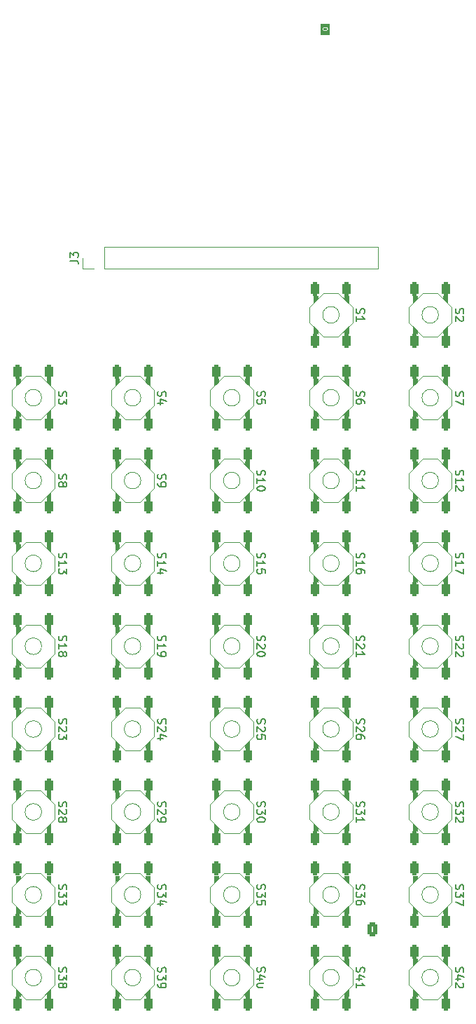
<source format=gbr>
%TF.GenerationSoftware,KiCad,Pcbnew,7.0.5*%
%TF.CreationDate,2023-07-27T14:44:28-03:00*%
%TF.ProjectId,Open_Machinist_Calculator,4f70656e-5f4d-4616-9368-696e6973745f,rev?*%
%TF.SameCoordinates,Original*%
%TF.FileFunction,Legend,Top*%
%TF.FilePolarity,Positive*%
%FSLAX46Y46*%
G04 Gerber Fmt 4.6, Leading zero omitted, Abs format (unit mm)*
G04 Created by KiCad (PCBNEW 7.0.5) date 2023-07-27 14:44:28*
%MOMM*%
%LPD*%
G01*
G04 APERTURE LIST*
G04 Aperture macros list*
%AMRoundRect*
0 Rectangle with rounded corners*
0 $1 Rounding radius*
0 $2 $3 $4 $5 $6 $7 $8 $9 X,Y pos of 4 corners*
0 Add a 4 corners polygon primitive as box body*
4,1,4,$2,$3,$4,$5,$6,$7,$8,$9,$2,$3,0*
0 Add four circle primitives for the rounded corners*
1,1,$1+$1,$2,$3*
1,1,$1+$1,$4,$5*
1,1,$1+$1,$6,$7*
1,1,$1+$1,$8,$9*
0 Add four rect primitives between the rounded corners*
20,1,$1+$1,$2,$3,$4,$5,0*
20,1,$1+$1,$4,$5,$6,$7,0*
20,1,$1+$1,$6,$7,$8,$9,0*
20,1,$1+$1,$8,$9,$2,$3,0*%
G04 Aperture macros list end*
%ADD10C,0.150000*%
%ADD11C,0.120000*%
%ADD12C,0.010000*%
%ADD13RoundRect,0.250000X-0.250000X0.600000X-0.250000X-0.600000X0.250000X-0.600000X0.250000X0.600000X0*%
%ADD14R,1.700000X1.700000*%
%ADD15O,1.700000X1.700000*%
%ADD16C,1.350000*%
%ADD17R,3.000000X1.500000*%
%ADD18O,1.350000X1.350000*%
%ADD19RoundRect,0.250000X-0.350000X-0.625000X0.350000X-0.625000X0.350000X0.625000X-0.350000X0.625000X0*%
%ADD20O,1.200000X1.750000*%
%ADD21R,1.500000X3.000000*%
%ADD22C,0.650000*%
%ADD23O,1.000000X1.600000*%
%ADD24O,1.000000X2.100000*%
G04 APERTURE END LIST*
D10*
%TO.C,S24*%
X97092800Y-183611905D02*
X97045180Y-183754762D01*
X97045180Y-183754762D02*
X97045180Y-183992857D01*
X97045180Y-183992857D02*
X97092800Y-184088095D01*
X97092800Y-184088095D02*
X97140419Y-184135714D01*
X97140419Y-184135714D02*
X97235657Y-184183333D01*
X97235657Y-184183333D02*
X97330895Y-184183333D01*
X97330895Y-184183333D02*
X97426133Y-184135714D01*
X97426133Y-184135714D02*
X97473752Y-184088095D01*
X97473752Y-184088095D02*
X97521371Y-183992857D01*
X97521371Y-183992857D02*
X97568990Y-183802381D01*
X97568990Y-183802381D02*
X97616609Y-183707143D01*
X97616609Y-183707143D02*
X97664228Y-183659524D01*
X97664228Y-183659524D02*
X97759466Y-183611905D01*
X97759466Y-183611905D02*
X97854704Y-183611905D01*
X97854704Y-183611905D02*
X97949942Y-183659524D01*
X97949942Y-183659524D02*
X97997561Y-183707143D01*
X97997561Y-183707143D02*
X98045180Y-183802381D01*
X98045180Y-183802381D02*
X98045180Y-184040476D01*
X98045180Y-184040476D02*
X97997561Y-184183333D01*
X97949942Y-184564286D02*
X97997561Y-184611905D01*
X97997561Y-184611905D02*
X98045180Y-184707143D01*
X98045180Y-184707143D02*
X98045180Y-184945238D01*
X98045180Y-184945238D02*
X97997561Y-185040476D01*
X97997561Y-185040476D02*
X97949942Y-185088095D01*
X97949942Y-185088095D02*
X97854704Y-185135714D01*
X97854704Y-185135714D02*
X97759466Y-185135714D01*
X97759466Y-185135714D02*
X97616609Y-185088095D01*
X97616609Y-185088095D02*
X97045180Y-184516667D01*
X97045180Y-184516667D02*
X97045180Y-185135714D01*
X97711847Y-185992857D02*
X97045180Y-185992857D01*
X98092800Y-185754762D02*
X97378514Y-185516667D01*
X97378514Y-185516667D02*
X97378514Y-186135714D01*
%TO.C,S16*%
X121092800Y-163611905D02*
X121045180Y-163754762D01*
X121045180Y-163754762D02*
X121045180Y-163992857D01*
X121045180Y-163992857D02*
X121092800Y-164088095D01*
X121092800Y-164088095D02*
X121140419Y-164135714D01*
X121140419Y-164135714D02*
X121235657Y-164183333D01*
X121235657Y-164183333D02*
X121330895Y-164183333D01*
X121330895Y-164183333D02*
X121426133Y-164135714D01*
X121426133Y-164135714D02*
X121473752Y-164088095D01*
X121473752Y-164088095D02*
X121521371Y-163992857D01*
X121521371Y-163992857D02*
X121568990Y-163802381D01*
X121568990Y-163802381D02*
X121616609Y-163707143D01*
X121616609Y-163707143D02*
X121664228Y-163659524D01*
X121664228Y-163659524D02*
X121759466Y-163611905D01*
X121759466Y-163611905D02*
X121854704Y-163611905D01*
X121854704Y-163611905D02*
X121949942Y-163659524D01*
X121949942Y-163659524D02*
X121997561Y-163707143D01*
X121997561Y-163707143D02*
X122045180Y-163802381D01*
X122045180Y-163802381D02*
X122045180Y-164040476D01*
X122045180Y-164040476D02*
X121997561Y-164183333D01*
X121045180Y-165135714D02*
X121045180Y-164564286D01*
X121045180Y-164850000D02*
X122045180Y-164850000D01*
X122045180Y-164850000D02*
X121902323Y-164754762D01*
X121902323Y-164754762D02*
X121807085Y-164659524D01*
X121807085Y-164659524D02*
X121759466Y-164564286D01*
X122045180Y-165992857D02*
X122045180Y-165802381D01*
X122045180Y-165802381D02*
X121997561Y-165707143D01*
X121997561Y-165707143D02*
X121949942Y-165659524D01*
X121949942Y-165659524D02*
X121807085Y-165564286D01*
X121807085Y-165564286D02*
X121616609Y-165516667D01*
X121616609Y-165516667D02*
X121235657Y-165516667D01*
X121235657Y-165516667D02*
X121140419Y-165564286D01*
X121140419Y-165564286D02*
X121092800Y-165611905D01*
X121092800Y-165611905D02*
X121045180Y-165707143D01*
X121045180Y-165707143D02*
X121045180Y-165897619D01*
X121045180Y-165897619D02*
X121092800Y-165992857D01*
X121092800Y-165992857D02*
X121140419Y-166040476D01*
X121140419Y-166040476D02*
X121235657Y-166088095D01*
X121235657Y-166088095D02*
X121473752Y-166088095D01*
X121473752Y-166088095D02*
X121568990Y-166040476D01*
X121568990Y-166040476D02*
X121616609Y-165992857D01*
X121616609Y-165992857D02*
X121664228Y-165897619D01*
X121664228Y-165897619D02*
X121664228Y-165707143D01*
X121664228Y-165707143D02*
X121616609Y-165611905D01*
X121616609Y-165611905D02*
X121568990Y-165564286D01*
X121568990Y-165564286D02*
X121473752Y-165516667D01*
%TO.C,S34*%
X97092800Y-203611905D02*
X97045180Y-203754762D01*
X97045180Y-203754762D02*
X97045180Y-203992857D01*
X97045180Y-203992857D02*
X97092800Y-204088095D01*
X97092800Y-204088095D02*
X97140419Y-204135714D01*
X97140419Y-204135714D02*
X97235657Y-204183333D01*
X97235657Y-204183333D02*
X97330895Y-204183333D01*
X97330895Y-204183333D02*
X97426133Y-204135714D01*
X97426133Y-204135714D02*
X97473752Y-204088095D01*
X97473752Y-204088095D02*
X97521371Y-203992857D01*
X97521371Y-203992857D02*
X97568990Y-203802381D01*
X97568990Y-203802381D02*
X97616609Y-203707143D01*
X97616609Y-203707143D02*
X97664228Y-203659524D01*
X97664228Y-203659524D02*
X97759466Y-203611905D01*
X97759466Y-203611905D02*
X97854704Y-203611905D01*
X97854704Y-203611905D02*
X97949942Y-203659524D01*
X97949942Y-203659524D02*
X97997561Y-203707143D01*
X97997561Y-203707143D02*
X98045180Y-203802381D01*
X98045180Y-203802381D02*
X98045180Y-204040476D01*
X98045180Y-204040476D02*
X97997561Y-204183333D01*
X98045180Y-204516667D02*
X98045180Y-205135714D01*
X98045180Y-205135714D02*
X97664228Y-204802381D01*
X97664228Y-204802381D02*
X97664228Y-204945238D01*
X97664228Y-204945238D02*
X97616609Y-205040476D01*
X97616609Y-205040476D02*
X97568990Y-205088095D01*
X97568990Y-205088095D02*
X97473752Y-205135714D01*
X97473752Y-205135714D02*
X97235657Y-205135714D01*
X97235657Y-205135714D02*
X97140419Y-205088095D01*
X97140419Y-205088095D02*
X97092800Y-205040476D01*
X97092800Y-205040476D02*
X97045180Y-204945238D01*
X97045180Y-204945238D02*
X97045180Y-204659524D01*
X97045180Y-204659524D02*
X97092800Y-204564286D01*
X97092800Y-204564286D02*
X97140419Y-204516667D01*
X97711847Y-205992857D02*
X97045180Y-205992857D01*
X98092800Y-205754762D02*
X97378514Y-205516667D01*
X97378514Y-205516667D02*
X97378514Y-206135714D01*
%TO.C,S42*%
X133092800Y-213611905D02*
X133045180Y-213754762D01*
X133045180Y-213754762D02*
X133045180Y-213992857D01*
X133045180Y-213992857D02*
X133092800Y-214088095D01*
X133092800Y-214088095D02*
X133140419Y-214135714D01*
X133140419Y-214135714D02*
X133235657Y-214183333D01*
X133235657Y-214183333D02*
X133330895Y-214183333D01*
X133330895Y-214183333D02*
X133426133Y-214135714D01*
X133426133Y-214135714D02*
X133473752Y-214088095D01*
X133473752Y-214088095D02*
X133521371Y-213992857D01*
X133521371Y-213992857D02*
X133568990Y-213802381D01*
X133568990Y-213802381D02*
X133616609Y-213707143D01*
X133616609Y-213707143D02*
X133664228Y-213659524D01*
X133664228Y-213659524D02*
X133759466Y-213611905D01*
X133759466Y-213611905D02*
X133854704Y-213611905D01*
X133854704Y-213611905D02*
X133949942Y-213659524D01*
X133949942Y-213659524D02*
X133997561Y-213707143D01*
X133997561Y-213707143D02*
X134045180Y-213802381D01*
X134045180Y-213802381D02*
X134045180Y-214040476D01*
X134045180Y-214040476D02*
X133997561Y-214183333D01*
X133711847Y-215040476D02*
X133045180Y-215040476D01*
X134092800Y-214802381D02*
X133378514Y-214564286D01*
X133378514Y-214564286D02*
X133378514Y-215183333D01*
X133949942Y-215516667D02*
X133997561Y-215564286D01*
X133997561Y-215564286D02*
X134045180Y-215659524D01*
X134045180Y-215659524D02*
X134045180Y-215897619D01*
X134045180Y-215897619D02*
X133997561Y-215992857D01*
X133997561Y-215992857D02*
X133949942Y-216040476D01*
X133949942Y-216040476D02*
X133854704Y-216088095D01*
X133854704Y-216088095D02*
X133759466Y-216088095D01*
X133759466Y-216088095D02*
X133616609Y-216040476D01*
X133616609Y-216040476D02*
X133045180Y-215469048D01*
X133045180Y-215469048D02*
X133045180Y-216088095D01*
%TO.C,*%
%TO.C,S4*%
X97092800Y-144088095D02*
X97045180Y-144230952D01*
X97045180Y-144230952D02*
X97045180Y-144469047D01*
X97045180Y-144469047D02*
X97092800Y-144564285D01*
X97092800Y-144564285D02*
X97140419Y-144611904D01*
X97140419Y-144611904D02*
X97235657Y-144659523D01*
X97235657Y-144659523D02*
X97330895Y-144659523D01*
X97330895Y-144659523D02*
X97426133Y-144611904D01*
X97426133Y-144611904D02*
X97473752Y-144564285D01*
X97473752Y-144564285D02*
X97521371Y-144469047D01*
X97521371Y-144469047D02*
X97568990Y-144278571D01*
X97568990Y-144278571D02*
X97616609Y-144183333D01*
X97616609Y-144183333D02*
X97664228Y-144135714D01*
X97664228Y-144135714D02*
X97759466Y-144088095D01*
X97759466Y-144088095D02*
X97854704Y-144088095D01*
X97854704Y-144088095D02*
X97949942Y-144135714D01*
X97949942Y-144135714D02*
X97997561Y-144183333D01*
X97997561Y-144183333D02*
X98045180Y-144278571D01*
X98045180Y-144278571D02*
X98045180Y-144516666D01*
X98045180Y-144516666D02*
X97997561Y-144659523D01*
X97711847Y-145516666D02*
X97045180Y-145516666D01*
X98092800Y-145278571D02*
X97378514Y-145040476D01*
X97378514Y-145040476D02*
X97378514Y-145659523D01*
%TO.C,S38*%
X85092800Y-213611905D02*
X85045180Y-213754762D01*
X85045180Y-213754762D02*
X85045180Y-213992857D01*
X85045180Y-213992857D02*
X85092800Y-214088095D01*
X85092800Y-214088095D02*
X85140419Y-214135714D01*
X85140419Y-214135714D02*
X85235657Y-214183333D01*
X85235657Y-214183333D02*
X85330895Y-214183333D01*
X85330895Y-214183333D02*
X85426133Y-214135714D01*
X85426133Y-214135714D02*
X85473752Y-214088095D01*
X85473752Y-214088095D02*
X85521371Y-213992857D01*
X85521371Y-213992857D02*
X85568990Y-213802381D01*
X85568990Y-213802381D02*
X85616609Y-213707143D01*
X85616609Y-213707143D02*
X85664228Y-213659524D01*
X85664228Y-213659524D02*
X85759466Y-213611905D01*
X85759466Y-213611905D02*
X85854704Y-213611905D01*
X85854704Y-213611905D02*
X85949942Y-213659524D01*
X85949942Y-213659524D02*
X85997561Y-213707143D01*
X85997561Y-213707143D02*
X86045180Y-213802381D01*
X86045180Y-213802381D02*
X86045180Y-214040476D01*
X86045180Y-214040476D02*
X85997561Y-214183333D01*
X86045180Y-214516667D02*
X86045180Y-215135714D01*
X86045180Y-215135714D02*
X85664228Y-214802381D01*
X85664228Y-214802381D02*
X85664228Y-214945238D01*
X85664228Y-214945238D02*
X85616609Y-215040476D01*
X85616609Y-215040476D02*
X85568990Y-215088095D01*
X85568990Y-215088095D02*
X85473752Y-215135714D01*
X85473752Y-215135714D02*
X85235657Y-215135714D01*
X85235657Y-215135714D02*
X85140419Y-215088095D01*
X85140419Y-215088095D02*
X85092800Y-215040476D01*
X85092800Y-215040476D02*
X85045180Y-214945238D01*
X85045180Y-214945238D02*
X85045180Y-214659524D01*
X85045180Y-214659524D02*
X85092800Y-214564286D01*
X85092800Y-214564286D02*
X85140419Y-214516667D01*
X85616609Y-215707143D02*
X85664228Y-215611905D01*
X85664228Y-215611905D02*
X85711847Y-215564286D01*
X85711847Y-215564286D02*
X85807085Y-215516667D01*
X85807085Y-215516667D02*
X85854704Y-215516667D01*
X85854704Y-215516667D02*
X85949942Y-215564286D01*
X85949942Y-215564286D02*
X85997561Y-215611905D01*
X85997561Y-215611905D02*
X86045180Y-215707143D01*
X86045180Y-215707143D02*
X86045180Y-215897619D01*
X86045180Y-215897619D02*
X85997561Y-215992857D01*
X85997561Y-215992857D02*
X85949942Y-216040476D01*
X85949942Y-216040476D02*
X85854704Y-216088095D01*
X85854704Y-216088095D02*
X85807085Y-216088095D01*
X85807085Y-216088095D02*
X85711847Y-216040476D01*
X85711847Y-216040476D02*
X85664228Y-215992857D01*
X85664228Y-215992857D02*
X85616609Y-215897619D01*
X85616609Y-215897619D02*
X85616609Y-215707143D01*
X85616609Y-215707143D02*
X85568990Y-215611905D01*
X85568990Y-215611905D02*
X85521371Y-215564286D01*
X85521371Y-215564286D02*
X85426133Y-215516667D01*
X85426133Y-215516667D02*
X85235657Y-215516667D01*
X85235657Y-215516667D02*
X85140419Y-215564286D01*
X85140419Y-215564286D02*
X85092800Y-215611905D01*
X85092800Y-215611905D02*
X85045180Y-215707143D01*
X85045180Y-215707143D02*
X85045180Y-215897619D01*
X85045180Y-215897619D02*
X85092800Y-215992857D01*
X85092800Y-215992857D02*
X85140419Y-216040476D01*
X85140419Y-216040476D02*
X85235657Y-216088095D01*
X85235657Y-216088095D02*
X85426133Y-216088095D01*
X85426133Y-216088095D02*
X85521371Y-216040476D01*
X85521371Y-216040476D02*
X85568990Y-215992857D01*
X85568990Y-215992857D02*
X85616609Y-215897619D01*
%TO.C,S32*%
X133092800Y-193611905D02*
X133045180Y-193754762D01*
X133045180Y-193754762D02*
X133045180Y-193992857D01*
X133045180Y-193992857D02*
X133092800Y-194088095D01*
X133092800Y-194088095D02*
X133140419Y-194135714D01*
X133140419Y-194135714D02*
X133235657Y-194183333D01*
X133235657Y-194183333D02*
X133330895Y-194183333D01*
X133330895Y-194183333D02*
X133426133Y-194135714D01*
X133426133Y-194135714D02*
X133473752Y-194088095D01*
X133473752Y-194088095D02*
X133521371Y-193992857D01*
X133521371Y-193992857D02*
X133568990Y-193802381D01*
X133568990Y-193802381D02*
X133616609Y-193707143D01*
X133616609Y-193707143D02*
X133664228Y-193659524D01*
X133664228Y-193659524D02*
X133759466Y-193611905D01*
X133759466Y-193611905D02*
X133854704Y-193611905D01*
X133854704Y-193611905D02*
X133949942Y-193659524D01*
X133949942Y-193659524D02*
X133997561Y-193707143D01*
X133997561Y-193707143D02*
X134045180Y-193802381D01*
X134045180Y-193802381D02*
X134045180Y-194040476D01*
X134045180Y-194040476D02*
X133997561Y-194183333D01*
X134045180Y-194516667D02*
X134045180Y-195135714D01*
X134045180Y-195135714D02*
X133664228Y-194802381D01*
X133664228Y-194802381D02*
X133664228Y-194945238D01*
X133664228Y-194945238D02*
X133616609Y-195040476D01*
X133616609Y-195040476D02*
X133568990Y-195088095D01*
X133568990Y-195088095D02*
X133473752Y-195135714D01*
X133473752Y-195135714D02*
X133235657Y-195135714D01*
X133235657Y-195135714D02*
X133140419Y-195088095D01*
X133140419Y-195088095D02*
X133092800Y-195040476D01*
X133092800Y-195040476D02*
X133045180Y-194945238D01*
X133045180Y-194945238D02*
X133045180Y-194659524D01*
X133045180Y-194659524D02*
X133092800Y-194564286D01*
X133092800Y-194564286D02*
X133140419Y-194516667D01*
X133949942Y-195516667D02*
X133997561Y-195564286D01*
X133997561Y-195564286D02*
X134045180Y-195659524D01*
X134045180Y-195659524D02*
X134045180Y-195897619D01*
X134045180Y-195897619D02*
X133997561Y-195992857D01*
X133997561Y-195992857D02*
X133949942Y-196040476D01*
X133949942Y-196040476D02*
X133854704Y-196088095D01*
X133854704Y-196088095D02*
X133759466Y-196088095D01*
X133759466Y-196088095D02*
X133616609Y-196040476D01*
X133616609Y-196040476D02*
X133045180Y-195469048D01*
X133045180Y-195469048D02*
X133045180Y-196088095D01*
%TO.C,S3*%
X85092800Y-144088095D02*
X85045180Y-144230952D01*
X85045180Y-144230952D02*
X85045180Y-144469047D01*
X85045180Y-144469047D02*
X85092800Y-144564285D01*
X85092800Y-144564285D02*
X85140419Y-144611904D01*
X85140419Y-144611904D02*
X85235657Y-144659523D01*
X85235657Y-144659523D02*
X85330895Y-144659523D01*
X85330895Y-144659523D02*
X85426133Y-144611904D01*
X85426133Y-144611904D02*
X85473752Y-144564285D01*
X85473752Y-144564285D02*
X85521371Y-144469047D01*
X85521371Y-144469047D02*
X85568990Y-144278571D01*
X85568990Y-144278571D02*
X85616609Y-144183333D01*
X85616609Y-144183333D02*
X85664228Y-144135714D01*
X85664228Y-144135714D02*
X85759466Y-144088095D01*
X85759466Y-144088095D02*
X85854704Y-144088095D01*
X85854704Y-144088095D02*
X85949942Y-144135714D01*
X85949942Y-144135714D02*
X85997561Y-144183333D01*
X85997561Y-144183333D02*
X86045180Y-144278571D01*
X86045180Y-144278571D02*
X86045180Y-144516666D01*
X86045180Y-144516666D02*
X85997561Y-144659523D01*
X86045180Y-144992857D02*
X86045180Y-145611904D01*
X86045180Y-145611904D02*
X85664228Y-145278571D01*
X85664228Y-145278571D02*
X85664228Y-145421428D01*
X85664228Y-145421428D02*
X85616609Y-145516666D01*
X85616609Y-145516666D02*
X85568990Y-145564285D01*
X85568990Y-145564285D02*
X85473752Y-145611904D01*
X85473752Y-145611904D02*
X85235657Y-145611904D01*
X85235657Y-145611904D02*
X85140419Y-145564285D01*
X85140419Y-145564285D02*
X85092800Y-145516666D01*
X85092800Y-145516666D02*
X85045180Y-145421428D01*
X85045180Y-145421428D02*
X85045180Y-145135714D01*
X85045180Y-145135714D02*
X85092800Y-145040476D01*
X85092800Y-145040476D02*
X85140419Y-144992857D01*
%TO.C,S25*%
X109092800Y-183611905D02*
X109045180Y-183754762D01*
X109045180Y-183754762D02*
X109045180Y-183992857D01*
X109045180Y-183992857D02*
X109092800Y-184088095D01*
X109092800Y-184088095D02*
X109140419Y-184135714D01*
X109140419Y-184135714D02*
X109235657Y-184183333D01*
X109235657Y-184183333D02*
X109330895Y-184183333D01*
X109330895Y-184183333D02*
X109426133Y-184135714D01*
X109426133Y-184135714D02*
X109473752Y-184088095D01*
X109473752Y-184088095D02*
X109521371Y-183992857D01*
X109521371Y-183992857D02*
X109568990Y-183802381D01*
X109568990Y-183802381D02*
X109616609Y-183707143D01*
X109616609Y-183707143D02*
X109664228Y-183659524D01*
X109664228Y-183659524D02*
X109759466Y-183611905D01*
X109759466Y-183611905D02*
X109854704Y-183611905D01*
X109854704Y-183611905D02*
X109949942Y-183659524D01*
X109949942Y-183659524D02*
X109997561Y-183707143D01*
X109997561Y-183707143D02*
X110045180Y-183802381D01*
X110045180Y-183802381D02*
X110045180Y-184040476D01*
X110045180Y-184040476D02*
X109997561Y-184183333D01*
X109949942Y-184564286D02*
X109997561Y-184611905D01*
X109997561Y-184611905D02*
X110045180Y-184707143D01*
X110045180Y-184707143D02*
X110045180Y-184945238D01*
X110045180Y-184945238D02*
X109997561Y-185040476D01*
X109997561Y-185040476D02*
X109949942Y-185088095D01*
X109949942Y-185088095D02*
X109854704Y-185135714D01*
X109854704Y-185135714D02*
X109759466Y-185135714D01*
X109759466Y-185135714D02*
X109616609Y-185088095D01*
X109616609Y-185088095D02*
X109045180Y-184516667D01*
X109045180Y-184516667D02*
X109045180Y-185135714D01*
X110045180Y-186040476D02*
X110045180Y-185564286D01*
X110045180Y-185564286D02*
X109568990Y-185516667D01*
X109568990Y-185516667D02*
X109616609Y-185564286D01*
X109616609Y-185564286D02*
X109664228Y-185659524D01*
X109664228Y-185659524D02*
X109664228Y-185897619D01*
X109664228Y-185897619D02*
X109616609Y-185992857D01*
X109616609Y-185992857D02*
X109568990Y-186040476D01*
X109568990Y-186040476D02*
X109473752Y-186088095D01*
X109473752Y-186088095D02*
X109235657Y-186088095D01*
X109235657Y-186088095D02*
X109140419Y-186040476D01*
X109140419Y-186040476D02*
X109092800Y-185992857D01*
X109092800Y-185992857D02*
X109045180Y-185897619D01*
X109045180Y-185897619D02*
X109045180Y-185659524D01*
X109045180Y-185659524D02*
X109092800Y-185564286D01*
X109092800Y-185564286D02*
X109140419Y-185516667D01*
%TO.C,S1*%
X121092800Y-134088095D02*
X121045180Y-134230952D01*
X121045180Y-134230952D02*
X121045180Y-134469047D01*
X121045180Y-134469047D02*
X121092800Y-134564285D01*
X121092800Y-134564285D02*
X121140419Y-134611904D01*
X121140419Y-134611904D02*
X121235657Y-134659523D01*
X121235657Y-134659523D02*
X121330895Y-134659523D01*
X121330895Y-134659523D02*
X121426133Y-134611904D01*
X121426133Y-134611904D02*
X121473752Y-134564285D01*
X121473752Y-134564285D02*
X121521371Y-134469047D01*
X121521371Y-134469047D02*
X121568990Y-134278571D01*
X121568990Y-134278571D02*
X121616609Y-134183333D01*
X121616609Y-134183333D02*
X121664228Y-134135714D01*
X121664228Y-134135714D02*
X121759466Y-134088095D01*
X121759466Y-134088095D02*
X121854704Y-134088095D01*
X121854704Y-134088095D02*
X121949942Y-134135714D01*
X121949942Y-134135714D02*
X121997561Y-134183333D01*
X121997561Y-134183333D02*
X122045180Y-134278571D01*
X122045180Y-134278571D02*
X122045180Y-134516666D01*
X122045180Y-134516666D02*
X121997561Y-134659523D01*
X121045180Y-135611904D02*
X121045180Y-135040476D01*
X121045180Y-135326190D02*
X122045180Y-135326190D01*
X122045180Y-135326190D02*
X121902323Y-135230952D01*
X121902323Y-135230952D02*
X121807085Y-135135714D01*
X121807085Y-135135714D02*
X121759466Y-135040476D01*
%TO.C,S23*%
X85092800Y-183611905D02*
X85045180Y-183754762D01*
X85045180Y-183754762D02*
X85045180Y-183992857D01*
X85045180Y-183992857D02*
X85092800Y-184088095D01*
X85092800Y-184088095D02*
X85140419Y-184135714D01*
X85140419Y-184135714D02*
X85235657Y-184183333D01*
X85235657Y-184183333D02*
X85330895Y-184183333D01*
X85330895Y-184183333D02*
X85426133Y-184135714D01*
X85426133Y-184135714D02*
X85473752Y-184088095D01*
X85473752Y-184088095D02*
X85521371Y-183992857D01*
X85521371Y-183992857D02*
X85568990Y-183802381D01*
X85568990Y-183802381D02*
X85616609Y-183707143D01*
X85616609Y-183707143D02*
X85664228Y-183659524D01*
X85664228Y-183659524D02*
X85759466Y-183611905D01*
X85759466Y-183611905D02*
X85854704Y-183611905D01*
X85854704Y-183611905D02*
X85949942Y-183659524D01*
X85949942Y-183659524D02*
X85997561Y-183707143D01*
X85997561Y-183707143D02*
X86045180Y-183802381D01*
X86045180Y-183802381D02*
X86045180Y-184040476D01*
X86045180Y-184040476D02*
X85997561Y-184183333D01*
X85949942Y-184564286D02*
X85997561Y-184611905D01*
X85997561Y-184611905D02*
X86045180Y-184707143D01*
X86045180Y-184707143D02*
X86045180Y-184945238D01*
X86045180Y-184945238D02*
X85997561Y-185040476D01*
X85997561Y-185040476D02*
X85949942Y-185088095D01*
X85949942Y-185088095D02*
X85854704Y-185135714D01*
X85854704Y-185135714D02*
X85759466Y-185135714D01*
X85759466Y-185135714D02*
X85616609Y-185088095D01*
X85616609Y-185088095D02*
X85045180Y-184516667D01*
X85045180Y-184516667D02*
X85045180Y-185135714D01*
X86045180Y-185469048D02*
X86045180Y-186088095D01*
X86045180Y-186088095D02*
X85664228Y-185754762D01*
X85664228Y-185754762D02*
X85664228Y-185897619D01*
X85664228Y-185897619D02*
X85616609Y-185992857D01*
X85616609Y-185992857D02*
X85568990Y-186040476D01*
X85568990Y-186040476D02*
X85473752Y-186088095D01*
X85473752Y-186088095D02*
X85235657Y-186088095D01*
X85235657Y-186088095D02*
X85140419Y-186040476D01*
X85140419Y-186040476D02*
X85092800Y-185992857D01*
X85092800Y-185992857D02*
X85045180Y-185897619D01*
X85045180Y-185897619D02*
X85045180Y-185611905D01*
X85045180Y-185611905D02*
X85092800Y-185516667D01*
X85092800Y-185516667D02*
X85140419Y-185469048D01*
%TO.C,J3*%
X86449819Y-128308333D02*
X87164104Y-128308333D01*
X87164104Y-128308333D02*
X87306961Y-128355952D01*
X87306961Y-128355952D02*
X87402200Y-128451190D01*
X87402200Y-128451190D02*
X87449819Y-128594047D01*
X87449819Y-128594047D02*
X87449819Y-128689285D01*
X86449819Y-127927380D02*
X86449819Y-127308333D01*
X86449819Y-127308333D02*
X86830771Y-127641666D01*
X86830771Y-127641666D02*
X86830771Y-127498809D01*
X86830771Y-127498809D02*
X86878390Y-127403571D01*
X86878390Y-127403571D02*
X86926009Y-127355952D01*
X86926009Y-127355952D02*
X87021247Y-127308333D01*
X87021247Y-127308333D02*
X87259342Y-127308333D01*
X87259342Y-127308333D02*
X87354580Y-127355952D01*
X87354580Y-127355952D02*
X87402200Y-127403571D01*
X87402200Y-127403571D02*
X87449819Y-127498809D01*
X87449819Y-127498809D02*
X87449819Y-127784523D01*
X87449819Y-127784523D02*
X87402200Y-127879761D01*
X87402200Y-127879761D02*
X87354580Y-127927380D01*
%TO.C,S28*%
X85092800Y-193611905D02*
X85045180Y-193754762D01*
X85045180Y-193754762D02*
X85045180Y-193992857D01*
X85045180Y-193992857D02*
X85092800Y-194088095D01*
X85092800Y-194088095D02*
X85140419Y-194135714D01*
X85140419Y-194135714D02*
X85235657Y-194183333D01*
X85235657Y-194183333D02*
X85330895Y-194183333D01*
X85330895Y-194183333D02*
X85426133Y-194135714D01*
X85426133Y-194135714D02*
X85473752Y-194088095D01*
X85473752Y-194088095D02*
X85521371Y-193992857D01*
X85521371Y-193992857D02*
X85568990Y-193802381D01*
X85568990Y-193802381D02*
X85616609Y-193707143D01*
X85616609Y-193707143D02*
X85664228Y-193659524D01*
X85664228Y-193659524D02*
X85759466Y-193611905D01*
X85759466Y-193611905D02*
X85854704Y-193611905D01*
X85854704Y-193611905D02*
X85949942Y-193659524D01*
X85949942Y-193659524D02*
X85997561Y-193707143D01*
X85997561Y-193707143D02*
X86045180Y-193802381D01*
X86045180Y-193802381D02*
X86045180Y-194040476D01*
X86045180Y-194040476D02*
X85997561Y-194183333D01*
X85949942Y-194564286D02*
X85997561Y-194611905D01*
X85997561Y-194611905D02*
X86045180Y-194707143D01*
X86045180Y-194707143D02*
X86045180Y-194945238D01*
X86045180Y-194945238D02*
X85997561Y-195040476D01*
X85997561Y-195040476D02*
X85949942Y-195088095D01*
X85949942Y-195088095D02*
X85854704Y-195135714D01*
X85854704Y-195135714D02*
X85759466Y-195135714D01*
X85759466Y-195135714D02*
X85616609Y-195088095D01*
X85616609Y-195088095D02*
X85045180Y-194516667D01*
X85045180Y-194516667D02*
X85045180Y-195135714D01*
X85616609Y-195707143D02*
X85664228Y-195611905D01*
X85664228Y-195611905D02*
X85711847Y-195564286D01*
X85711847Y-195564286D02*
X85807085Y-195516667D01*
X85807085Y-195516667D02*
X85854704Y-195516667D01*
X85854704Y-195516667D02*
X85949942Y-195564286D01*
X85949942Y-195564286D02*
X85997561Y-195611905D01*
X85997561Y-195611905D02*
X86045180Y-195707143D01*
X86045180Y-195707143D02*
X86045180Y-195897619D01*
X86045180Y-195897619D02*
X85997561Y-195992857D01*
X85997561Y-195992857D02*
X85949942Y-196040476D01*
X85949942Y-196040476D02*
X85854704Y-196088095D01*
X85854704Y-196088095D02*
X85807085Y-196088095D01*
X85807085Y-196088095D02*
X85711847Y-196040476D01*
X85711847Y-196040476D02*
X85664228Y-195992857D01*
X85664228Y-195992857D02*
X85616609Y-195897619D01*
X85616609Y-195897619D02*
X85616609Y-195707143D01*
X85616609Y-195707143D02*
X85568990Y-195611905D01*
X85568990Y-195611905D02*
X85521371Y-195564286D01*
X85521371Y-195564286D02*
X85426133Y-195516667D01*
X85426133Y-195516667D02*
X85235657Y-195516667D01*
X85235657Y-195516667D02*
X85140419Y-195564286D01*
X85140419Y-195564286D02*
X85092800Y-195611905D01*
X85092800Y-195611905D02*
X85045180Y-195707143D01*
X85045180Y-195707143D02*
X85045180Y-195897619D01*
X85045180Y-195897619D02*
X85092800Y-195992857D01*
X85092800Y-195992857D02*
X85140419Y-196040476D01*
X85140419Y-196040476D02*
X85235657Y-196088095D01*
X85235657Y-196088095D02*
X85426133Y-196088095D01*
X85426133Y-196088095D02*
X85521371Y-196040476D01*
X85521371Y-196040476D02*
X85568990Y-195992857D01*
X85568990Y-195992857D02*
X85616609Y-195897619D01*
%TO.C,S20*%
X109092800Y-173611905D02*
X109045180Y-173754762D01*
X109045180Y-173754762D02*
X109045180Y-173992857D01*
X109045180Y-173992857D02*
X109092800Y-174088095D01*
X109092800Y-174088095D02*
X109140419Y-174135714D01*
X109140419Y-174135714D02*
X109235657Y-174183333D01*
X109235657Y-174183333D02*
X109330895Y-174183333D01*
X109330895Y-174183333D02*
X109426133Y-174135714D01*
X109426133Y-174135714D02*
X109473752Y-174088095D01*
X109473752Y-174088095D02*
X109521371Y-173992857D01*
X109521371Y-173992857D02*
X109568990Y-173802381D01*
X109568990Y-173802381D02*
X109616609Y-173707143D01*
X109616609Y-173707143D02*
X109664228Y-173659524D01*
X109664228Y-173659524D02*
X109759466Y-173611905D01*
X109759466Y-173611905D02*
X109854704Y-173611905D01*
X109854704Y-173611905D02*
X109949942Y-173659524D01*
X109949942Y-173659524D02*
X109997561Y-173707143D01*
X109997561Y-173707143D02*
X110045180Y-173802381D01*
X110045180Y-173802381D02*
X110045180Y-174040476D01*
X110045180Y-174040476D02*
X109997561Y-174183333D01*
X109949942Y-174564286D02*
X109997561Y-174611905D01*
X109997561Y-174611905D02*
X110045180Y-174707143D01*
X110045180Y-174707143D02*
X110045180Y-174945238D01*
X110045180Y-174945238D02*
X109997561Y-175040476D01*
X109997561Y-175040476D02*
X109949942Y-175088095D01*
X109949942Y-175088095D02*
X109854704Y-175135714D01*
X109854704Y-175135714D02*
X109759466Y-175135714D01*
X109759466Y-175135714D02*
X109616609Y-175088095D01*
X109616609Y-175088095D02*
X109045180Y-174516667D01*
X109045180Y-174516667D02*
X109045180Y-175135714D01*
X110045180Y-175754762D02*
X110045180Y-175850000D01*
X110045180Y-175850000D02*
X109997561Y-175945238D01*
X109997561Y-175945238D02*
X109949942Y-175992857D01*
X109949942Y-175992857D02*
X109854704Y-176040476D01*
X109854704Y-176040476D02*
X109664228Y-176088095D01*
X109664228Y-176088095D02*
X109426133Y-176088095D01*
X109426133Y-176088095D02*
X109235657Y-176040476D01*
X109235657Y-176040476D02*
X109140419Y-175992857D01*
X109140419Y-175992857D02*
X109092800Y-175945238D01*
X109092800Y-175945238D02*
X109045180Y-175850000D01*
X109045180Y-175850000D02*
X109045180Y-175754762D01*
X109045180Y-175754762D02*
X109092800Y-175659524D01*
X109092800Y-175659524D02*
X109140419Y-175611905D01*
X109140419Y-175611905D02*
X109235657Y-175564286D01*
X109235657Y-175564286D02*
X109426133Y-175516667D01*
X109426133Y-175516667D02*
X109664228Y-175516667D01*
X109664228Y-175516667D02*
X109854704Y-175564286D01*
X109854704Y-175564286D02*
X109949942Y-175611905D01*
X109949942Y-175611905D02*
X109997561Y-175659524D01*
X109997561Y-175659524D02*
X110045180Y-175754762D01*
%TO.C,S30*%
X109092800Y-193611905D02*
X109045180Y-193754762D01*
X109045180Y-193754762D02*
X109045180Y-193992857D01*
X109045180Y-193992857D02*
X109092800Y-194088095D01*
X109092800Y-194088095D02*
X109140419Y-194135714D01*
X109140419Y-194135714D02*
X109235657Y-194183333D01*
X109235657Y-194183333D02*
X109330895Y-194183333D01*
X109330895Y-194183333D02*
X109426133Y-194135714D01*
X109426133Y-194135714D02*
X109473752Y-194088095D01*
X109473752Y-194088095D02*
X109521371Y-193992857D01*
X109521371Y-193992857D02*
X109568990Y-193802381D01*
X109568990Y-193802381D02*
X109616609Y-193707143D01*
X109616609Y-193707143D02*
X109664228Y-193659524D01*
X109664228Y-193659524D02*
X109759466Y-193611905D01*
X109759466Y-193611905D02*
X109854704Y-193611905D01*
X109854704Y-193611905D02*
X109949942Y-193659524D01*
X109949942Y-193659524D02*
X109997561Y-193707143D01*
X109997561Y-193707143D02*
X110045180Y-193802381D01*
X110045180Y-193802381D02*
X110045180Y-194040476D01*
X110045180Y-194040476D02*
X109997561Y-194183333D01*
X110045180Y-194516667D02*
X110045180Y-195135714D01*
X110045180Y-195135714D02*
X109664228Y-194802381D01*
X109664228Y-194802381D02*
X109664228Y-194945238D01*
X109664228Y-194945238D02*
X109616609Y-195040476D01*
X109616609Y-195040476D02*
X109568990Y-195088095D01*
X109568990Y-195088095D02*
X109473752Y-195135714D01*
X109473752Y-195135714D02*
X109235657Y-195135714D01*
X109235657Y-195135714D02*
X109140419Y-195088095D01*
X109140419Y-195088095D02*
X109092800Y-195040476D01*
X109092800Y-195040476D02*
X109045180Y-194945238D01*
X109045180Y-194945238D02*
X109045180Y-194659524D01*
X109045180Y-194659524D02*
X109092800Y-194564286D01*
X109092800Y-194564286D02*
X109140419Y-194516667D01*
X110045180Y-195754762D02*
X110045180Y-195850000D01*
X110045180Y-195850000D02*
X109997561Y-195945238D01*
X109997561Y-195945238D02*
X109949942Y-195992857D01*
X109949942Y-195992857D02*
X109854704Y-196040476D01*
X109854704Y-196040476D02*
X109664228Y-196088095D01*
X109664228Y-196088095D02*
X109426133Y-196088095D01*
X109426133Y-196088095D02*
X109235657Y-196040476D01*
X109235657Y-196040476D02*
X109140419Y-195992857D01*
X109140419Y-195992857D02*
X109092800Y-195945238D01*
X109092800Y-195945238D02*
X109045180Y-195850000D01*
X109045180Y-195850000D02*
X109045180Y-195754762D01*
X109045180Y-195754762D02*
X109092800Y-195659524D01*
X109092800Y-195659524D02*
X109140419Y-195611905D01*
X109140419Y-195611905D02*
X109235657Y-195564286D01*
X109235657Y-195564286D02*
X109426133Y-195516667D01*
X109426133Y-195516667D02*
X109664228Y-195516667D01*
X109664228Y-195516667D02*
X109854704Y-195564286D01*
X109854704Y-195564286D02*
X109949942Y-195611905D01*
X109949942Y-195611905D02*
X109997561Y-195659524D01*
X109997561Y-195659524D02*
X110045180Y-195754762D01*
%TO.C,S11*%
X121092800Y-153611905D02*
X121045180Y-153754762D01*
X121045180Y-153754762D02*
X121045180Y-153992857D01*
X121045180Y-153992857D02*
X121092800Y-154088095D01*
X121092800Y-154088095D02*
X121140419Y-154135714D01*
X121140419Y-154135714D02*
X121235657Y-154183333D01*
X121235657Y-154183333D02*
X121330895Y-154183333D01*
X121330895Y-154183333D02*
X121426133Y-154135714D01*
X121426133Y-154135714D02*
X121473752Y-154088095D01*
X121473752Y-154088095D02*
X121521371Y-153992857D01*
X121521371Y-153992857D02*
X121568990Y-153802381D01*
X121568990Y-153802381D02*
X121616609Y-153707143D01*
X121616609Y-153707143D02*
X121664228Y-153659524D01*
X121664228Y-153659524D02*
X121759466Y-153611905D01*
X121759466Y-153611905D02*
X121854704Y-153611905D01*
X121854704Y-153611905D02*
X121949942Y-153659524D01*
X121949942Y-153659524D02*
X121997561Y-153707143D01*
X121997561Y-153707143D02*
X122045180Y-153802381D01*
X122045180Y-153802381D02*
X122045180Y-154040476D01*
X122045180Y-154040476D02*
X121997561Y-154183333D01*
X121045180Y-155135714D02*
X121045180Y-154564286D01*
X121045180Y-154850000D02*
X122045180Y-154850000D01*
X122045180Y-154850000D02*
X121902323Y-154754762D01*
X121902323Y-154754762D02*
X121807085Y-154659524D01*
X121807085Y-154659524D02*
X121759466Y-154564286D01*
X121045180Y-156088095D02*
X121045180Y-155516667D01*
X121045180Y-155802381D02*
X122045180Y-155802381D01*
X122045180Y-155802381D02*
X121902323Y-155707143D01*
X121902323Y-155707143D02*
X121807085Y-155611905D01*
X121807085Y-155611905D02*
X121759466Y-155516667D01*
%TO.C,S2*%
X133092800Y-134088095D02*
X133045180Y-134230952D01*
X133045180Y-134230952D02*
X133045180Y-134469047D01*
X133045180Y-134469047D02*
X133092800Y-134564285D01*
X133092800Y-134564285D02*
X133140419Y-134611904D01*
X133140419Y-134611904D02*
X133235657Y-134659523D01*
X133235657Y-134659523D02*
X133330895Y-134659523D01*
X133330895Y-134659523D02*
X133426133Y-134611904D01*
X133426133Y-134611904D02*
X133473752Y-134564285D01*
X133473752Y-134564285D02*
X133521371Y-134469047D01*
X133521371Y-134469047D02*
X133568990Y-134278571D01*
X133568990Y-134278571D02*
X133616609Y-134183333D01*
X133616609Y-134183333D02*
X133664228Y-134135714D01*
X133664228Y-134135714D02*
X133759466Y-134088095D01*
X133759466Y-134088095D02*
X133854704Y-134088095D01*
X133854704Y-134088095D02*
X133949942Y-134135714D01*
X133949942Y-134135714D02*
X133997561Y-134183333D01*
X133997561Y-134183333D02*
X134045180Y-134278571D01*
X134045180Y-134278571D02*
X134045180Y-134516666D01*
X134045180Y-134516666D02*
X133997561Y-134659523D01*
X133949942Y-135040476D02*
X133997561Y-135088095D01*
X133997561Y-135088095D02*
X134045180Y-135183333D01*
X134045180Y-135183333D02*
X134045180Y-135421428D01*
X134045180Y-135421428D02*
X133997561Y-135516666D01*
X133997561Y-135516666D02*
X133949942Y-135564285D01*
X133949942Y-135564285D02*
X133854704Y-135611904D01*
X133854704Y-135611904D02*
X133759466Y-135611904D01*
X133759466Y-135611904D02*
X133616609Y-135564285D01*
X133616609Y-135564285D02*
X133045180Y-134992857D01*
X133045180Y-134992857D02*
X133045180Y-135611904D01*
%TO.C,S10*%
X109092800Y-153611905D02*
X109045180Y-153754762D01*
X109045180Y-153754762D02*
X109045180Y-153992857D01*
X109045180Y-153992857D02*
X109092800Y-154088095D01*
X109092800Y-154088095D02*
X109140419Y-154135714D01*
X109140419Y-154135714D02*
X109235657Y-154183333D01*
X109235657Y-154183333D02*
X109330895Y-154183333D01*
X109330895Y-154183333D02*
X109426133Y-154135714D01*
X109426133Y-154135714D02*
X109473752Y-154088095D01*
X109473752Y-154088095D02*
X109521371Y-153992857D01*
X109521371Y-153992857D02*
X109568990Y-153802381D01*
X109568990Y-153802381D02*
X109616609Y-153707143D01*
X109616609Y-153707143D02*
X109664228Y-153659524D01*
X109664228Y-153659524D02*
X109759466Y-153611905D01*
X109759466Y-153611905D02*
X109854704Y-153611905D01*
X109854704Y-153611905D02*
X109949942Y-153659524D01*
X109949942Y-153659524D02*
X109997561Y-153707143D01*
X109997561Y-153707143D02*
X110045180Y-153802381D01*
X110045180Y-153802381D02*
X110045180Y-154040476D01*
X110045180Y-154040476D02*
X109997561Y-154183333D01*
X109045180Y-155135714D02*
X109045180Y-154564286D01*
X109045180Y-154850000D02*
X110045180Y-154850000D01*
X110045180Y-154850000D02*
X109902323Y-154754762D01*
X109902323Y-154754762D02*
X109807085Y-154659524D01*
X109807085Y-154659524D02*
X109759466Y-154564286D01*
X110045180Y-155754762D02*
X110045180Y-155850000D01*
X110045180Y-155850000D02*
X109997561Y-155945238D01*
X109997561Y-155945238D02*
X109949942Y-155992857D01*
X109949942Y-155992857D02*
X109854704Y-156040476D01*
X109854704Y-156040476D02*
X109664228Y-156088095D01*
X109664228Y-156088095D02*
X109426133Y-156088095D01*
X109426133Y-156088095D02*
X109235657Y-156040476D01*
X109235657Y-156040476D02*
X109140419Y-155992857D01*
X109140419Y-155992857D02*
X109092800Y-155945238D01*
X109092800Y-155945238D02*
X109045180Y-155850000D01*
X109045180Y-155850000D02*
X109045180Y-155754762D01*
X109045180Y-155754762D02*
X109092800Y-155659524D01*
X109092800Y-155659524D02*
X109140419Y-155611905D01*
X109140419Y-155611905D02*
X109235657Y-155564286D01*
X109235657Y-155564286D02*
X109426133Y-155516667D01*
X109426133Y-155516667D02*
X109664228Y-155516667D01*
X109664228Y-155516667D02*
X109854704Y-155564286D01*
X109854704Y-155564286D02*
X109949942Y-155611905D01*
X109949942Y-155611905D02*
X109997561Y-155659524D01*
X109997561Y-155659524D02*
X110045180Y-155754762D01*
%TO.C,S7*%
X133092800Y-144088095D02*
X133045180Y-144230952D01*
X133045180Y-144230952D02*
X133045180Y-144469047D01*
X133045180Y-144469047D02*
X133092800Y-144564285D01*
X133092800Y-144564285D02*
X133140419Y-144611904D01*
X133140419Y-144611904D02*
X133235657Y-144659523D01*
X133235657Y-144659523D02*
X133330895Y-144659523D01*
X133330895Y-144659523D02*
X133426133Y-144611904D01*
X133426133Y-144611904D02*
X133473752Y-144564285D01*
X133473752Y-144564285D02*
X133521371Y-144469047D01*
X133521371Y-144469047D02*
X133568990Y-144278571D01*
X133568990Y-144278571D02*
X133616609Y-144183333D01*
X133616609Y-144183333D02*
X133664228Y-144135714D01*
X133664228Y-144135714D02*
X133759466Y-144088095D01*
X133759466Y-144088095D02*
X133854704Y-144088095D01*
X133854704Y-144088095D02*
X133949942Y-144135714D01*
X133949942Y-144135714D02*
X133997561Y-144183333D01*
X133997561Y-144183333D02*
X134045180Y-144278571D01*
X134045180Y-144278571D02*
X134045180Y-144516666D01*
X134045180Y-144516666D02*
X133997561Y-144659523D01*
X134045180Y-144992857D02*
X134045180Y-145659523D01*
X134045180Y-145659523D02*
X133045180Y-145230952D01*
%TO.C,S40*%
X109092800Y-213611905D02*
X109045180Y-213754762D01*
X109045180Y-213754762D02*
X109045180Y-213992857D01*
X109045180Y-213992857D02*
X109092800Y-214088095D01*
X109092800Y-214088095D02*
X109140419Y-214135714D01*
X109140419Y-214135714D02*
X109235657Y-214183333D01*
X109235657Y-214183333D02*
X109330895Y-214183333D01*
X109330895Y-214183333D02*
X109426133Y-214135714D01*
X109426133Y-214135714D02*
X109473752Y-214088095D01*
X109473752Y-214088095D02*
X109521371Y-213992857D01*
X109521371Y-213992857D02*
X109568990Y-213802381D01*
X109568990Y-213802381D02*
X109616609Y-213707143D01*
X109616609Y-213707143D02*
X109664228Y-213659524D01*
X109664228Y-213659524D02*
X109759466Y-213611905D01*
X109759466Y-213611905D02*
X109854704Y-213611905D01*
X109854704Y-213611905D02*
X109949942Y-213659524D01*
X109949942Y-213659524D02*
X109997561Y-213707143D01*
X109997561Y-213707143D02*
X110045180Y-213802381D01*
X110045180Y-213802381D02*
X110045180Y-214040476D01*
X110045180Y-214040476D02*
X109997561Y-214183333D01*
X109711847Y-215040476D02*
X109045180Y-215040476D01*
X110092800Y-214802381D02*
X109378514Y-214564286D01*
X109378514Y-214564286D02*
X109378514Y-215183333D01*
X110045180Y-215754762D02*
X110045180Y-215850000D01*
X110045180Y-215850000D02*
X109997561Y-215945238D01*
X109997561Y-215945238D02*
X109949942Y-215992857D01*
X109949942Y-215992857D02*
X109854704Y-216040476D01*
X109854704Y-216040476D02*
X109664228Y-216088095D01*
X109664228Y-216088095D02*
X109426133Y-216088095D01*
X109426133Y-216088095D02*
X109235657Y-216040476D01*
X109235657Y-216040476D02*
X109140419Y-215992857D01*
X109140419Y-215992857D02*
X109092800Y-215945238D01*
X109092800Y-215945238D02*
X109045180Y-215850000D01*
X109045180Y-215850000D02*
X109045180Y-215754762D01*
X109045180Y-215754762D02*
X109092800Y-215659524D01*
X109092800Y-215659524D02*
X109140419Y-215611905D01*
X109140419Y-215611905D02*
X109235657Y-215564286D01*
X109235657Y-215564286D02*
X109426133Y-215516667D01*
X109426133Y-215516667D02*
X109664228Y-215516667D01*
X109664228Y-215516667D02*
X109854704Y-215564286D01*
X109854704Y-215564286D02*
X109949942Y-215611905D01*
X109949942Y-215611905D02*
X109997561Y-215659524D01*
X109997561Y-215659524D02*
X110045180Y-215754762D01*
%TO.C,S35*%
X109092800Y-203611905D02*
X109045180Y-203754762D01*
X109045180Y-203754762D02*
X109045180Y-203992857D01*
X109045180Y-203992857D02*
X109092800Y-204088095D01*
X109092800Y-204088095D02*
X109140419Y-204135714D01*
X109140419Y-204135714D02*
X109235657Y-204183333D01*
X109235657Y-204183333D02*
X109330895Y-204183333D01*
X109330895Y-204183333D02*
X109426133Y-204135714D01*
X109426133Y-204135714D02*
X109473752Y-204088095D01*
X109473752Y-204088095D02*
X109521371Y-203992857D01*
X109521371Y-203992857D02*
X109568990Y-203802381D01*
X109568990Y-203802381D02*
X109616609Y-203707143D01*
X109616609Y-203707143D02*
X109664228Y-203659524D01*
X109664228Y-203659524D02*
X109759466Y-203611905D01*
X109759466Y-203611905D02*
X109854704Y-203611905D01*
X109854704Y-203611905D02*
X109949942Y-203659524D01*
X109949942Y-203659524D02*
X109997561Y-203707143D01*
X109997561Y-203707143D02*
X110045180Y-203802381D01*
X110045180Y-203802381D02*
X110045180Y-204040476D01*
X110045180Y-204040476D02*
X109997561Y-204183333D01*
X110045180Y-204516667D02*
X110045180Y-205135714D01*
X110045180Y-205135714D02*
X109664228Y-204802381D01*
X109664228Y-204802381D02*
X109664228Y-204945238D01*
X109664228Y-204945238D02*
X109616609Y-205040476D01*
X109616609Y-205040476D02*
X109568990Y-205088095D01*
X109568990Y-205088095D02*
X109473752Y-205135714D01*
X109473752Y-205135714D02*
X109235657Y-205135714D01*
X109235657Y-205135714D02*
X109140419Y-205088095D01*
X109140419Y-205088095D02*
X109092800Y-205040476D01*
X109092800Y-205040476D02*
X109045180Y-204945238D01*
X109045180Y-204945238D02*
X109045180Y-204659524D01*
X109045180Y-204659524D02*
X109092800Y-204564286D01*
X109092800Y-204564286D02*
X109140419Y-204516667D01*
X110045180Y-206040476D02*
X110045180Y-205564286D01*
X110045180Y-205564286D02*
X109568990Y-205516667D01*
X109568990Y-205516667D02*
X109616609Y-205564286D01*
X109616609Y-205564286D02*
X109664228Y-205659524D01*
X109664228Y-205659524D02*
X109664228Y-205897619D01*
X109664228Y-205897619D02*
X109616609Y-205992857D01*
X109616609Y-205992857D02*
X109568990Y-206040476D01*
X109568990Y-206040476D02*
X109473752Y-206088095D01*
X109473752Y-206088095D02*
X109235657Y-206088095D01*
X109235657Y-206088095D02*
X109140419Y-206040476D01*
X109140419Y-206040476D02*
X109092800Y-205992857D01*
X109092800Y-205992857D02*
X109045180Y-205897619D01*
X109045180Y-205897619D02*
X109045180Y-205659524D01*
X109045180Y-205659524D02*
X109092800Y-205564286D01*
X109092800Y-205564286D02*
X109140419Y-205516667D01*
%TO.C,S27*%
X133092800Y-183611905D02*
X133045180Y-183754762D01*
X133045180Y-183754762D02*
X133045180Y-183992857D01*
X133045180Y-183992857D02*
X133092800Y-184088095D01*
X133092800Y-184088095D02*
X133140419Y-184135714D01*
X133140419Y-184135714D02*
X133235657Y-184183333D01*
X133235657Y-184183333D02*
X133330895Y-184183333D01*
X133330895Y-184183333D02*
X133426133Y-184135714D01*
X133426133Y-184135714D02*
X133473752Y-184088095D01*
X133473752Y-184088095D02*
X133521371Y-183992857D01*
X133521371Y-183992857D02*
X133568990Y-183802381D01*
X133568990Y-183802381D02*
X133616609Y-183707143D01*
X133616609Y-183707143D02*
X133664228Y-183659524D01*
X133664228Y-183659524D02*
X133759466Y-183611905D01*
X133759466Y-183611905D02*
X133854704Y-183611905D01*
X133854704Y-183611905D02*
X133949942Y-183659524D01*
X133949942Y-183659524D02*
X133997561Y-183707143D01*
X133997561Y-183707143D02*
X134045180Y-183802381D01*
X134045180Y-183802381D02*
X134045180Y-184040476D01*
X134045180Y-184040476D02*
X133997561Y-184183333D01*
X133949942Y-184564286D02*
X133997561Y-184611905D01*
X133997561Y-184611905D02*
X134045180Y-184707143D01*
X134045180Y-184707143D02*
X134045180Y-184945238D01*
X134045180Y-184945238D02*
X133997561Y-185040476D01*
X133997561Y-185040476D02*
X133949942Y-185088095D01*
X133949942Y-185088095D02*
X133854704Y-185135714D01*
X133854704Y-185135714D02*
X133759466Y-185135714D01*
X133759466Y-185135714D02*
X133616609Y-185088095D01*
X133616609Y-185088095D02*
X133045180Y-184516667D01*
X133045180Y-184516667D02*
X133045180Y-185135714D01*
X134045180Y-185469048D02*
X134045180Y-186135714D01*
X134045180Y-186135714D02*
X133045180Y-185707143D01*
%TO.C,S13*%
X85092800Y-163611905D02*
X85045180Y-163754762D01*
X85045180Y-163754762D02*
X85045180Y-163992857D01*
X85045180Y-163992857D02*
X85092800Y-164088095D01*
X85092800Y-164088095D02*
X85140419Y-164135714D01*
X85140419Y-164135714D02*
X85235657Y-164183333D01*
X85235657Y-164183333D02*
X85330895Y-164183333D01*
X85330895Y-164183333D02*
X85426133Y-164135714D01*
X85426133Y-164135714D02*
X85473752Y-164088095D01*
X85473752Y-164088095D02*
X85521371Y-163992857D01*
X85521371Y-163992857D02*
X85568990Y-163802381D01*
X85568990Y-163802381D02*
X85616609Y-163707143D01*
X85616609Y-163707143D02*
X85664228Y-163659524D01*
X85664228Y-163659524D02*
X85759466Y-163611905D01*
X85759466Y-163611905D02*
X85854704Y-163611905D01*
X85854704Y-163611905D02*
X85949942Y-163659524D01*
X85949942Y-163659524D02*
X85997561Y-163707143D01*
X85997561Y-163707143D02*
X86045180Y-163802381D01*
X86045180Y-163802381D02*
X86045180Y-164040476D01*
X86045180Y-164040476D02*
X85997561Y-164183333D01*
X85045180Y-165135714D02*
X85045180Y-164564286D01*
X85045180Y-164850000D02*
X86045180Y-164850000D01*
X86045180Y-164850000D02*
X85902323Y-164754762D01*
X85902323Y-164754762D02*
X85807085Y-164659524D01*
X85807085Y-164659524D02*
X85759466Y-164564286D01*
X86045180Y-165469048D02*
X86045180Y-166088095D01*
X86045180Y-166088095D02*
X85664228Y-165754762D01*
X85664228Y-165754762D02*
X85664228Y-165897619D01*
X85664228Y-165897619D02*
X85616609Y-165992857D01*
X85616609Y-165992857D02*
X85568990Y-166040476D01*
X85568990Y-166040476D02*
X85473752Y-166088095D01*
X85473752Y-166088095D02*
X85235657Y-166088095D01*
X85235657Y-166088095D02*
X85140419Y-166040476D01*
X85140419Y-166040476D02*
X85092800Y-165992857D01*
X85092800Y-165992857D02*
X85045180Y-165897619D01*
X85045180Y-165897619D02*
X85045180Y-165611905D01*
X85045180Y-165611905D02*
X85092800Y-165516667D01*
X85092800Y-165516667D02*
X85140419Y-165469048D01*
%TO.C,S8*%
X85092800Y-154088095D02*
X85045180Y-154230952D01*
X85045180Y-154230952D02*
X85045180Y-154469047D01*
X85045180Y-154469047D02*
X85092800Y-154564285D01*
X85092800Y-154564285D02*
X85140419Y-154611904D01*
X85140419Y-154611904D02*
X85235657Y-154659523D01*
X85235657Y-154659523D02*
X85330895Y-154659523D01*
X85330895Y-154659523D02*
X85426133Y-154611904D01*
X85426133Y-154611904D02*
X85473752Y-154564285D01*
X85473752Y-154564285D02*
X85521371Y-154469047D01*
X85521371Y-154469047D02*
X85568990Y-154278571D01*
X85568990Y-154278571D02*
X85616609Y-154183333D01*
X85616609Y-154183333D02*
X85664228Y-154135714D01*
X85664228Y-154135714D02*
X85759466Y-154088095D01*
X85759466Y-154088095D02*
X85854704Y-154088095D01*
X85854704Y-154088095D02*
X85949942Y-154135714D01*
X85949942Y-154135714D02*
X85997561Y-154183333D01*
X85997561Y-154183333D02*
X86045180Y-154278571D01*
X86045180Y-154278571D02*
X86045180Y-154516666D01*
X86045180Y-154516666D02*
X85997561Y-154659523D01*
X85616609Y-155230952D02*
X85664228Y-155135714D01*
X85664228Y-155135714D02*
X85711847Y-155088095D01*
X85711847Y-155088095D02*
X85807085Y-155040476D01*
X85807085Y-155040476D02*
X85854704Y-155040476D01*
X85854704Y-155040476D02*
X85949942Y-155088095D01*
X85949942Y-155088095D02*
X85997561Y-155135714D01*
X85997561Y-155135714D02*
X86045180Y-155230952D01*
X86045180Y-155230952D02*
X86045180Y-155421428D01*
X86045180Y-155421428D02*
X85997561Y-155516666D01*
X85997561Y-155516666D02*
X85949942Y-155564285D01*
X85949942Y-155564285D02*
X85854704Y-155611904D01*
X85854704Y-155611904D02*
X85807085Y-155611904D01*
X85807085Y-155611904D02*
X85711847Y-155564285D01*
X85711847Y-155564285D02*
X85664228Y-155516666D01*
X85664228Y-155516666D02*
X85616609Y-155421428D01*
X85616609Y-155421428D02*
X85616609Y-155230952D01*
X85616609Y-155230952D02*
X85568990Y-155135714D01*
X85568990Y-155135714D02*
X85521371Y-155088095D01*
X85521371Y-155088095D02*
X85426133Y-155040476D01*
X85426133Y-155040476D02*
X85235657Y-155040476D01*
X85235657Y-155040476D02*
X85140419Y-155088095D01*
X85140419Y-155088095D02*
X85092800Y-155135714D01*
X85092800Y-155135714D02*
X85045180Y-155230952D01*
X85045180Y-155230952D02*
X85045180Y-155421428D01*
X85045180Y-155421428D02*
X85092800Y-155516666D01*
X85092800Y-155516666D02*
X85140419Y-155564285D01*
X85140419Y-155564285D02*
X85235657Y-155611904D01*
X85235657Y-155611904D02*
X85426133Y-155611904D01*
X85426133Y-155611904D02*
X85521371Y-155564285D01*
X85521371Y-155564285D02*
X85568990Y-155516666D01*
X85568990Y-155516666D02*
X85616609Y-155421428D01*
%TO.C,S41*%
X121092800Y-213611905D02*
X121045180Y-213754762D01*
X121045180Y-213754762D02*
X121045180Y-213992857D01*
X121045180Y-213992857D02*
X121092800Y-214088095D01*
X121092800Y-214088095D02*
X121140419Y-214135714D01*
X121140419Y-214135714D02*
X121235657Y-214183333D01*
X121235657Y-214183333D02*
X121330895Y-214183333D01*
X121330895Y-214183333D02*
X121426133Y-214135714D01*
X121426133Y-214135714D02*
X121473752Y-214088095D01*
X121473752Y-214088095D02*
X121521371Y-213992857D01*
X121521371Y-213992857D02*
X121568990Y-213802381D01*
X121568990Y-213802381D02*
X121616609Y-213707143D01*
X121616609Y-213707143D02*
X121664228Y-213659524D01*
X121664228Y-213659524D02*
X121759466Y-213611905D01*
X121759466Y-213611905D02*
X121854704Y-213611905D01*
X121854704Y-213611905D02*
X121949942Y-213659524D01*
X121949942Y-213659524D02*
X121997561Y-213707143D01*
X121997561Y-213707143D02*
X122045180Y-213802381D01*
X122045180Y-213802381D02*
X122045180Y-214040476D01*
X122045180Y-214040476D02*
X121997561Y-214183333D01*
X121711847Y-215040476D02*
X121045180Y-215040476D01*
X122092800Y-214802381D02*
X121378514Y-214564286D01*
X121378514Y-214564286D02*
X121378514Y-215183333D01*
X121045180Y-216088095D02*
X121045180Y-215516667D01*
X121045180Y-215802381D02*
X122045180Y-215802381D01*
X122045180Y-215802381D02*
X121902323Y-215707143D01*
X121902323Y-215707143D02*
X121807085Y-215611905D01*
X121807085Y-215611905D02*
X121759466Y-215516667D01*
%TO.C,S36*%
X121092800Y-203611905D02*
X121045180Y-203754762D01*
X121045180Y-203754762D02*
X121045180Y-203992857D01*
X121045180Y-203992857D02*
X121092800Y-204088095D01*
X121092800Y-204088095D02*
X121140419Y-204135714D01*
X121140419Y-204135714D02*
X121235657Y-204183333D01*
X121235657Y-204183333D02*
X121330895Y-204183333D01*
X121330895Y-204183333D02*
X121426133Y-204135714D01*
X121426133Y-204135714D02*
X121473752Y-204088095D01*
X121473752Y-204088095D02*
X121521371Y-203992857D01*
X121521371Y-203992857D02*
X121568990Y-203802381D01*
X121568990Y-203802381D02*
X121616609Y-203707143D01*
X121616609Y-203707143D02*
X121664228Y-203659524D01*
X121664228Y-203659524D02*
X121759466Y-203611905D01*
X121759466Y-203611905D02*
X121854704Y-203611905D01*
X121854704Y-203611905D02*
X121949942Y-203659524D01*
X121949942Y-203659524D02*
X121997561Y-203707143D01*
X121997561Y-203707143D02*
X122045180Y-203802381D01*
X122045180Y-203802381D02*
X122045180Y-204040476D01*
X122045180Y-204040476D02*
X121997561Y-204183333D01*
X122045180Y-204516667D02*
X122045180Y-205135714D01*
X122045180Y-205135714D02*
X121664228Y-204802381D01*
X121664228Y-204802381D02*
X121664228Y-204945238D01*
X121664228Y-204945238D02*
X121616609Y-205040476D01*
X121616609Y-205040476D02*
X121568990Y-205088095D01*
X121568990Y-205088095D02*
X121473752Y-205135714D01*
X121473752Y-205135714D02*
X121235657Y-205135714D01*
X121235657Y-205135714D02*
X121140419Y-205088095D01*
X121140419Y-205088095D02*
X121092800Y-205040476D01*
X121092800Y-205040476D02*
X121045180Y-204945238D01*
X121045180Y-204945238D02*
X121045180Y-204659524D01*
X121045180Y-204659524D02*
X121092800Y-204564286D01*
X121092800Y-204564286D02*
X121140419Y-204516667D01*
X122045180Y-205992857D02*
X122045180Y-205802381D01*
X122045180Y-205802381D02*
X121997561Y-205707143D01*
X121997561Y-205707143D02*
X121949942Y-205659524D01*
X121949942Y-205659524D02*
X121807085Y-205564286D01*
X121807085Y-205564286D02*
X121616609Y-205516667D01*
X121616609Y-205516667D02*
X121235657Y-205516667D01*
X121235657Y-205516667D02*
X121140419Y-205564286D01*
X121140419Y-205564286D02*
X121092800Y-205611905D01*
X121092800Y-205611905D02*
X121045180Y-205707143D01*
X121045180Y-205707143D02*
X121045180Y-205897619D01*
X121045180Y-205897619D02*
X121092800Y-205992857D01*
X121092800Y-205992857D02*
X121140419Y-206040476D01*
X121140419Y-206040476D02*
X121235657Y-206088095D01*
X121235657Y-206088095D02*
X121473752Y-206088095D01*
X121473752Y-206088095D02*
X121568990Y-206040476D01*
X121568990Y-206040476D02*
X121616609Y-205992857D01*
X121616609Y-205992857D02*
X121664228Y-205897619D01*
X121664228Y-205897619D02*
X121664228Y-205707143D01*
X121664228Y-205707143D02*
X121616609Y-205611905D01*
X121616609Y-205611905D02*
X121568990Y-205564286D01*
X121568990Y-205564286D02*
X121473752Y-205516667D01*
%TO.C,S12*%
X133092800Y-153611905D02*
X133045180Y-153754762D01*
X133045180Y-153754762D02*
X133045180Y-153992857D01*
X133045180Y-153992857D02*
X133092800Y-154088095D01*
X133092800Y-154088095D02*
X133140419Y-154135714D01*
X133140419Y-154135714D02*
X133235657Y-154183333D01*
X133235657Y-154183333D02*
X133330895Y-154183333D01*
X133330895Y-154183333D02*
X133426133Y-154135714D01*
X133426133Y-154135714D02*
X133473752Y-154088095D01*
X133473752Y-154088095D02*
X133521371Y-153992857D01*
X133521371Y-153992857D02*
X133568990Y-153802381D01*
X133568990Y-153802381D02*
X133616609Y-153707143D01*
X133616609Y-153707143D02*
X133664228Y-153659524D01*
X133664228Y-153659524D02*
X133759466Y-153611905D01*
X133759466Y-153611905D02*
X133854704Y-153611905D01*
X133854704Y-153611905D02*
X133949942Y-153659524D01*
X133949942Y-153659524D02*
X133997561Y-153707143D01*
X133997561Y-153707143D02*
X134045180Y-153802381D01*
X134045180Y-153802381D02*
X134045180Y-154040476D01*
X134045180Y-154040476D02*
X133997561Y-154183333D01*
X133045180Y-155135714D02*
X133045180Y-154564286D01*
X133045180Y-154850000D02*
X134045180Y-154850000D01*
X134045180Y-154850000D02*
X133902323Y-154754762D01*
X133902323Y-154754762D02*
X133807085Y-154659524D01*
X133807085Y-154659524D02*
X133759466Y-154564286D01*
X133949942Y-155516667D02*
X133997561Y-155564286D01*
X133997561Y-155564286D02*
X134045180Y-155659524D01*
X134045180Y-155659524D02*
X134045180Y-155897619D01*
X134045180Y-155897619D02*
X133997561Y-155992857D01*
X133997561Y-155992857D02*
X133949942Y-156040476D01*
X133949942Y-156040476D02*
X133854704Y-156088095D01*
X133854704Y-156088095D02*
X133759466Y-156088095D01*
X133759466Y-156088095D02*
X133616609Y-156040476D01*
X133616609Y-156040476D02*
X133045180Y-155469048D01*
X133045180Y-155469048D02*
X133045180Y-156088095D01*
%TO.C,S22*%
X133092800Y-173611905D02*
X133045180Y-173754762D01*
X133045180Y-173754762D02*
X133045180Y-173992857D01*
X133045180Y-173992857D02*
X133092800Y-174088095D01*
X133092800Y-174088095D02*
X133140419Y-174135714D01*
X133140419Y-174135714D02*
X133235657Y-174183333D01*
X133235657Y-174183333D02*
X133330895Y-174183333D01*
X133330895Y-174183333D02*
X133426133Y-174135714D01*
X133426133Y-174135714D02*
X133473752Y-174088095D01*
X133473752Y-174088095D02*
X133521371Y-173992857D01*
X133521371Y-173992857D02*
X133568990Y-173802381D01*
X133568990Y-173802381D02*
X133616609Y-173707143D01*
X133616609Y-173707143D02*
X133664228Y-173659524D01*
X133664228Y-173659524D02*
X133759466Y-173611905D01*
X133759466Y-173611905D02*
X133854704Y-173611905D01*
X133854704Y-173611905D02*
X133949942Y-173659524D01*
X133949942Y-173659524D02*
X133997561Y-173707143D01*
X133997561Y-173707143D02*
X134045180Y-173802381D01*
X134045180Y-173802381D02*
X134045180Y-174040476D01*
X134045180Y-174040476D02*
X133997561Y-174183333D01*
X133949942Y-174564286D02*
X133997561Y-174611905D01*
X133997561Y-174611905D02*
X134045180Y-174707143D01*
X134045180Y-174707143D02*
X134045180Y-174945238D01*
X134045180Y-174945238D02*
X133997561Y-175040476D01*
X133997561Y-175040476D02*
X133949942Y-175088095D01*
X133949942Y-175088095D02*
X133854704Y-175135714D01*
X133854704Y-175135714D02*
X133759466Y-175135714D01*
X133759466Y-175135714D02*
X133616609Y-175088095D01*
X133616609Y-175088095D02*
X133045180Y-174516667D01*
X133045180Y-174516667D02*
X133045180Y-175135714D01*
X133949942Y-175516667D02*
X133997561Y-175564286D01*
X133997561Y-175564286D02*
X134045180Y-175659524D01*
X134045180Y-175659524D02*
X134045180Y-175897619D01*
X134045180Y-175897619D02*
X133997561Y-175992857D01*
X133997561Y-175992857D02*
X133949942Y-176040476D01*
X133949942Y-176040476D02*
X133854704Y-176088095D01*
X133854704Y-176088095D02*
X133759466Y-176088095D01*
X133759466Y-176088095D02*
X133616609Y-176040476D01*
X133616609Y-176040476D02*
X133045180Y-175469048D01*
X133045180Y-175469048D02*
X133045180Y-176088095D01*
%TO.C,S5*%
X109092800Y-144088095D02*
X109045180Y-144230952D01*
X109045180Y-144230952D02*
X109045180Y-144469047D01*
X109045180Y-144469047D02*
X109092800Y-144564285D01*
X109092800Y-144564285D02*
X109140419Y-144611904D01*
X109140419Y-144611904D02*
X109235657Y-144659523D01*
X109235657Y-144659523D02*
X109330895Y-144659523D01*
X109330895Y-144659523D02*
X109426133Y-144611904D01*
X109426133Y-144611904D02*
X109473752Y-144564285D01*
X109473752Y-144564285D02*
X109521371Y-144469047D01*
X109521371Y-144469047D02*
X109568990Y-144278571D01*
X109568990Y-144278571D02*
X109616609Y-144183333D01*
X109616609Y-144183333D02*
X109664228Y-144135714D01*
X109664228Y-144135714D02*
X109759466Y-144088095D01*
X109759466Y-144088095D02*
X109854704Y-144088095D01*
X109854704Y-144088095D02*
X109949942Y-144135714D01*
X109949942Y-144135714D02*
X109997561Y-144183333D01*
X109997561Y-144183333D02*
X110045180Y-144278571D01*
X110045180Y-144278571D02*
X110045180Y-144516666D01*
X110045180Y-144516666D02*
X109997561Y-144659523D01*
X110045180Y-145564285D02*
X110045180Y-145088095D01*
X110045180Y-145088095D02*
X109568990Y-145040476D01*
X109568990Y-145040476D02*
X109616609Y-145088095D01*
X109616609Y-145088095D02*
X109664228Y-145183333D01*
X109664228Y-145183333D02*
X109664228Y-145421428D01*
X109664228Y-145421428D02*
X109616609Y-145516666D01*
X109616609Y-145516666D02*
X109568990Y-145564285D01*
X109568990Y-145564285D02*
X109473752Y-145611904D01*
X109473752Y-145611904D02*
X109235657Y-145611904D01*
X109235657Y-145611904D02*
X109140419Y-145564285D01*
X109140419Y-145564285D02*
X109092800Y-145516666D01*
X109092800Y-145516666D02*
X109045180Y-145421428D01*
X109045180Y-145421428D02*
X109045180Y-145183333D01*
X109045180Y-145183333D02*
X109092800Y-145088095D01*
X109092800Y-145088095D02*
X109140419Y-145040476D01*
%TO.C,S9*%
X97092800Y-154088095D02*
X97045180Y-154230952D01*
X97045180Y-154230952D02*
X97045180Y-154469047D01*
X97045180Y-154469047D02*
X97092800Y-154564285D01*
X97092800Y-154564285D02*
X97140419Y-154611904D01*
X97140419Y-154611904D02*
X97235657Y-154659523D01*
X97235657Y-154659523D02*
X97330895Y-154659523D01*
X97330895Y-154659523D02*
X97426133Y-154611904D01*
X97426133Y-154611904D02*
X97473752Y-154564285D01*
X97473752Y-154564285D02*
X97521371Y-154469047D01*
X97521371Y-154469047D02*
X97568990Y-154278571D01*
X97568990Y-154278571D02*
X97616609Y-154183333D01*
X97616609Y-154183333D02*
X97664228Y-154135714D01*
X97664228Y-154135714D02*
X97759466Y-154088095D01*
X97759466Y-154088095D02*
X97854704Y-154088095D01*
X97854704Y-154088095D02*
X97949942Y-154135714D01*
X97949942Y-154135714D02*
X97997561Y-154183333D01*
X97997561Y-154183333D02*
X98045180Y-154278571D01*
X98045180Y-154278571D02*
X98045180Y-154516666D01*
X98045180Y-154516666D02*
X97997561Y-154659523D01*
X97045180Y-155135714D02*
X97045180Y-155326190D01*
X97045180Y-155326190D02*
X97092800Y-155421428D01*
X97092800Y-155421428D02*
X97140419Y-155469047D01*
X97140419Y-155469047D02*
X97283276Y-155564285D01*
X97283276Y-155564285D02*
X97473752Y-155611904D01*
X97473752Y-155611904D02*
X97854704Y-155611904D01*
X97854704Y-155611904D02*
X97949942Y-155564285D01*
X97949942Y-155564285D02*
X97997561Y-155516666D01*
X97997561Y-155516666D02*
X98045180Y-155421428D01*
X98045180Y-155421428D02*
X98045180Y-155230952D01*
X98045180Y-155230952D02*
X97997561Y-155135714D01*
X97997561Y-155135714D02*
X97949942Y-155088095D01*
X97949942Y-155088095D02*
X97854704Y-155040476D01*
X97854704Y-155040476D02*
X97616609Y-155040476D01*
X97616609Y-155040476D02*
X97521371Y-155088095D01*
X97521371Y-155088095D02*
X97473752Y-155135714D01*
X97473752Y-155135714D02*
X97426133Y-155230952D01*
X97426133Y-155230952D02*
X97426133Y-155421428D01*
X97426133Y-155421428D02*
X97473752Y-155516666D01*
X97473752Y-155516666D02*
X97521371Y-155564285D01*
X97521371Y-155564285D02*
X97616609Y-155611904D01*
%TO.C,S39*%
X97092800Y-213611905D02*
X97045180Y-213754762D01*
X97045180Y-213754762D02*
X97045180Y-213992857D01*
X97045180Y-213992857D02*
X97092800Y-214088095D01*
X97092800Y-214088095D02*
X97140419Y-214135714D01*
X97140419Y-214135714D02*
X97235657Y-214183333D01*
X97235657Y-214183333D02*
X97330895Y-214183333D01*
X97330895Y-214183333D02*
X97426133Y-214135714D01*
X97426133Y-214135714D02*
X97473752Y-214088095D01*
X97473752Y-214088095D02*
X97521371Y-213992857D01*
X97521371Y-213992857D02*
X97568990Y-213802381D01*
X97568990Y-213802381D02*
X97616609Y-213707143D01*
X97616609Y-213707143D02*
X97664228Y-213659524D01*
X97664228Y-213659524D02*
X97759466Y-213611905D01*
X97759466Y-213611905D02*
X97854704Y-213611905D01*
X97854704Y-213611905D02*
X97949942Y-213659524D01*
X97949942Y-213659524D02*
X97997561Y-213707143D01*
X97997561Y-213707143D02*
X98045180Y-213802381D01*
X98045180Y-213802381D02*
X98045180Y-214040476D01*
X98045180Y-214040476D02*
X97997561Y-214183333D01*
X98045180Y-214516667D02*
X98045180Y-215135714D01*
X98045180Y-215135714D02*
X97664228Y-214802381D01*
X97664228Y-214802381D02*
X97664228Y-214945238D01*
X97664228Y-214945238D02*
X97616609Y-215040476D01*
X97616609Y-215040476D02*
X97568990Y-215088095D01*
X97568990Y-215088095D02*
X97473752Y-215135714D01*
X97473752Y-215135714D02*
X97235657Y-215135714D01*
X97235657Y-215135714D02*
X97140419Y-215088095D01*
X97140419Y-215088095D02*
X97092800Y-215040476D01*
X97092800Y-215040476D02*
X97045180Y-214945238D01*
X97045180Y-214945238D02*
X97045180Y-214659524D01*
X97045180Y-214659524D02*
X97092800Y-214564286D01*
X97092800Y-214564286D02*
X97140419Y-214516667D01*
X97045180Y-215611905D02*
X97045180Y-215802381D01*
X97045180Y-215802381D02*
X97092800Y-215897619D01*
X97092800Y-215897619D02*
X97140419Y-215945238D01*
X97140419Y-215945238D02*
X97283276Y-216040476D01*
X97283276Y-216040476D02*
X97473752Y-216088095D01*
X97473752Y-216088095D02*
X97854704Y-216088095D01*
X97854704Y-216088095D02*
X97949942Y-216040476D01*
X97949942Y-216040476D02*
X97997561Y-215992857D01*
X97997561Y-215992857D02*
X98045180Y-215897619D01*
X98045180Y-215897619D02*
X98045180Y-215707143D01*
X98045180Y-215707143D02*
X97997561Y-215611905D01*
X97997561Y-215611905D02*
X97949942Y-215564286D01*
X97949942Y-215564286D02*
X97854704Y-215516667D01*
X97854704Y-215516667D02*
X97616609Y-215516667D01*
X97616609Y-215516667D02*
X97521371Y-215564286D01*
X97521371Y-215564286D02*
X97473752Y-215611905D01*
X97473752Y-215611905D02*
X97426133Y-215707143D01*
X97426133Y-215707143D02*
X97426133Y-215897619D01*
X97426133Y-215897619D02*
X97473752Y-215992857D01*
X97473752Y-215992857D02*
X97521371Y-216040476D01*
X97521371Y-216040476D02*
X97616609Y-216088095D01*
%TO.C,S31*%
X121092800Y-193611905D02*
X121045180Y-193754762D01*
X121045180Y-193754762D02*
X121045180Y-193992857D01*
X121045180Y-193992857D02*
X121092800Y-194088095D01*
X121092800Y-194088095D02*
X121140419Y-194135714D01*
X121140419Y-194135714D02*
X121235657Y-194183333D01*
X121235657Y-194183333D02*
X121330895Y-194183333D01*
X121330895Y-194183333D02*
X121426133Y-194135714D01*
X121426133Y-194135714D02*
X121473752Y-194088095D01*
X121473752Y-194088095D02*
X121521371Y-193992857D01*
X121521371Y-193992857D02*
X121568990Y-193802381D01*
X121568990Y-193802381D02*
X121616609Y-193707143D01*
X121616609Y-193707143D02*
X121664228Y-193659524D01*
X121664228Y-193659524D02*
X121759466Y-193611905D01*
X121759466Y-193611905D02*
X121854704Y-193611905D01*
X121854704Y-193611905D02*
X121949942Y-193659524D01*
X121949942Y-193659524D02*
X121997561Y-193707143D01*
X121997561Y-193707143D02*
X122045180Y-193802381D01*
X122045180Y-193802381D02*
X122045180Y-194040476D01*
X122045180Y-194040476D02*
X121997561Y-194183333D01*
X122045180Y-194516667D02*
X122045180Y-195135714D01*
X122045180Y-195135714D02*
X121664228Y-194802381D01*
X121664228Y-194802381D02*
X121664228Y-194945238D01*
X121664228Y-194945238D02*
X121616609Y-195040476D01*
X121616609Y-195040476D02*
X121568990Y-195088095D01*
X121568990Y-195088095D02*
X121473752Y-195135714D01*
X121473752Y-195135714D02*
X121235657Y-195135714D01*
X121235657Y-195135714D02*
X121140419Y-195088095D01*
X121140419Y-195088095D02*
X121092800Y-195040476D01*
X121092800Y-195040476D02*
X121045180Y-194945238D01*
X121045180Y-194945238D02*
X121045180Y-194659524D01*
X121045180Y-194659524D02*
X121092800Y-194564286D01*
X121092800Y-194564286D02*
X121140419Y-194516667D01*
X121045180Y-196088095D02*
X121045180Y-195516667D01*
X121045180Y-195802381D02*
X122045180Y-195802381D01*
X122045180Y-195802381D02*
X121902323Y-195707143D01*
X121902323Y-195707143D02*
X121807085Y-195611905D01*
X121807085Y-195611905D02*
X121759466Y-195516667D01*
%TO.C,S17*%
X133092800Y-163611905D02*
X133045180Y-163754762D01*
X133045180Y-163754762D02*
X133045180Y-163992857D01*
X133045180Y-163992857D02*
X133092800Y-164088095D01*
X133092800Y-164088095D02*
X133140419Y-164135714D01*
X133140419Y-164135714D02*
X133235657Y-164183333D01*
X133235657Y-164183333D02*
X133330895Y-164183333D01*
X133330895Y-164183333D02*
X133426133Y-164135714D01*
X133426133Y-164135714D02*
X133473752Y-164088095D01*
X133473752Y-164088095D02*
X133521371Y-163992857D01*
X133521371Y-163992857D02*
X133568990Y-163802381D01*
X133568990Y-163802381D02*
X133616609Y-163707143D01*
X133616609Y-163707143D02*
X133664228Y-163659524D01*
X133664228Y-163659524D02*
X133759466Y-163611905D01*
X133759466Y-163611905D02*
X133854704Y-163611905D01*
X133854704Y-163611905D02*
X133949942Y-163659524D01*
X133949942Y-163659524D02*
X133997561Y-163707143D01*
X133997561Y-163707143D02*
X134045180Y-163802381D01*
X134045180Y-163802381D02*
X134045180Y-164040476D01*
X134045180Y-164040476D02*
X133997561Y-164183333D01*
X133045180Y-165135714D02*
X133045180Y-164564286D01*
X133045180Y-164850000D02*
X134045180Y-164850000D01*
X134045180Y-164850000D02*
X133902323Y-164754762D01*
X133902323Y-164754762D02*
X133807085Y-164659524D01*
X133807085Y-164659524D02*
X133759466Y-164564286D01*
X134045180Y-165469048D02*
X134045180Y-166135714D01*
X134045180Y-166135714D02*
X133045180Y-165707143D01*
%TO.C,S26*%
X121092800Y-183611905D02*
X121045180Y-183754762D01*
X121045180Y-183754762D02*
X121045180Y-183992857D01*
X121045180Y-183992857D02*
X121092800Y-184088095D01*
X121092800Y-184088095D02*
X121140419Y-184135714D01*
X121140419Y-184135714D02*
X121235657Y-184183333D01*
X121235657Y-184183333D02*
X121330895Y-184183333D01*
X121330895Y-184183333D02*
X121426133Y-184135714D01*
X121426133Y-184135714D02*
X121473752Y-184088095D01*
X121473752Y-184088095D02*
X121521371Y-183992857D01*
X121521371Y-183992857D02*
X121568990Y-183802381D01*
X121568990Y-183802381D02*
X121616609Y-183707143D01*
X121616609Y-183707143D02*
X121664228Y-183659524D01*
X121664228Y-183659524D02*
X121759466Y-183611905D01*
X121759466Y-183611905D02*
X121854704Y-183611905D01*
X121854704Y-183611905D02*
X121949942Y-183659524D01*
X121949942Y-183659524D02*
X121997561Y-183707143D01*
X121997561Y-183707143D02*
X122045180Y-183802381D01*
X122045180Y-183802381D02*
X122045180Y-184040476D01*
X122045180Y-184040476D02*
X121997561Y-184183333D01*
X121949942Y-184564286D02*
X121997561Y-184611905D01*
X121997561Y-184611905D02*
X122045180Y-184707143D01*
X122045180Y-184707143D02*
X122045180Y-184945238D01*
X122045180Y-184945238D02*
X121997561Y-185040476D01*
X121997561Y-185040476D02*
X121949942Y-185088095D01*
X121949942Y-185088095D02*
X121854704Y-185135714D01*
X121854704Y-185135714D02*
X121759466Y-185135714D01*
X121759466Y-185135714D02*
X121616609Y-185088095D01*
X121616609Y-185088095D02*
X121045180Y-184516667D01*
X121045180Y-184516667D02*
X121045180Y-185135714D01*
X122045180Y-185992857D02*
X122045180Y-185802381D01*
X122045180Y-185802381D02*
X121997561Y-185707143D01*
X121997561Y-185707143D02*
X121949942Y-185659524D01*
X121949942Y-185659524D02*
X121807085Y-185564286D01*
X121807085Y-185564286D02*
X121616609Y-185516667D01*
X121616609Y-185516667D02*
X121235657Y-185516667D01*
X121235657Y-185516667D02*
X121140419Y-185564286D01*
X121140419Y-185564286D02*
X121092800Y-185611905D01*
X121092800Y-185611905D02*
X121045180Y-185707143D01*
X121045180Y-185707143D02*
X121045180Y-185897619D01*
X121045180Y-185897619D02*
X121092800Y-185992857D01*
X121092800Y-185992857D02*
X121140419Y-186040476D01*
X121140419Y-186040476D02*
X121235657Y-186088095D01*
X121235657Y-186088095D02*
X121473752Y-186088095D01*
X121473752Y-186088095D02*
X121568990Y-186040476D01*
X121568990Y-186040476D02*
X121616609Y-185992857D01*
X121616609Y-185992857D02*
X121664228Y-185897619D01*
X121664228Y-185897619D02*
X121664228Y-185707143D01*
X121664228Y-185707143D02*
X121616609Y-185611905D01*
X121616609Y-185611905D02*
X121568990Y-185564286D01*
X121568990Y-185564286D02*
X121473752Y-185516667D01*
%TO.C,S21*%
X121092800Y-173611905D02*
X121045180Y-173754762D01*
X121045180Y-173754762D02*
X121045180Y-173992857D01*
X121045180Y-173992857D02*
X121092800Y-174088095D01*
X121092800Y-174088095D02*
X121140419Y-174135714D01*
X121140419Y-174135714D02*
X121235657Y-174183333D01*
X121235657Y-174183333D02*
X121330895Y-174183333D01*
X121330895Y-174183333D02*
X121426133Y-174135714D01*
X121426133Y-174135714D02*
X121473752Y-174088095D01*
X121473752Y-174088095D02*
X121521371Y-173992857D01*
X121521371Y-173992857D02*
X121568990Y-173802381D01*
X121568990Y-173802381D02*
X121616609Y-173707143D01*
X121616609Y-173707143D02*
X121664228Y-173659524D01*
X121664228Y-173659524D02*
X121759466Y-173611905D01*
X121759466Y-173611905D02*
X121854704Y-173611905D01*
X121854704Y-173611905D02*
X121949942Y-173659524D01*
X121949942Y-173659524D02*
X121997561Y-173707143D01*
X121997561Y-173707143D02*
X122045180Y-173802381D01*
X122045180Y-173802381D02*
X122045180Y-174040476D01*
X122045180Y-174040476D02*
X121997561Y-174183333D01*
X121949942Y-174564286D02*
X121997561Y-174611905D01*
X121997561Y-174611905D02*
X122045180Y-174707143D01*
X122045180Y-174707143D02*
X122045180Y-174945238D01*
X122045180Y-174945238D02*
X121997561Y-175040476D01*
X121997561Y-175040476D02*
X121949942Y-175088095D01*
X121949942Y-175088095D02*
X121854704Y-175135714D01*
X121854704Y-175135714D02*
X121759466Y-175135714D01*
X121759466Y-175135714D02*
X121616609Y-175088095D01*
X121616609Y-175088095D02*
X121045180Y-174516667D01*
X121045180Y-174516667D02*
X121045180Y-175135714D01*
X121045180Y-176088095D02*
X121045180Y-175516667D01*
X121045180Y-175802381D02*
X122045180Y-175802381D01*
X122045180Y-175802381D02*
X121902323Y-175707143D01*
X121902323Y-175707143D02*
X121807085Y-175611905D01*
X121807085Y-175611905D02*
X121759466Y-175516667D01*
%TO.C,S18*%
X85092800Y-173611905D02*
X85045180Y-173754762D01*
X85045180Y-173754762D02*
X85045180Y-173992857D01*
X85045180Y-173992857D02*
X85092800Y-174088095D01*
X85092800Y-174088095D02*
X85140419Y-174135714D01*
X85140419Y-174135714D02*
X85235657Y-174183333D01*
X85235657Y-174183333D02*
X85330895Y-174183333D01*
X85330895Y-174183333D02*
X85426133Y-174135714D01*
X85426133Y-174135714D02*
X85473752Y-174088095D01*
X85473752Y-174088095D02*
X85521371Y-173992857D01*
X85521371Y-173992857D02*
X85568990Y-173802381D01*
X85568990Y-173802381D02*
X85616609Y-173707143D01*
X85616609Y-173707143D02*
X85664228Y-173659524D01*
X85664228Y-173659524D02*
X85759466Y-173611905D01*
X85759466Y-173611905D02*
X85854704Y-173611905D01*
X85854704Y-173611905D02*
X85949942Y-173659524D01*
X85949942Y-173659524D02*
X85997561Y-173707143D01*
X85997561Y-173707143D02*
X86045180Y-173802381D01*
X86045180Y-173802381D02*
X86045180Y-174040476D01*
X86045180Y-174040476D02*
X85997561Y-174183333D01*
X85045180Y-175135714D02*
X85045180Y-174564286D01*
X85045180Y-174850000D02*
X86045180Y-174850000D01*
X86045180Y-174850000D02*
X85902323Y-174754762D01*
X85902323Y-174754762D02*
X85807085Y-174659524D01*
X85807085Y-174659524D02*
X85759466Y-174564286D01*
X85616609Y-175707143D02*
X85664228Y-175611905D01*
X85664228Y-175611905D02*
X85711847Y-175564286D01*
X85711847Y-175564286D02*
X85807085Y-175516667D01*
X85807085Y-175516667D02*
X85854704Y-175516667D01*
X85854704Y-175516667D02*
X85949942Y-175564286D01*
X85949942Y-175564286D02*
X85997561Y-175611905D01*
X85997561Y-175611905D02*
X86045180Y-175707143D01*
X86045180Y-175707143D02*
X86045180Y-175897619D01*
X86045180Y-175897619D02*
X85997561Y-175992857D01*
X85997561Y-175992857D02*
X85949942Y-176040476D01*
X85949942Y-176040476D02*
X85854704Y-176088095D01*
X85854704Y-176088095D02*
X85807085Y-176088095D01*
X85807085Y-176088095D02*
X85711847Y-176040476D01*
X85711847Y-176040476D02*
X85664228Y-175992857D01*
X85664228Y-175992857D02*
X85616609Y-175897619D01*
X85616609Y-175897619D02*
X85616609Y-175707143D01*
X85616609Y-175707143D02*
X85568990Y-175611905D01*
X85568990Y-175611905D02*
X85521371Y-175564286D01*
X85521371Y-175564286D02*
X85426133Y-175516667D01*
X85426133Y-175516667D02*
X85235657Y-175516667D01*
X85235657Y-175516667D02*
X85140419Y-175564286D01*
X85140419Y-175564286D02*
X85092800Y-175611905D01*
X85092800Y-175611905D02*
X85045180Y-175707143D01*
X85045180Y-175707143D02*
X85045180Y-175897619D01*
X85045180Y-175897619D02*
X85092800Y-175992857D01*
X85092800Y-175992857D02*
X85140419Y-176040476D01*
X85140419Y-176040476D02*
X85235657Y-176088095D01*
X85235657Y-176088095D02*
X85426133Y-176088095D01*
X85426133Y-176088095D02*
X85521371Y-176040476D01*
X85521371Y-176040476D02*
X85568990Y-175992857D01*
X85568990Y-175992857D02*
X85616609Y-175897619D01*
%TO.C,S6*%
X121092800Y-144088095D02*
X121045180Y-144230952D01*
X121045180Y-144230952D02*
X121045180Y-144469047D01*
X121045180Y-144469047D02*
X121092800Y-144564285D01*
X121092800Y-144564285D02*
X121140419Y-144611904D01*
X121140419Y-144611904D02*
X121235657Y-144659523D01*
X121235657Y-144659523D02*
X121330895Y-144659523D01*
X121330895Y-144659523D02*
X121426133Y-144611904D01*
X121426133Y-144611904D02*
X121473752Y-144564285D01*
X121473752Y-144564285D02*
X121521371Y-144469047D01*
X121521371Y-144469047D02*
X121568990Y-144278571D01*
X121568990Y-144278571D02*
X121616609Y-144183333D01*
X121616609Y-144183333D02*
X121664228Y-144135714D01*
X121664228Y-144135714D02*
X121759466Y-144088095D01*
X121759466Y-144088095D02*
X121854704Y-144088095D01*
X121854704Y-144088095D02*
X121949942Y-144135714D01*
X121949942Y-144135714D02*
X121997561Y-144183333D01*
X121997561Y-144183333D02*
X122045180Y-144278571D01*
X122045180Y-144278571D02*
X122045180Y-144516666D01*
X122045180Y-144516666D02*
X121997561Y-144659523D01*
X122045180Y-145516666D02*
X122045180Y-145326190D01*
X122045180Y-145326190D02*
X121997561Y-145230952D01*
X121997561Y-145230952D02*
X121949942Y-145183333D01*
X121949942Y-145183333D02*
X121807085Y-145088095D01*
X121807085Y-145088095D02*
X121616609Y-145040476D01*
X121616609Y-145040476D02*
X121235657Y-145040476D01*
X121235657Y-145040476D02*
X121140419Y-145088095D01*
X121140419Y-145088095D02*
X121092800Y-145135714D01*
X121092800Y-145135714D02*
X121045180Y-145230952D01*
X121045180Y-145230952D02*
X121045180Y-145421428D01*
X121045180Y-145421428D02*
X121092800Y-145516666D01*
X121092800Y-145516666D02*
X121140419Y-145564285D01*
X121140419Y-145564285D02*
X121235657Y-145611904D01*
X121235657Y-145611904D02*
X121473752Y-145611904D01*
X121473752Y-145611904D02*
X121568990Y-145564285D01*
X121568990Y-145564285D02*
X121616609Y-145516666D01*
X121616609Y-145516666D02*
X121664228Y-145421428D01*
X121664228Y-145421428D02*
X121664228Y-145230952D01*
X121664228Y-145230952D02*
X121616609Y-145135714D01*
X121616609Y-145135714D02*
X121568990Y-145088095D01*
X121568990Y-145088095D02*
X121473752Y-145040476D01*
%TO.C,S14*%
X97092800Y-163611905D02*
X97045180Y-163754762D01*
X97045180Y-163754762D02*
X97045180Y-163992857D01*
X97045180Y-163992857D02*
X97092800Y-164088095D01*
X97092800Y-164088095D02*
X97140419Y-164135714D01*
X97140419Y-164135714D02*
X97235657Y-164183333D01*
X97235657Y-164183333D02*
X97330895Y-164183333D01*
X97330895Y-164183333D02*
X97426133Y-164135714D01*
X97426133Y-164135714D02*
X97473752Y-164088095D01*
X97473752Y-164088095D02*
X97521371Y-163992857D01*
X97521371Y-163992857D02*
X97568990Y-163802381D01*
X97568990Y-163802381D02*
X97616609Y-163707143D01*
X97616609Y-163707143D02*
X97664228Y-163659524D01*
X97664228Y-163659524D02*
X97759466Y-163611905D01*
X97759466Y-163611905D02*
X97854704Y-163611905D01*
X97854704Y-163611905D02*
X97949942Y-163659524D01*
X97949942Y-163659524D02*
X97997561Y-163707143D01*
X97997561Y-163707143D02*
X98045180Y-163802381D01*
X98045180Y-163802381D02*
X98045180Y-164040476D01*
X98045180Y-164040476D02*
X97997561Y-164183333D01*
X97045180Y-165135714D02*
X97045180Y-164564286D01*
X97045180Y-164850000D02*
X98045180Y-164850000D01*
X98045180Y-164850000D02*
X97902323Y-164754762D01*
X97902323Y-164754762D02*
X97807085Y-164659524D01*
X97807085Y-164659524D02*
X97759466Y-164564286D01*
X97711847Y-165992857D02*
X97045180Y-165992857D01*
X98092800Y-165754762D02*
X97378514Y-165516667D01*
X97378514Y-165516667D02*
X97378514Y-166135714D01*
%TO.C,S29*%
X97092800Y-193611905D02*
X97045180Y-193754762D01*
X97045180Y-193754762D02*
X97045180Y-193992857D01*
X97045180Y-193992857D02*
X97092800Y-194088095D01*
X97092800Y-194088095D02*
X97140419Y-194135714D01*
X97140419Y-194135714D02*
X97235657Y-194183333D01*
X97235657Y-194183333D02*
X97330895Y-194183333D01*
X97330895Y-194183333D02*
X97426133Y-194135714D01*
X97426133Y-194135714D02*
X97473752Y-194088095D01*
X97473752Y-194088095D02*
X97521371Y-193992857D01*
X97521371Y-193992857D02*
X97568990Y-193802381D01*
X97568990Y-193802381D02*
X97616609Y-193707143D01*
X97616609Y-193707143D02*
X97664228Y-193659524D01*
X97664228Y-193659524D02*
X97759466Y-193611905D01*
X97759466Y-193611905D02*
X97854704Y-193611905D01*
X97854704Y-193611905D02*
X97949942Y-193659524D01*
X97949942Y-193659524D02*
X97997561Y-193707143D01*
X97997561Y-193707143D02*
X98045180Y-193802381D01*
X98045180Y-193802381D02*
X98045180Y-194040476D01*
X98045180Y-194040476D02*
X97997561Y-194183333D01*
X97949942Y-194564286D02*
X97997561Y-194611905D01*
X97997561Y-194611905D02*
X98045180Y-194707143D01*
X98045180Y-194707143D02*
X98045180Y-194945238D01*
X98045180Y-194945238D02*
X97997561Y-195040476D01*
X97997561Y-195040476D02*
X97949942Y-195088095D01*
X97949942Y-195088095D02*
X97854704Y-195135714D01*
X97854704Y-195135714D02*
X97759466Y-195135714D01*
X97759466Y-195135714D02*
X97616609Y-195088095D01*
X97616609Y-195088095D02*
X97045180Y-194516667D01*
X97045180Y-194516667D02*
X97045180Y-195135714D01*
X97045180Y-195611905D02*
X97045180Y-195802381D01*
X97045180Y-195802381D02*
X97092800Y-195897619D01*
X97092800Y-195897619D02*
X97140419Y-195945238D01*
X97140419Y-195945238D02*
X97283276Y-196040476D01*
X97283276Y-196040476D02*
X97473752Y-196088095D01*
X97473752Y-196088095D02*
X97854704Y-196088095D01*
X97854704Y-196088095D02*
X97949942Y-196040476D01*
X97949942Y-196040476D02*
X97997561Y-195992857D01*
X97997561Y-195992857D02*
X98045180Y-195897619D01*
X98045180Y-195897619D02*
X98045180Y-195707143D01*
X98045180Y-195707143D02*
X97997561Y-195611905D01*
X97997561Y-195611905D02*
X97949942Y-195564286D01*
X97949942Y-195564286D02*
X97854704Y-195516667D01*
X97854704Y-195516667D02*
X97616609Y-195516667D01*
X97616609Y-195516667D02*
X97521371Y-195564286D01*
X97521371Y-195564286D02*
X97473752Y-195611905D01*
X97473752Y-195611905D02*
X97426133Y-195707143D01*
X97426133Y-195707143D02*
X97426133Y-195897619D01*
X97426133Y-195897619D02*
X97473752Y-195992857D01*
X97473752Y-195992857D02*
X97521371Y-196040476D01*
X97521371Y-196040476D02*
X97616609Y-196088095D01*
%TO.C,S15*%
X109092800Y-163611905D02*
X109045180Y-163754762D01*
X109045180Y-163754762D02*
X109045180Y-163992857D01*
X109045180Y-163992857D02*
X109092800Y-164088095D01*
X109092800Y-164088095D02*
X109140419Y-164135714D01*
X109140419Y-164135714D02*
X109235657Y-164183333D01*
X109235657Y-164183333D02*
X109330895Y-164183333D01*
X109330895Y-164183333D02*
X109426133Y-164135714D01*
X109426133Y-164135714D02*
X109473752Y-164088095D01*
X109473752Y-164088095D02*
X109521371Y-163992857D01*
X109521371Y-163992857D02*
X109568990Y-163802381D01*
X109568990Y-163802381D02*
X109616609Y-163707143D01*
X109616609Y-163707143D02*
X109664228Y-163659524D01*
X109664228Y-163659524D02*
X109759466Y-163611905D01*
X109759466Y-163611905D02*
X109854704Y-163611905D01*
X109854704Y-163611905D02*
X109949942Y-163659524D01*
X109949942Y-163659524D02*
X109997561Y-163707143D01*
X109997561Y-163707143D02*
X110045180Y-163802381D01*
X110045180Y-163802381D02*
X110045180Y-164040476D01*
X110045180Y-164040476D02*
X109997561Y-164183333D01*
X109045180Y-165135714D02*
X109045180Y-164564286D01*
X109045180Y-164850000D02*
X110045180Y-164850000D01*
X110045180Y-164850000D02*
X109902323Y-164754762D01*
X109902323Y-164754762D02*
X109807085Y-164659524D01*
X109807085Y-164659524D02*
X109759466Y-164564286D01*
X110045180Y-166040476D02*
X110045180Y-165564286D01*
X110045180Y-165564286D02*
X109568990Y-165516667D01*
X109568990Y-165516667D02*
X109616609Y-165564286D01*
X109616609Y-165564286D02*
X109664228Y-165659524D01*
X109664228Y-165659524D02*
X109664228Y-165897619D01*
X109664228Y-165897619D02*
X109616609Y-165992857D01*
X109616609Y-165992857D02*
X109568990Y-166040476D01*
X109568990Y-166040476D02*
X109473752Y-166088095D01*
X109473752Y-166088095D02*
X109235657Y-166088095D01*
X109235657Y-166088095D02*
X109140419Y-166040476D01*
X109140419Y-166040476D02*
X109092800Y-165992857D01*
X109092800Y-165992857D02*
X109045180Y-165897619D01*
X109045180Y-165897619D02*
X109045180Y-165659524D01*
X109045180Y-165659524D02*
X109092800Y-165564286D01*
X109092800Y-165564286D02*
X109140419Y-165516667D01*
%TO.C,S19*%
X97092800Y-173611905D02*
X97045180Y-173754762D01*
X97045180Y-173754762D02*
X97045180Y-173992857D01*
X97045180Y-173992857D02*
X97092800Y-174088095D01*
X97092800Y-174088095D02*
X97140419Y-174135714D01*
X97140419Y-174135714D02*
X97235657Y-174183333D01*
X97235657Y-174183333D02*
X97330895Y-174183333D01*
X97330895Y-174183333D02*
X97426133Y-174135714D01*
X97426133Y-174135714D02*
X97473752Y-174088095D01*
X97473752Y-174088095D02*
X97521371Y-173992857D01*
X97521371Y-173992857D02*
X97568990Y-173802381D01*
X97568990Y-173802381D02*
X97616609Y-173707143D01*
X97616609Y-173707143D02*
X97664228Y-173659524D01*
X97664228Y-173659524D02*
X97759466Y-173611905D01*
X97759466Y-173611905D02*
X97854704Y-173611905D01*
X97854704Y-173611905D02*
X97949942Y-173659524D01*
X97949942Y-173659524D02*
X97997561Y-173707143D01*
X97997561Y-173707143D02*
X98045180Y-173802381D01*
X98045180Y-173802381D02*
X98045180Y-174040476D01*
X98045180Y-174040476D02*
X97997561Y-174183333D01*
X97045180Y-175135714D02*
X97045180Y-174564286D01*
X97045180Y-174850000D02*
X98045180Y-174850000D01*
X98045180Y-174850000D02*
X97902323Y-174754762D01*
X97902323Y-174754762D02*
X97807085Y-174659524D01*
X97807085Y-174659524D02*
X97759466Y-174564286D01*
X97045180Y-175611905D02*
X97045180Y-175802381D01*
X97045180Y-175802381D02*
X97092800Y-175897619D01*
X97092800Y-175897619D02*
X97140419Y-175945238D01*
X97140419Y-175945238D02*
X97283276Y-176040476D01*
X97283276Y-176040476D02*
X97473752Y-176088095D01*
X97473752Y-176088095D02*
X97854704Y-176088095D01*
X97854704Y-176088095D02*
X97949942Y-176040476D01*
X97949942Y-176040476D02*
X97997561Y-175992857D01*
X97997561Y-175992857D02*
X98045180Y-175897619D01*
X98045180Y-175897619D02*
X98045180Y-175707143D01*
X98045180Y-175707143D02*
X97997561Y-175611905D01*
X97997561Y-175611905D02*
X97949942Y-175564286D01*
X97949942Y-175564286D02*
X97854704Y-175516667D01*
X97854704Y-175516667D02*
X97616609Y-175516667D01*
X97616609Y-175516667D02*
X97521371Y-175564286D01*
X97521371Y-175564286D02*
X97473752Y-175611905D01*
X97473752Y-175611905D02*
X97426133Y-175707143D01*
X97426133Y-175707143D02*
X97426133Y-175897619D01*
X97426133Y-175897619D02*
X97473752Y-175992857D01*
X97473752Y-175992857D02*
X97521371Y-176040476D01*
X97521371Y-176040476D02*
X97616609Y-176088095D01*
%TO.C,S33*%
X85092800Y-203611905D02*
X85045180Y-203754762D01*
X85045180Y-203754762D02*
X85045180Y-203992857D01*
X85045180Y-203992857D02*
X85092800Y-204088095D01*
X85092800Y-204088095D02*
X85140419Y-204135714D01*
X85140419Y-204135714D02*
X85235657Y-204183333D01*
X85235657Y-204183333D02*
X85330895Y-204183333D01*
X85330895Y-204183333D02*
X85426133Y-204135714D01*
X85426133Y-204135714D02*
X85473752Y-204088095D01*
X85473752Y-204088095D02*
X85521371Y-203992857D01*
X85521371Y-203992857D02*
X85568990Y-203802381D01*
X85568990Y-203802381D02*
X85616609Y-203707143D01*
X85616609Y-203707143D02*
X85664228Y-203659524D01*
X85664228Y-203659524D02*
X85759466Y-203611905D01*
X85759466Y-203611905D02*
X85854704Y-203611905D01*
X85854704Y-203611905D02*
X85949942Y-203659524D01*
X85949942Y-203659524D02*
X85997561Y-203707143D01*
X85997561Y-203707143D02*
X86045180Y-203802381D01*
X86045180Y-203802381D02*
X86045180Y-204040476D01*
X86045180Y-204040476D02*
X85997561Y-204183333D01*
X86045180Y-204516667D02*
X86045180Y-205135714D01*
X86045180Y-205135714D02*
X85664228Y-204802381D01*
X85664228Y-204802381D02*
X85664228Y-204945238D01*
X85664228Y-204945238D02*
X85616609Y-205040476D01*
X85616609Y-205040476D02*
X85568990Y-205088095D01*
X85568990Y-205088095D02*
X85473752Y-205135714D01*
X85473752Y-205135714D02*
X85235657Y-205135714D01*
X85235657Y-205135714D02*
X85140419Y-205088095D01*
X85140419Y-205088095D02*
X85092800Y-205040476D01*
X85092800Y-205040476D02*
X85045180Y-204945238D01*
X85045180Y-204945238D02*
X85045180Y-204659524D01*
X85045180Y-204659524D02*
X85092800Y-204564286D01*
X85092800Y-204564286D02*
X85140419Y-204516667D01*
X86045180Y-205469048D02*
X86045180Y-206088095D01*
X86045180Y-206088095D02*
X85664228Y-205754762D01*
X85664228Y-205754762D02*
X85664228Y-205897619D01*
X85664228Y-205897619D02*
X85616609Y-205992857D01*
X85616609Y-205992857D02*
X85568990Y-206040476D01*
X85568990Y-206040476D02*
X85473752Y-206088095D01*
X85473752Y-206088095D02*
X85235657Y-206088095D01*
X85235657Y-206088095D02*
X85140419Y-206040476D01*
X85140419Y-206040476D02*
X85092800Y-205992857D01*
X85092800Y-205992857D02*
X85045180Y-205897619D01*
X85045180Y-205897619D02*
X85045180Y-205611905D01*
X85045180Y-205611905D02*
X85092800Y-205516667D01*
X85092800Y-205516667D02*
X85140419Y-205469048D01*
%TO.C,S37*%
X133092800Y-203611905D02*
X133045180Y-203754762D01*
X133045180Y-203754762D02*
X133045180Y-203992857D01*
X133045180Y-203992857D02*
X133092800Y-204088095D01*
X133092800Y-204088095D02*
X133140419Y-204135714D01*
X133140419Y-204135714D02*
X133235657Y-204183333D01*
X133235657Y-204183333D02*
X133330895Y-204183333D01*
X133330895Y-204183333D02*
X133426133Y-204135714D01*
X133426133Y-204135714D02*
X133473752Y-204088095D01*
X133473752Y-204088095D02*
X133521371Y-203992857D01*
X133521371Y-203992857D02*
X133568990Y-203802381D01*
X133568990Y-203802381D02*
X133616609Y-203707143D01*
X133616609Y-203707143D02*
X133664228Y-203659524D01*
X133664228Y-203659524D02*
X133759466Y-203611905D01*
X133759466Y-203611905D02*
X133854704Y-203611905D01*
X133854704Y-203611905D02*
X133949942Y-203659524D01*
X133949942Y-203659524D02*
X133997561Y-203707143D01*
X133997561Y-203707143D02*
X134045180Y-203802381D01*
X134045180Y-203802381D02*
X134045180Y-204040476D01*
X134045180Y-204040476D02*
X133997561Y-204183333D01*
X134045180Y-204516667D02*
X134045180Y-205135714D01*
X134045180Y-205135714D02*
X133664228Y-204802381D01*
X133664228Y-204802381D02*
X133664228Y-204945238D01*
X133664228Y-204945238D02*
X133616609Y-205040476D01*
X133616609Y-205040476D02*
X133568990Y-205088095D01*
X133568990Y-205088095D02*
X133473752Y-205135714D01*
X133473752Y-205135714D02*
X133235657Y-205135714D01*
X133235657Y-205135714D02*
X133140419Y-205088095D01*
X133140419Y-205088095D02*
X133092800Y-205040476D01*
X133092800Y-205040476D02*
X133045180Y-204945238D01*
X133045180Y-204945238D02*
X133045180Y-204659524D01*
X133045180Y-204659524D02*
X133092800Y-204564286D01*
X133092800Y-204564286D02*
X133140419Y-204516667D01*
X134045180Y-205469048D02*
X134045180Y-206135714D01*
X134045180Y-206135714D02*
X133045180Y-205707143D01*
%TO.C,*%
D11*
%TO.C,S24*%
X94900000Y-182250000D02*
X96600000Y-183950000D01*
X93100000Y-182250000D02*
X94900000Y-182250000D01*
X96600000Y-183950000D02*
X96600000Y-185750000D01*
X91400000Y-183950000D02*
X93100000Y-182250000D01*
X96600000Y-185750000D02*
X94900000Y-187450000D01*
X91400000Y-185750000D02*
X91400000Y-183950000D01*
X94900000Y-187450000D02*
X93100000Y-187450000D01*
X93100000Y-187450000D02*
X91400000Y-185750000D01*
X95000000Y-184850000D02*
G75*
G03*
X95000000Y-184850000I-1000000J0D01*
G01*
X96100000Y-183450000D02*
X95600000Y-182950000D01*
X95600000Y-182550000D01*
X96100000Y-182550000D01*
X96100000Y-183450000D01*
G36*
X96100000Y-183450000D02*
G01*
X95600000Y-182950000D01*
X95600000Y-182550000D01*
X96100000Y-182550000D01*
X96100000Y-183450000D01*
G37*
X92400000Y-182950000D02*
X91900000Y-183450000D01*
X91900000Y-182550000D01*
X92400000Y-182550000D01*
X92400000Y-182950000D01*
G36*
X92400000Y-182950000D02*
G01*
X91900000Y-183450000D01*
X91900000Y-182550000D01*
X92400000Y-182550000D01*
X92400000Y-182950000D01*
G37*
X96100000Y-187150000D02*
X95600000Y-187150000D01*
X95600000Y-186750000D01*
X96100000Y-186250000D01*
X96100000Y-187150000D01*
G36*
X96100000Y-187150000D02*
G01*
X95600000Y-187150000D01*
X95600000Y-186750000D01*
X96100000Y-186250000D01*
X96100000Y-187150000D01*
G37*
X92400000Y-186750000D02*
X92400000Y-187150000D01*
X91900000Y-187150000D01*
X91900000Y-186250000D01*
X92400000Y-186750000D01*
G36*
X92400000Y-186750000D02*
G01*
X92400000Y-187150000D01*
X91900000Y-187150000D01*
X91900000Y-186250000D01*
X92400000Y-186750000D01*
G37*
%TO.C,S16*%
X118900000Y-162250000D02*
X120600000Y-163950000D01*
X117100000Y-162250000D02*
X118900000Y-162250000D01*
X120600000Y-163950000D02*
X120600000Y-165750000D01*
X115400000Y-163950000D02*
X117100000Y-162250000D01*
X120600000Y-165750000D02*
X118900000Y-167450000D01*
X115400000Y-165750000D02*
X115400000Y-163950000D01*
X118900000Y-167450000D02*
X117100000Y-167450000D01*
X117100000Y-167450000D02*
X115400000Y-165750000D01*
X119000000Y-164850000D02*
G75*
G03*
X119000000Y-164850000I-1000000J0D01*
G01*
X120100000Y-163450000D02*
X119600000Y-162950000D01*
X119600000Y-162550000D01*
X120100000Y-162550000D01*
X120100000Y-163450000D01*
G36*
X120100000Y-163450000D02*
G01*
X119600000Y-162950000D01*
X119600000Y-162550000D01*
X120100000Y-162550000D01*
X120100000Y-163450000D01*
G37*
X116400000Y-162950000D02*
X115900000Y-163450000D01*
X115900000Y-162550000D01*
X116400000Y-162550000D01*
X116400000Y-162950000D01*
G36*
X116400000Y-162950000D02*
G01*
X115900000Y-163450000D01*
X115900000Y-162550000D01*
X116400000Y-162550000D01*
X116400000Y-162950000D01*
G37*
X120100000Y-167150000D02*
X119600000Y-167150000D01*
X119600000Y-166750000D01*
X120100000Y-166250000D01*
X120100000Y-167150000D01*
G36*
X120100000Y-167150000D02*
G01*
X119600000Y-167150000D01*
X119600000Y-166750000D01*
X120100000Y-166250000D01*
X120100000Y-167150000D01*
G37*
X116400000Y-166750000D02*
X116400000Y-167150000D01*
X115900000Y-167150000D01*
X115900000Y-166250000D01*
X116400000Y-166750000D01*
G36*
X116400000Y-166750000D02*
G01*
X116400000Y-167150000D01*
X115900000Y-167150000D01*
X115900000Y-166250000D01*
X116400000Y-166750000D01*
G37*
%TO.C,S34*%
X94900000Y-202250000D02*
X96600000Y-203950000D01*
X93100000Y-202250000D02*
X94900000Y-202250000D01*
X96600000Y-203950000D02*
X96600000Y-205750000D01*
X91400000Y-203950000D02*
X93100000Y-202250000D01*
X96600000Y-205750000D02*
X94900000Y-207450000D01*
X91400000Y-205750000D02*
X91400000Y-203950000D01*
X94900000Y-207450000D02*
X93100000Y-207450000D01*
X93100000Y-207450000D02*
X91400000Y-205750000D01*
X95000000Y-204850000D02*
G75*
G03*
X95000000Y-204850000I-1000000J0D01*
G01*
X96100000Y-203450000D02*
X95600000Y-202950000D01*
X95600000Y-202550000D01*
X96100000Y-202550000D01*
X96100000Y-203450000D01*
G36*
X96100000Y-203450000D02*
G01*
X95600000Y-202950000D01*
X95600000Y-202550000D01*
X96100000Y-202550000D01*
X96100000Y-203450000D01*
G37*
X92400000Y-202950000D02*
X91900000Y-203450000D01*
X91900000Y-202550000D01*
X92400000Y-202550000D01*
X92400000Y-202950000D01*
G36*
X92400000Y-202950000D02*
G01*
X91900000Y-203450000D01*
X91900000Y-202550000D01*
X92400000Y-202550000D01*
X92400000Y-202950000D01*
G37*
X96100000Y-207150000D02*
X95600000Y-207150000D01*
X95600000Y-206750000D01*
X96100000Y-206250000D01*
X96100000Y-207150000D01*
G36*
X96100000Y-207150000D02*
G01*
X95600000Y-207150000D01*
X95600000Y-206750000D01*
X96100000Y-206250000D01*
X96100000Y-207150000D01*
G37*
X92400000Y-206750000D02*
X92400000Y-207150000D01*
X91900000Y-207150000D01*
X91900000Y-206250000D01*
X92400000Y-206750000D01*
G36*
X92400000Y-206750000D02*
G01*
X92400000Y-207150000D01*
X91900000Y-207150000D01*
X91900000Y-206250000D01*
X92400000Y-206750000D01*
G37*
%TO.C,S42*%
X130900000Y-212250000D02*
X132600000Y-213950000D01*
X129100000Y-212250000D02*
X130900000Y-212250000D01*
X132600000Y-213950000D02*
X132600000Y-215750000D01*
X127400000Y-213950000D02*
X129100000Y-212250000D01*
X132600000Y-215750000D02*
X130900000Y-217450000D01*
X127400000Y-215750000D02*
X127400000Y-213950000D01*
X130900000Y-217450000D02*
X129100000Y-217450000D01*
X129100000Y-217450000D02*
X127400000Y-215750000D01*
X131000000Y-214850000D02*
G75*
G03*
X131000000Y-214850000I-1000000J0D01*
G01*
X132100000Y-213450000D02*
X131600000Y-212950000D01*
X131600000Y-212550000D01*
X132100000Y-212550000D01*
X132100000Y-213450000D01*
G36*
X132100000Y-213450000D02*
G01*
X131600000Y-212950000D01*
X131600000Y-212550000D01*
X132100000Y-212550000D01*
X132100000Y-213450000D01*
G37*
X128400000Y-212950000D02*
X127900000Y-213450000D01*
X127900000Y-212550000D01*
X128400000Y-212550000D01*
X128400000Y-212950000D01*
G36*
X128400000Y-212950000D02*
G01*
X127900000Y-213450000D01*
X127900000Y-212550000D01*
X128400000Y-212550000D01*
X128400000Y-212950000D01*
G37*
X132100000Y-217150000D02*
X131600000Y-217150000D01*
X131600000Y-216750000D01*
X132100000Y-216250000D01*
X132100000Y-217150000D01*
G36*
X132100000Y-217150000D02*
G01*
X131600000Y-217150000D01*
X131600000Y-216750000D01*
X132100000Y-216250000D01*
X132100000Y-217150000D01*
G37*
X128400000Y-216750000D02*
X128400000Y-217150000D01*
X127900000Y-217150000D01*
X127900000Y-216250000D01*
X128400000Y-216750000D01*
G36*
X128400000Y-216750000D02*
G01*
X128400000Y-217150000D01*
X127900000Y-217150000D01*
X127900000Y-216250000D01*
X128400000Y-216750000D01*
G37*
%TO.C,*%
D12*
X117370000Y-100209993D02*
X117420000Y-100229993D01*
X117450000Y-100249993D01*
X117460000Y-100289993D01*
X117460000Y-100329993D01*
X117440000Y-100359993D01*
X117400000Y-100379993D01*
X117350000Y-100389993D01*
X117280000Y-100399993D01*
X117200000Y-100399993D01*
X117140000Y-100379993D01*
X117100000Y-100359993D01*
X117080000Y-100339993D01*
X117070000Y-100299993D01*
X117070000Y-100279993D01*
X117080000Y-100249993D01*
X117120000Y-100219993D01*
X117170000Y-100209993D01*
X117230000Y-100199993D01*
X117310000Y-100199993D01*
X117370000Y-100209993D01*
G36*
X117370000Y-100209993D02*
G01*
X117420000Y-100229993D01*
X117450000Y-100249993D01*
X117460000Y-100289993D01*
X117460000Y-100329993D01*
X117440000Y-100359993D01*
X117400000Y-100379993D01*
X117350000Y-100389993D01*
X117280000Y-100399993D01*
X117200000Y-100399993D01*
X117140000Y-100379993D01*
X117100000Y-100359993D01*
X117080000Y-100339993D01*
X117070000Y-100299993D01*
X117070000Y-100279993D01*
X117080000Y-100249993D01*
X117120000Y-100219993D01*
X117170000Y-100209993D01*
X117230000Y-100199993D01*
X117310000Y-100199993D01*
X117370000Y-100209993D01*
G37*
X117760000Y-99769993D02*
X117760000Y-99969993D01*
X117760000Y-99999993D01*
X117760000Y-100909993D01*
X117740000Y-100949993D01*
X116780000Y-100949993D01*
X116740000Y-100939993D01*
X116740000Y-100299993D01*
X116890000Y-100299993D01*
X116900000Y-100349993D01*
X116910000Y-100399993D01*
X116940000Y-100439993D01*
X116970000Y-100479993D01*
X117010000Y-100509993D01*
X117050000Y-100529993D01*
X117090000Y-100549993D01*
X117140000Y-100559993D01*
X117190000Y-100569993D01*
X117250000Y-100569993D01*
X117300000Y-100569993D01*
X117360000Y-100559993D01*
X117400000Y-100549993D01*
X117450000Y-100539993D01*
X117500000Y-100519993D01*
X117540000Y-100489993D01*
X117580000Y-100459993D01*
X117610000Y-100419993D01*
X117630000Y-100369993D01*
X117640000Y-100319993D01*
X117630000Y-100269993D01*
X117620000Y-100219993D01*
X117600000Y-100169993D01*
X117580000Y-100129993D01*
X117540000Y-100099993D01*
X117500000Y-100079993D01*
X117450000Y-100059993D01*
X117400000Y-100039993D01*
X117360000Y-100029993D01*
X117300000Y-100029993D01*
X117250000Y-100029993D01*
X117190000Y-100029993D01*
X117140000Y-100039993D01*
X117100000Y-100049993D01*
X117050000Y-100059993D01*
X117000000Y-100089993D01*
X116970000Y-100109993D01*
X116940000Y-100149993D01*
X116910000Y-100199993D01*
X116900000Y-100249993D01*
X116890000Y-100299993D01*
X116740000Y-100299993D01*
X116740000Y-99769993D01*
X116770000Y-99749993D01*
X117730000Y-99749993D01*
X117760000Y-99769993D01*
G36*
X117760000Y-99769993D02*
G01*
X117760000Y-99969993D01*
X117760000Y-99999993D01*
X117760000Y-100909993D01*
X117740000Y-100949993D01*
X116780000Y-100949993D01*
X116740000Y-100939993D01*
X116740000Y-100299993D01*
X116890000Y-100299993D01*
X116900000Y-100349993D01*
X116910000Y-100399993D01*
X116940000Y-100439993D01*
X116970000Y-100479993D01*
X117010000Y-100509993D01*
X117050000Y-100529993D01*
X117090000Y-100549993D01*
X117140000Y-100559993D01*
X117190000Y-100569993D01*
X117250000Y-100569993D01*
X117300000Y-100569993D01*
X117360000Y-100559993D01*
X117400000Y-100549993D01*
X117450000Y-100539993D01*
X117500000Y-100519993D01*
X117540000Y-100489993D01*
X117580000Y-100459993D01*
X117610000Y-100419993D01*
X117630000Y-100369993D01*
X117640000Y-100319993D01*
X117630000Y-100269993D01*
X117620000Y-100219993D01*
X117600000Y-100169993D01*
X117580000Y-100129993D01*
X117540000Y-100099993D01*
X117500000Y-100079993D01*
X117450000Y-100059993D01*
X117400000Y-100039993D01*
X117360000Y-100029993D01*
X117300000Y-100029993D01*
X117250000Y-100029993D01*
X117190000Y-100029993D01*
X117140000Y-100039993D01*
X117100000Y-100049993D01*
X117050000Y-100059993D01*
X117000000Y-100089993D01*
X116970000Y-100109993D01*
X116940000Y-100149993D01*
X116910000Y-100199993D01*
X116900000Y-100249993D01*
X116890000Y-100299993D01*
X116740000Y-100299993D01*
X116740000Y-99769993D01*
X116770000Y-99749993D01*
X117730000Y-99749993D01*
X117760000Y-99769993D01*
G37*
D11*
%TO.C,S4*%
X94900000Y-142250000D02*
X96600000Y-143950000D01*
X93100000Y-142250000D02*
X94900000Y-142250000D01*
X96600000Y-143950000D02*
X96600000Y-145750000D01*
X91400000Y-143950000D02*
X93100000Y-142250000D01*
X96600000Y-145750000D02*
X94900000Y-147450000D01*
X91400000Y-145750000D02*
X91400000Y-143950000D01*
X94900000Y-147450000D02*
X93100000Y-147450000D01*
X93100000Y-147450000D02*
X91400000Y-145750000D01*
X95000000Y-144850000D02*
G75*
G03*
X95000000Y-144850000I-1000000J0D01*
G01*
X96100000Y-143450000D02*
X95600000Y-142950000D01*
X95600000Y-142550000D01*
X96100000Y-142550000D01*
X96100000Y-143450000D01*
G36*
X96100000Y-143450000D02*
G01*
X95600000Y-142950000D01*
X95600000Y-142550000D01*
X96100000Y-142550000D01*
X96100000Y-143450000D01*
G37*
X92400000Y-142950000D02*
X91900000Y-143450000D01*
X91900000Y-142550000D01*
X92400000Y-142550000D01*
X92400000Y-142950000D01*
G36*
X92400000Y-142950000D02*
G01*
X91900000Y-143450000D01*
X91900000Y-142550000D01*
X92400000Y-142550000D01*
X92400000Y-142950000D01*
G37*
X96100000Y-147150000D02*
X95600000Y-147150000D01*
X95600000Y-146750000D01*
X96100000Y-146250000D01*
X96100000Y-147150000D01*
G36*
X96100000Y-147150000D02*
G01*
X95600000Y-147150000D01*
X95600000Y-146750000D01*
X96100000Y-146250000D01*
X96100000Y-147150000D01*
G37*
X92400000Y-146750000D02*
X92400000Y-147150000D01*
X91900000Y-147150000D01*
X91900000Y-146250000D01*
X92400000Y-146750000D01*
G36*
X92400000Y-146750000D02*
G01*
X92400000Y-147150000D01*
X91900000Y-147150000D01*
X91900000Y-146250000D01*
X92400000Y-146750000D01*
G37*
%TO.C,S38*%
X82900000Y-212250000D02*
X84600000Y-213950000D01*
X81100000Y-212250000D02*
X82900000Y-212250000D01*
X84600000Y-213950000D02*
X84600000Y-215750000D01*
X79400000Y-213950000D02*
X81100000Y-212250000D01*
X84600000Y-215750000D02*
X82900000Y-217450000D01*
X79400000Y-215750000D02*
X79400000Y-213950000D01*
X82900000Y-217450000D02*
X81100000Y-217450000D01*
X81100000Y-217450000D02*
X79400000Y-215750000D01*
X83000000Y-214850000D02*
G75*
G03*
X83000000Y-214850000I-1000000J0D01*
G01*
X84100000Y-213450000D02*
X83600000Y-212950000D01*
X83600000Y-212550000D01*
X84100000Y-212550000D01*
X84100000Y-213450000D01*
G36*
X84100000Y-213450000D02*
G01*
X83600000Y-212950000D01*
X83600000Y-212550000D01*
X84100000Y-212550000D01*
X84100000Y-213450000D01*
G37*
X80400000Y-212950000D02*
X79900000Y-213450000D01*
X79900000Y-212550000D01*
X80400000Y-212550000D01*
X80400000Y-212950000D01*
G36*
X80400000Y-212950000D02*
G01*
X79900000Y-213450000D01*
X79900000Y-212550000D01*
X80400000Y-212550000D01*
X80400000Y-212950000D01*
G37*
X84100000Y-217150000D02*
X83600000Y-217150000D01*
X83600000Y-216750000D01*
X84100000Y-216250000D01*
X84100000Y-217150000D01*
G36*
X84100000Y-217150000D02*
G01*
X83600000Y-217150000D01*
X83600000Y-216750000D01*
X84100000Y-216250000D01*
X84100000Y-217150000D01*
G37*
X80400000Y-216750000D02*
X80400000Y-217150000D01*
X79900000Y-217150000D01*
X79900000Y-216250000D01*
X80400000Y-216750000D01*
G36*
X80400000Y-216750000D02*
G01*
X80400000Y-217150000D01*
X79900000Y-217150000D01*
X79900000Y-216250000D01*
X80400000Y-216750000D01*
G37*
%TO.C,S32*%
X130900000Y-192250000D02*
X132600000Y-193950000D01*
X129100000Y-192250000D02*
X130900000Y-192250000D01*
X132600000Y-193950000D02*
X132600000Y-195750000D01*
X127400000Y-193950000D02*
X129100000Y-192250000D01*
X132600000Y-195750000D02*
X130900000Y-197450000D01*
X127400000Y-195750000D02*
X127400000Y-193950000D01*
X130900000Y-197450000D02*
X129100000Y-197450000D01*
X129100000Y-197450000D02*
X127400000Y-195750000D01*
X131000000Y-194850000D02*
G75*
G03*
X131000000Y-194850000I-1000000J0D01*
G01*
X132100000Y-193450000D02*
X131600000Y-192950000D01*
X131600000Y-192550000D01*
X132100000Y-192550000D01*
X132100000Y-193450000D01*
G36*
X132100000Y-193450000D02*
G01*
X131600000Y-192950000D01*
X131600000Y-192550000D01*
X132100000Y-192550000D01*
X132100000Y-193450000D01*
G37*
X128400000Y-192950000D02*
X127900000Y-193450000D01*
X127900000Y-192550000D01*
X128400000Y-192550000D01*
X128400000Y-192950000D01*
G36*
X128400000Y-192950000D02*
G01*
X127900000Y-193450000D01*
X127900000Y-192550000D01*
X128400000Y-192550000D01*
X128400000Y-192950000D01*
G37*
X132100000Y-197150000D02*
X131600000Y-197150000D01*
X131600000Y-196750000D01*
X132100000Y-196250000D01*
X132100000Y-197150000D01*
G36*
X132100000Y-197150000D02*
G01*
X131600000Y-197150000D01*
X131600000Y-196750000D01*
X132100000Y-196250000D01*
X132100000Y-197150000D01*
G37*
X128400000Y-196750000D02*
X128400000Y-197150000D01*
X127900000Y-197150000D01*
X127900000Y-196250000D01*
X128400000Y-196750000D01*
G36*
X128400000Y-196750000D02*
G01*
X128400000Y-197150000D01*
X127900000Y-197150000D01*
X127900000Y-196250000D01*
X128400000Y-196750000D01*
G37*
%TO.C,S3*%
X82900000Y-142250000D02*
X84600000Y-143950000D01*
X81100000Y-142250000D02*
X82900000Y-142250000D01*
X84600000Y-143950000D02*
X84600000Y-145750000D01*
X79400000Y-143950000D02*
X81100000Y-142250000D01*
X84600000Y-145750000D02*
X82900000Y-147450000D01*
X79400000Y-145750000D02*
X79400000Y-143950000D01*
X82900000Y-147450000D02*
X81100000Y-147450000D01*
X81100000Y-147450000D02*
X79400000Y-145750000D01*
X83000000Y-144850000D02*
G75*
G03*
X83000000Y-144850000I-1000000J0D01*
G01*
X84100000Y-143450000D02*
X83600000Y-142950000D01*
X83600000Y-142550000D01*
X84100000Y-142550000D01*
X84100000Y-143450000D01*
G36*
X84100000Y-143450000D02*
G01*
X83600000Y-142950000D01*
X83600000Y-142550000D01*
X84100000Y-142550000D01*
X84100000Y-143450000D01*
G37*
X80400000Y-142950000D02*
X79900000Y-143450000D01*
X79900000Y-142550000D01*
X80400000Y-142550000D01*
X80400000Y-142950000D01*
G36*
X80400000Y-142950000D02*
G01*
X79900000Y-143450000D01*
X79900000Y-142550000D01*
X80400000Y-142550000D01*
X80400000Y-142950000D01*
G37*
X84100000Y-147150000D02*
X83600000Y-147150000D01*
X83600000Y-146750000D01*
X84100000Y-146250000D01*
X84100000Y-147150000D01*
G36*
X84100000Y-147150000D02*
G01*
X83600000Y-147150000D01*
X83600000Y-146750000D01*
X84100000Y-146250000D01*
X84100000Y-147150000D01*
G37*
X80400000Y-146750000D02*
X80400000Y-147150000D01*
X79900000Y-147150000D01*
X79900000Y-146250000D01*
X80400000Y-146750000D01*
G36*
X80400000Y-146750000D02*
G01*
X80400000Y-147150000D01*
X79900000Y-147150000D01*
X79900000Y-146250000D01*
X80400000Y-146750000D01*
G37*
%TO.C,S25*%
X106900000Y-182250000D02*
X108600000Y-183950000D01*
X105100000Y-182250000D02*
X106900000Y-182250000D01*
X108600000Y-183950000D02*
X108600000Y-185750000D01*
X103400000Y-183950000D02*
X105100000Y-182250000D01*
X108600000Y-185750000D02*
X106900000Y-187450000D01*
X103400000Y-185750000D02*
X103400000Y-183950000D01*
X106900000Y-187450000D02*
X105100000Y-187450000D01*
X105100000Y-187450000D02*
X103400000Y-185750000D01*
X107000000Y-184850000D02*
G75*
G03*
X107000000Y-184850000I-1000000J0D01*
G01*
X108100000Y-183450000D02*
X107600000Y-182950000D01*
X107600000Y-182550000D01*
X108100000Y-182550000D01*
X108100000Y-183450000D01*
G36*
X108100000Y-183450000D02*
G01*
X107600000Y-182950000D01*
X107600000Y-182550000D01*
X108100000Y-182550000D01*
X108100000Y-183450000D01*
G37*
X104400000Y-182950000D02*
X103900000Y-183450000D01*
X103900000Y-182550000D01*
X104400000Y-182550000D01*
X104400000Y-182950000D01*
G36*
X104400000Y-182950000D02*
G01*
X103900000Y-183450000D01*
X103900000Y-182550000D01*
X104400000Y-182550000D01*
X104400000Y-182950000D01*
G37*
X108100000Y-187150000D02*
X107600000Y-187150000D01*
X107600000Y-186750000D01*
X108100000Y-186250000D01*
X108100000Y-187150000D01*
G36*
X108100000Y-187150000D02*
G01*
X107600000Y-187150000D01*
X107600000Y-186750000D01*
X108100000Y-186250000D01*
X108100000Y-187150000D01*
G37*
X104400000Y-186750000D02*
X104400000Y-187150000D01*
X103900000Y-187150000D01*
X103900000Y-186250000D01*
X104400000Y-186750000D01*
G36*
X104400000Y-186750000D02*
G01*
X104400000Y-187150000D01*
X103900000Y-187150000D01*
X103900000Y-186250000D01*
X104400000Y-186750000D01*
G37*
%TO.C,S1*%
X118900000Y-132250000D02*
X120600000Y-133950000D01*
X117100000Y-132250000D02*
X118900000Y-132250000D01*
X120600000Y-133950000D02*
X120600000Y-135750000D01*
X115400000Y-133950000D02*
X117100000Y-132250000D01*
X120600000Y-135750000D02*
X118900000Y-137450000D01*
X115400000Y-135750000D02*
X115400000Y-133950000D01*
X118900000Y-137450000D02*
X117100000Y-137450000D01*
X117100000Y-137450000D02*
X115400000Y-135750000D01*
X119000000Y-134850000D02*
G75*
G03*
X119000000Y-134850000I-1000000J0D01*
G01*
X120100000Y-133450000D02*
X119600000Y-132950000D01*
X119600000Y-132550000D01*
X120100000Y-132550000D01*
X120100000Y-133450000D01*
G36*
X120100000Y-133450000D02*
G01*
X119600000Y-132950000D01*
X119600000Y-132550000D01*
X120100000Y-132550000D01*
X120100000Y-133450000D01*
G37*
X116400000Y-132950000D02*
X115900000Y-133450000D01*
X115900000Y-132550000D01*
X116400000Y-132550000D01*
X116400000Y-132950000D01*
G36*
X116400000Y-132950000D02*
G01*
X115900000Y-133450000D01*
X115900000Y-132550000D01*
X116400000Y-132550000D01*
X116400000Y-132950000D01*
G37*
X120100000Y-137150000D02*
X119600000Y-137150000D01*
X119600000Y-136750000D01*
X120100000Y-136250000D01*
X120100000Y-137150000D01*
G36*
X120100000Y-137150000D02*
G01*
X119600000Y-137150000D01*
X119600000Y-136750000D01*
X120100000Y-136250000D01*
X120100000Y-137150000D01*
G37*
X116400000Y-136750000D02*
X116400000Y-137150000D01*
X115900000Y-137150000D01*
X115900000Y-136250000D01*
X116400000Y-136750000D01*
G36*
X116400000Y-136750000D02*
G01*
X116400000Y-137150000D01*
X115900000Y-137150000D01*
X115900000Y-136250000D01*
X116400000Y-136750000D01*
G37*
%TO.C,S23*%
X82900000Y-182250000D02*
X84600000Y-183950000D01*
X81100000Y-182250000D02*
X82900000Y-182250000D01*
X84600000Y-183950000D02*
X84600000Y-185750000D01*
X79400000Y-183950000D02*
X81100000Y-182250000D01*
X84600000Y-185750000D02*
X82900000Y-187450000D01*
X79400000Y-185750000D02*
X79400000Y-183950000D01*
X82900000Y-187450000D02*
X81100000Y-187450000D01*
X81100000Y-187450000D02*
X79400000Y-185750000D01*
X83000000Y-184850000D02*
G75*
G03*
X83000000Y-184850000I-1000000J0D01*
G01*
X84100000Y-183450000D02*
X83600000Y-182950000D01*
X83600000Y-182550000D01*
X84100000Y-182550000D01*
X84100000Y-183450000D01*
G36*
X84100000Y-183450000D02*
G01*
X83600000Y-182950000D01*
X83600000Y-182550000D01*
X84100000Y-182550000D01*
X84100000Y-183450000D01*
G37*
X80400000Y-182950000D02*
X79900000Y-183450000D01*
X79900000Y-182550000D01*
X80400000Y-182550000D01*
X80400000Y-182950000D01*
G36*
X80400000Y-182950000D02*
G01*
X79900000Y-183450000D01*
X79900000Y-182550000D01*
X80400000Y-182550000D01*
X80400000Y-182950000D01*
G37*
X84100000Y-187150000D02*
X83600000Y-187150000D01*
X83600000Y-186750000D01*
X84100000Y-186250000D01*
X84100000Y-187150000D01*
G36*
X84100000Y-187150000D02*
G01*
X83600000Y-187150000D01*
X83600000Y-186750000D01*
X84100000Y-186250000D01*
X84100000Y-187150000D01*
G37*
X80400000Y-186750000D02*
X80400000Y-187150000D01*
X79900000Y-187150000D01*
X79900000Y-186250000D01*
X80400000Y-186750000D01*
G36*
X80400000Y-186750000D02*
G01*
X80400000Y-187150000D01*
X79900000Y-187150000D01*
X79900000Y-186250000D01*
X80400000Y-186750000D01*
G37*
%TO.C,J3*%
X87995000Y-129305000D02*
X87995000Y-127975000D01*
X89325000Y-129305000D02*
X87995000Y-129305000D01*
X90595000Y-129305000D02*
X123675000Y-129305000D01*
X90595000Y-129305000D02*
X90595000Y-126645000D01*
X123675000Y-129305000D02*
X123675000Y-126645000D01*
X90595000Y-126645000D02*
X123675000Y-126645000D01*
%TO.C,S28*%
X82900000Y-192250000D02*
X84600000Y-193950000D01*
X81100000Y-192250000D02*
X82900000Y-192250000D01*
X84600000Y-193950000D02*
X84600000Y-195750000D01*
X79400000Y-193950000D02*
X81100000Y-192250000D01*
X84600000Y-195750000D02*
X82900000Y-197450000D01*
X79400000Y-195750000D02*
X79400000Y-193950000D01*
X82900000Y-197450000D02*
X81100000Y-197450000D01*
X81100000Y-197450000D02*
X79400000Y-195750000D01*
X83000000Y-194850000D02*
G75*
G03*
X83000000Y-194850000I-1000000J0D01*
G01*
X84100000Y-193450000D02*
X83600000Y-192950000D01*
X83600000Y-192550000D01*
X84100000Y-192550000D01*
X84100000Y-193450000D01*
G36*
X84100000Y-193450000D02*
G01*
X83600000Y-192950000D01*
X83600000Y-192550000D01*
X84100000Y-192550000D01*
X84100000Y-193450000D01*
G37*
X80400000Y-192950000D02*
X79900000Y-193450000D01*
X79900000Y-192550000D01*
X80400000Y-192550000D01*
X80400000Y-192950000D01*
G36*
X80400000Y-192950000D02*
G01*
X79900000Y-193450000D01*
X79900000Y-192550000D01*
X80400000Y-192550000D01*
X80400000Y-192950000D01*
G37*
X84100000Y-197150000D02*
X83600000Y-197150000D01*
X83600000Y-196750000D01*
X84100000Y-196250000D01*
X84100000Y-197150000D01*
G36*
X84100000Y-197150000D02*
G01*
X83600000Y-197150000D01*
X83600000Y-196750000D01*
X84100000Y-196250000D01*
X84100000Y-197150000D01*
G37*
X80400000Y-196750000D02*
X80400000Y-197150000D01*
X79900000Y-197150000D01*
X79900000Y-196250000D01*
X80400000Y-196750000D01*
G36*
X80400000Y-196750000D02*
G01*
X80400000Y-197150000D01*
X79900000Y-197150000D01*
X79900000Y-196250000D01*
X80400000Y-196750000D01*
G37*
%TO.C,S20*%
X106900000Y-172250000D02*
X108600000Y-173950000D01*
X105100000Y-172250000D02*
X106900000Y-172250000D01*
X108600000Y-173950000D02*
X108600000Y-175750000D01*
X103400000Y-173950000D02*
X105100000Y-172250000D01*
X108600000Y-175750000D02*
X106900000Y-177450000D01*
X103400000Y-175750000D02*
X103400000Y-173950000D01*
X106900000Y-177450000D02*
X105100000Y-177450000D01*
X105100000Y-177450000D02*
X103400000Y-175750000D01*
X107000000Y-174850000D02*
G75*
G03*
X107000000Y-174850000I-1000000J0D01*
G01*
X108100000Y-173450000D02*
X107600000Y-172950000D01*
X107600000Y-172550000D01*
X108100000Y-172550000D01*
X108100000Y-173450000D01*
G36*
X108100000Y-173450000D02*
G01*
X107600000Y-172950000D01*
X107600000Y-172550000D01*
X108100000Y-172550000D01*
X108100000Y-173450000D01*
G37*
X104400000Y-172950000D02*
X103900000Y-173450000D01*
X103900000Y-172550000D01*
X104400000Y-172550000D01*
X104400000Y-172950000D01*
G36*
X104400000Y-172950000D02*
G01*
X103900000Y-173450000D01*
X103900000Y-172550000D01*
X104400000Y-172550000D01*
X104400000Y-172950000D01*
G37*
X108100000Y-177150000D02*
X107600000Y-177150000D01*
X107600000Y-176750000D01*
X108100000Y-176250000D01*
X108100000Y-177150000D01*
G36*
X108100000Y-177150000D02*
G01*
X107600000Y-177150000D01*
X107600000Y-176750000D01*
X108100000Y-176250000D01*
X108100000Y-177150000D01*
G37*
X104400000Y-176750000D02*
X104400000Y-177150000D01*
X103900000Y-177150000D01*
X103900000Y-176250000D01*
X104400000Y-176750000D01*
G36*
X104400000Y-176750000D02*
G01*
X104400000Y-177150000D01*
X103900000Y-177150000D01*
X103900000Y-176250000D01*
X104400000Y-176750000D01*
G37*
%TO.C,S30*%
X106900000Y-192250000D02*
X108600000Y-193950000D01*
X105100000Y-192250000D02*
X106900000Y-192250000D01*
X108600000Y-193950000D02*
X108600000Y-195750000D01*
X103400000Y-193950000D02*
X105100000Y-192250000D01*
X108600000Y-195750000D02*
X106900000Y-197450000D01*
X103400000Y-195750000D02*
X103400000Y-193950000D01*
X106900000Y-197450000D02*
X105100000Y-197450000D01*
X105100000Y-197450000D02*
X103400000Y-195750000D01*
X107000000Y-194850000D02*
G75*
G03*
X107000000Y-194850000I-1000000J0D01*
G01*
X108100000Y-193450000D02*
X107600000Y-192950000D01*
X107600000Y-192550000D01*
X108100000Y-192550000D01*
X108100000Y-193450000D01*
G36*
X108100000Y-193450000D02*
G01*
X107600000Y-192950000D01*
X107600000Y-192550000D01*
X108100000Y-192550000D01*
X108100000Y-193450000D01*
G37*
X104400000Y-192950000D02*
X103900000Y-193450000D01*
X103900000Y-192550000D01*
X104400000Y-192550000D01*
X104400000Y-192950000D01*
G36*
X104400000Y-192950000D02*
G01*
X103900000Y-193450000D01*
X103900000Y-192550000D01*
X104400000Y-192550000D01*
X104400000Y-192950000D01*
G37*
X108100000Y-197150000D02*
X107600000Y-197150000D01*
X107600000Y-196750000D01*
X108100000Y-196250000D01*
X108100000Y-197150000D01*
G36*
X108100000Y-197150000D02*
G01*
X107600000Y-197150000D01*
X107600000Y-196750000D01*
X108100000Y-196250000D01*
X108100000Y-197150000D01*
G37*
X104400000Y-196750000D02*
X104400000Y-197150000D01*
X103900000Y-197150000D01*
X103900000Y-196250000D01*
X104400000Y-196750000D01*
G36*
X104400000Y-196750000D02*
G01*
X104400000Y-197150000D01*
X103900000Y-197150000D01*
X103900000Y-196250000D01*
X104400000Y-196750000D01*
G37*
%TO.C,S11*%
X118900000Y-152250000D02*
X120600000Y-153950000D01*
X117100000Y-152250000D02*
X118900000Y-152250000D01*
X120600000Y-153950000D02*
X120600000Y-155750000D01*
X115400000Y-153950000D02*
X117100000Y-152250000D01*
X120600000Y-155750000D02*
X118900000Y-157450000D01*
X115400000Y-155750000D02*
X115400000Y-153950000D01*
X118900000Y-157450000D02*
X117100000Y-157450000D01*
X117100000Y-157450000D02*
X115400000Y-155750000D01*
X119000000Y-154850000D02*
G75*
G03*
X119000000Y-154850000I-1000000J0D01*
G01*
X120100000Y-153450000D02*
X119600000Y-152950000D01*
X119600000Y-152550000D01*
X120100000Y-152550000D01*
X120100000Y-153450000D01*
G36*
X120100000Y-153450000D02*
G01*
X119600000Y-152950000D01*
X119600000Y-152550000D01*
X120100000Y-152550000D01*
X120100000Y-153450000D01*
G37*
X116400000Y-152950000D02*
X115900000Y-153450000D01*
X115900000Y-152550000D01*
X116400000Y-152550000D01*
X116400000Y-152950000D01*
G36*
X116400000Y-152950000D02*
G01*
X115900000Y-153450000D01*
X115900000Y-152550000D01*
X116400000Y-152550000D01*
X116400000Y-152950000D01*
G37*
X120100000Y-157150000D02*
X119600000Y-157150000D01*
X119600000Y-156750000D01*
X120100000Y-156250000D01*
X120100000Y-157150000D01*
G36*
X120100000Y-157150000D02*
G01*
X119600000Y-157150000D01*
X119600000Y-156750000D01*
X120100000Y-156250000D01*
X120100000Y-157150000D01*
G37*
X116400000Y-156750000D02*
X116400000Y-157150000D01*
X115900000Y-157150000D01*
X115900000Y-156250000D01*
X116400000Y-156750000D01*
G36*
X116400000Y-156750000D02*
G01*
X116400000Y-157150000D01*
X115900000Y-157150000D01*
X115900000Y-156250000D01*
X116400000Y-156750000D01*
G37*
%TO.C,S2*%
X130900000Y-132250000D02*
X132600000Y-133950000D01*
X129100000Y-132250000D02*
X130900000Y-132250000D01*
X132600000Y-133950000D02*
X132600000Y-135750000D01*
X127400000Y-133950000D02*
X129100000Y-132250000D01*
X132600000Y-135750000D02*
X130900000Y-137450000D01*
X127400000Y-135750000D02*
X127400000Y-133950000D01*
X130900000Y-137450000D02*
X129100000Y-137450000D01*
X129100000Y-137450000D02*
X127400000Y-135750000D01*
X131000000Y-134850000D02*
G75*
G03*
X131000000Y-134850000I-1000000J0D01*
G01*
X132100000Y-133450000D02*
X131600000Y-132950000D01*
X131600000Y-132550000D01*
X132100000Y-132550000D01*
X132100000Y-133450000D01*
G36*
X132100000Y-133450000D02*
G01*
X131600000Y-132950000D01*
X131600000Y-132550000D01*
X132100000Y-132550000D01*
X132100000Y-133450000D01*
G37*
X128400000Y-132950000D02*
X127900000Y-133450000D01*
X127900000Y-132550000D01*
X128400000Y-132550000D01*
X128400000Y-132950000D01*
G36*
X128400000Y-132950000D02*
G01*
X127900000Y-133450000D01*
X127900000Y-132550000D01*
X128400000Y-132550000D01*
X128400000Y-132950000D01*
G37*
X132100000Y-137150000D02*
X131600000Y-137150000D01*
X131600000Y-136750000D01*
X132100000Y-136250000D01*
X132100000Y-137150000D01*
G36*
X132100000Y-137150000D02*
G01*
X131600000Y-137150000D01*
X131600000Y-136750000D01*
X132100000Y-136250000D01*
X132100000Y-137150000D01*
G37*
X128400000Y-136750000D02*
X128400000Y-137150000D01*
X127900000Y-137150000D01*
X127900000Y-136250000D01*
X128400000Y-136750000D01*
G36*
X128400000Y-136750000D02*
G01*
X128400000Y-137150000D01*
X127900000Y-137150000D01*
X127900000Y-136250000D01*
X128400000Y-136750000D01*
G37*
%TO.C,S10*%
X106900000Y-152250000D02*
X108600000Y-153950000D01*
X105100000Y-152250000D02*
X106900000Y-152250000D01*
X108600000Y-153950000D02*
X108600000Y-155750000D01*
X103400000Y-153950000D02*
X105100000Y-152250000D01*
X108600000Y-155750000D02*
X106900000Y-157450000D01*
X103400000Y-155750000D02*
X103400000Y-153950000D01*
X106900000Y-157450000D02*
X105100000Y-157450000D01*
X105100000Y-157450000D02*
X103400000Y-155750000D01*
X107000000Y-154850000D02*
G75*
G03*
X107000000Y-154850000I-1000000J0D01*
G01*
X108100000Y-153450000D02*
X107600000Y-152950000D01*
X107600000Y-152550000D01*
X108100000Y-152550000D01*
X108100000Y-153450000D01*
G36*
X108100000Y-153450000D02*
G01*
X107600000Y-152950000D01*
X107600000Y-152550000D01*
X108100000Y-152550000D01*
X108100000Y-153450000D01*
G37*
X104400000Y-152950000D02*
X103900000Y-153450000D01*
X103900000Y-152550000D01*
X104400000Y-152550000D01*
X104400000Y-152950000D01*
G36*
X104400000Y-152950000D02*
G01*
X103900000Y-153450000D01*
X103900000Y-152550000D01*
X104400000Y-152550000D01*
X104400000Y-152950000D01*
G37*
X108100000Y-157150000D02*
X107600000Y-157150000D01*
X107600000Y-156750000D01*
X108100000Y-156250000D01*
X108100000Y-157150000D01*
G36*
X108100000Y-157150000D02*
G01*
X107600000Y-157150000D01*
X107600000Y-156750000D01*
X108100000Y-156250000D01*
X108100000Y-157150000D01*
G37*
X104400000Y-156750000D02*
X104400000Y-157150000D01*
X103900000Y-157150000D01*
X103900000Y-156250000D01*
X104400000Y-156750000D01*
G36*
X104400000Y-156750000D02*
G01*
X104400000Y-157150000D01*
X103900000Y-157150000D01*
X103900000Y-156250000D01*
X104400000Y-156750000D01*
G37*
%TO.C,S7*%
X130900000Y-142250000D02*
X132600000Y-143950000D01*
X129100000Y-142250000D02*
X130900000Y-142250000D01*
X132600000Y-143950000D02*
X132600000Y-145750000D01*
X127400000Y-143950000D02*
X129100000Y-142250000D01*
X132600000Y-145750000D02*
X130900000Y-147450000D01*
X127400000Y-145750000D02*
X127400000Y-143950000D01*
X130900000Y-147450000D02*
X129100000Y-147450000D01*
X129100000Y-147450000D02*
X127400000Y-145750000D01*
X131000000Y-144850000D02*
G75*
G03*
X131000000Y-144850000I-1000000J0D01*
G01*
X132100000Y-143450000D02*
X131600000Y-142950000D01*
X131600000Y-142550000D01*
X132100000Y-142550000D01*
X132100000Y-143450000D01*
G36*
X132100000Y-143450000D02*
G01*
X131600000Y-142950000D01*
X131600000Y-142550000D01*
X132100000Y-142550000D01*
X132100000Y-143450000D01*
G37*
X128400000Y-142950000D02*
X127900000Y-143450000D01*
X127900000Y-142550000D01*
X128400000Y-142550000D01*
X128400000Y-142950000D01*
G36*
X128400000Y-142950000D02*
G01*
X127900000Y-143450000D01*
X127900000Y-142550000D01*
X128400000Y-142550000D01*
X128400000Y-142950000D01*
G37*
X132100000Y-147150000D02*
X131600000Y-147150000D01*
X131600000Y-146750000D01*
X132100000Y-146250000D01*
X132100000Y-147150000D01*
G36*
X132100000Y-147150000D02*
G01*
X131600000Y-147150000D01*
X131600000Y-146750000D01*
X132100000Y-146250000D01*
X132100000Y-147150000D01*
G37*
X128400000Y-146750000D02*
X128400000Y-147150000D01*
X127900000Y-147150000D01*
X127900000Y-146250000D01*
X128400000Y-146750000D01*
G36*
X128400000Y-146750000D02*
G01*
X128400000Y-147150000D01*
X127900000Y-147150000D01*
X127900000Y-146250000D01*
X128400000Y-146750000D01*
G37*
%TO.C,S40*%
X106900000Y-212250000D02*
X108600000Y-213950000D01*
X105100000Y-212250000D02*
X106900000Y-212250000D01*
X108600000Y-213950000D02*
X108600000Y-215750000D01*
X103400000Y-213950000D02*
X105100000Y-212250000D01*
X108600000Y-215750000D02*
X106900000Y-217450000D01*
X103400000Y-215750000D02*
X103400000Y-213950000D01*
X106900000Y-217450000D02*
X105100000Y-217450000D01*
X105100000Y-217450000D02*
X103400000Y-215750000D01*
X107000000Y-214850000D02*
G75*
G03*
X107000000Y-214850000I-1000000J0D01*
G01*
X108100000Y-213450000D02*
X107600000Y-212950000D01*
X107600000Y-212550000D01*
X108100000Y-212550000D01*
X108100000Y-213450000D01*
G36*
X108100000Y-213450000D02*
G01*
X107600000Y-212950000D01*
X107600000Y-212550000D01*
X108100000Y-212550000D01*
X108100000Y-213450000D01*
G37*
X104400000Y-212950000D02*
X103900000Y-213450000D01*
X103900000Y-212550000D01*
X104400000Y-212550000D01*
X104400000Y-212950000D01*
G36*
X104400000Y-212950000D02*
G01*
X103900000Y-213450000D01*
X103900000Y-212550000D01*
X104400000Y-212550000D01*
X104400000Y-212950000D01*
G37*
X108100000Y-217150000D02*
X107600000Y-217150000D01*
X107600000Y-216750000D01*
X108100000Y-216250000D01*
X108100000Y-217150000D01*
G36*
X108100000Y-217150000D02*
G01*
X107600000Y-217150000D01*
X107600000Y-216750000D01*
X108100000Y-216250000D01*
X108100000Y-217150000D01*
G37*
X104400000Y-216750000D02*
X104400000Y-217150000D01*
X103900000Y-217150000D01*
X103900000Y-216250000D01*
X104400000Y-216750000D01*
G36*
X104400000Y-216750000D02*
G01*
X104400000Y-217150000D01*
X103900000Y-217150000D01*
X103900000Y-216250000D01*
X104400000Y-216750000D01*
G37*
%TO.C,S35*%
X106900000Y-202250000D02*
X108600000Y-203950000D01*
X105100000Y-202250000D02*
X106900000Y-202250000D01*
X108600000Y-203950000D02*
X108600000Y-205750000D01*
X103400000Y-203950000D02*
X105100000Y-202250000D01*
X108600000Y-205750000D02*
X106900000Y-207450000D01*
X103400000Y-205750000D02*
X103400000Y-203950000D01*
X106900000Y-207450000D02*
X105100000Y-207450000D01*
X105100000Y-207450000D02*
X103400000Y-205750000D01*
X107000000Y-204850000D02*
G75*
G03*
X107000000Y-204850000I-1000000J0D01*
G01*
X108100000Y-203450000D02*
X107600000Y-202950000D01*
X107600000Y-202550000D01*
X108100000Y-202550000D01*
X108100000Y-203450000D01*
G36*
X108100000Y-203450000D02*
G01*
X107600000Y-202950000D01*
X107600000Y-202550000D01*
X108100000Y-202550000D01*
X108100000Y-203450000D01*
G37*
X104400000Y-202950000D02*
X103900000Y-203450000D01*
X103900000Y-202550000D01*
X104400000Y-202550000D01*
X104400000Y-202950000D01*
G36*
X104400000Y-202950000D02*
G01*
X103900000Y-203450000D01*
X103900000Y-202550000D01*
X104400000Y-202550000D01*
X104400000Y-202950000D01*
G37*
X108100000Y-207150000D02*
X107600000Y-207150000D01*
X107600000Y-206750000D01*
X108100000Y-206250000D01*
X108100000Y-207150000D01*
G36*
X108100000Y-207150000D02*
G01*
X107600000Y-207150000D01*
X107600000Y-206750000D01*
X108100000Y-206250000D01*
X108100000Y-207150000D01*
G37*
X104400000Y-206750000D02*
X104400000Y-207150000D01*
X103900000Y-207150000D01*
X103900000Y-206250000D01*
X104400000Y-206750000D01*
G36*
X104400000Y-206750000D02*
G01*
X104400000Y-207150000D01*
X103900000Y-207150000D01*
X103900000Y-206250000D01*
X104400000Y-206750000D01*
G37*
%TO.C,S27*%
X130900000Y-182250000D02*
X132600000Y-183950000D01*
X129100000Y-182250000D02*
X130900000Y-182250000D01*
X132600000Y-183950000D02*
X132600000Y-185750000D01*
X127400000Y-183950000D02*
X129100000Y-182250000D01*
X132600000Y-185750000D02*
X130900000Y-187450000D01*
X127400000Y-185750000D02*
X127400000Y-183950000D01*
X130900000Y-187450000D02*
X129100000Y-187450000D01*
X129100000Y-187450000D02*
X127400000Y-185750000D01*
X131000000Y-184850000D02*
G75*
G03*
X131000000Y-184850000I-1000000J0D01*
G01*
X132100000Y-183450000D02*
X131600000Y-182950000D01*
X131600000Y-182550000D01*
X132100000Y-182550000D01*
X132100000Y-183450000D01*
G36*
X132100000Y-183450000D02*
G01*
X131600000Y-182950000D01*
X131600000Y-182550000D01*
X132100000Y-182550000D01*
X132100000Y-183450000D01*
G37*
X128400000Y-182950000D02*
X127900000Y-183450000D01*
X127900000Y-182550000D01*
X128400000Y-182550000D01*
X128400000Y-182950000D01*
G36*
X128400000Y-182950000D02*
G01*
X127900000Y-183450000D01*
X127900000Y-182550000D01*
X128400000Y-182550000D01*
X128400000Y-182950000D01*
G37*
X132100000Y-187150000D02*
X131600000Y-187150000D01*
X131600000Y-186750000D01*
X132100000Y-186250000D01*
X132100000Y-187150000D01*
G36*
X132100000Y-187150000D02*
G01*
X131600000Y-187150000D01*
X131600000Y-186750000D01*
X132100000Y-186250000D01*
X132100000Y-187150000D01*
G37*
X128400000Y-186750000D02*
X128400000Y-187150000D01*
X127900000Y-187150000D01*
X127900000Y-186250000D01*
X128400000Y-186750000D01*
G36*
X128400000Y-186750000D02*
G01*
X128400000Y-187150000D01*
X127900000Y-187150000D01*
X127900000Y-186250000D01*
X128400000Y-186750000D01*
G37*
%TO.C,S13*%
X82900000Y-162250000D02*
X84600000Y-163950000D01*
X81100000Y-162250000D02*
X82900000Y-162250000D01*
X84600000Y-163950000D02*
X84600000Y-165750000D01*
X79400000Y-163950000D02*
X81100000Y-162250000D01*
X84600000Y-165750000D02*
X82900000Y-167450000D01*
X79400000Y-165750000D02*
X79400000Y-163950000D01*
X82900000Y-167450000D02*
X81100000Y-167450000D01*
X81100000Y-167450000D02*
X79400000Y-165750000D01*
X83000000Y-164850000D02*
G75*
G03*
X83000000Y-164850000I-1000000J0D01*
G01*
X84100000Y-163450000D02*
X83600000Y-162950000D01*
X83600000Y-162550000D01*
X84100000Y-162550000D01*
X84100000Y-163450000D01*
G36*
X84100000Y-163450000D02*
G01*
X83600000Y-162950000D01*
X83600000Y-162550000D01*
X84100000Y-162550000D01*
X84100000Y-163450000D01*
G37*
X80400000Y-162950000D02*
X79900000Y-163450000D01*
X79900000Y-162550000D01*
X80400000Y-162550000D01*
X80400000Y-162950000D01*
G36*
X80400000Y-162950000D02*
G01*
X79900000Y-163450000D01*
X79900000Y-162550000D01*
X80400000Y-162550000D01*
X80400000Y-162950000D01*
G37*
X84100000Y-167150000D02*
X83600000Y-167150000D01*
X83600000Y-166750000D01*
X84100000Y-166250000D01*
X84100000Y-167150000D01*
G36*
X84100000Y-167150000D02*
G01*
X83600000Y-167150000D01*
X83600000Y-166750000D01*
X84100000Y-166250000D01*
X84100000Y-167150000D01*
G37*
X80400000Y-166750000D02*
X80400000Y-167150000D01*
X79900000Y-167150000D01*
X79900000Y-166250000D01*
X80400000Y-166750000D01*
G36*
X80400000Y-166750000D02*
G01*
X80400000Y-167150000D01*
X79900000Y-167150000D01*
X79900000Y-166250000D01*
X80400000Y-166750000D01*
G37*
%TO.C,S8*%
X82900000Y-152250000D02*
X84600000Y-153950000D01*
X81100000Y-152250000D02*
X82900000Y-152250000D01*
X84600000Y-153950000D02*
X84600000Y-155750000D01*
X79400000Y-153950000D02*
X81100000Y-152250000D01*
X84600000Y-155750000D02*
X82900000Y-157450000D01*
X79400000Y-155750000D02*
X79400000Y-153950000D01*
X82900000Y-157450000D02*
X81100000Y-157450000D01*
X81100000Y-157450000D02*
X79400000Y-155750000D01*
X83000000Y-154850000D02*
G75*
G03*
X83000000Y-154850000I-1000000J0D01*
G01*
X84100000Y-153450000D02*
X83600000Y-152950000D01*
X83600000Y-152550000D01*
X84100000Y-152550000D01*
X84100000Y-153450000D01*
G36*
X84100000Y-153450000D02*
G01*
X83600000Y-152950000D01*
X83600000Y-152550000D01*
X84100000Y-152550000D01*
X84100000Y-153450000D01*
G37*
X80400000Y-152950000D02*
X79900000Y-153450000D01*
X79900000Y-152550000D01*
X80400000Y-152550000D01*
X80400000Y-152950000D01*
G36*
X80400000Y-152950000D02*
G01*
X79900000Y-153450000D01*
X79900000Y-152550000D01*
X80400000Y-152550000D01*
X80400000Y-152950000D01*
G37*
X84100000Y-157150000D02*
X83600000Y-157150000D01*
X83600000Y-156750000D01*
X84100000Y-156250000D01*
X84100000Y-157150000D01*
G36*
X84100000Y-157150000D02*
G01*
X83600000Y-157150000D01*
X83600000Y-156750000D01*
X84100000Y-156250000D01*
X84100000Y-157150000D01*
G37*
X80400000Y-156750000D02*
X80400000Y-157150000D01*
X79900000Y-157150000D01*
X79900000Y-156250000D01*
X80400000Y-156750000D01*
G36*
X80400000Y-156750000D02*
G01*
X80400000Y-157150000D01*
X79900000Y-157150000D01*
X79900000Y-156250000D01*
X80400000Y-156750000D01*
G37*
%TO.C,S41*%
X118900000Y-212250000D02*
X120600000Y-213950000D01*
X117100000Y-212250000D02*
X118900000Y-212250000D01*
X120600000Y-213950000D02*
X120600000Y-215750000D01*
X115400000Y-213950000D02*
X117100000Y-212250000D01*
X120600000Y-215750000D02*
X118900000Y-217450000D01*
X115400000Y-215750000D02*
X115400000Y-213950000D01*
X118900000Y-217450000D02*
X117100000Y-217450000D01*
X117100000Y-217450000D02*
X115400000Y-215750000D01*
X119000000Y-214850000D02*
G75*
G03*
X119000000Y-214850000I-1000000J0D01*
G01*
X120100000Y-213450000D02*
X119600000Y-212950000D01*
X119600000Y-212550000D01*
X120100000Y-212550000D01*
X120100000Y-213450000D01*
G36*
X120100000Y-213450000D02*
G01*
X119600000Y-212950000D01*
X119600000Y-212550000D01*
X120100000Y-212550000D01*
X120100000Y-213450000D01*
G37*
X116400000Y-212950000D02*
X115900000Y-213450000D01*
X115900000Y-212550000D01*
X116400000Y-212550000D01*
X116400000Y-212950000D01*
G36*
X116400000Y-212950000D02*
G01*
X115900000Y-213450000D01*
X115900000Y-212550000D01*
X116400000Y-212550000D01*
X116400000Y-212950000D01*
G37*
X120100000Y-217150000D02*
X119600000Y-217150000D01*
X119600000Y-216750000D01*
X120100000Y-216250000D01*
X120100000Y-217150000D01*
G36*
X120100000Y-217150000D02*
G01*
X119600000Y-217150000D01*
X119600000Y-216750000D01*
X120100000Y-216250000D01*
X120100000Y-217150000D01*
G37*
X116400000Y-216750000D02*
X116400000Y-217150000D01*
X115900000Y-217150000D01*
X115900000Y-216250000D01*
X116400000Y-216750000D01*
G36*
X116400000Y-216750000D02*
G01*
X116400000Y-217150000D01*
X115900000Y-217150000D01*
X115900000Y-216250000D01*
X116400000Y-216750000D01*
G37*
%TO.C,S36*%
X118900000Y-202250000D02*
X120600000Y-203950000D01*
X117100000Y-202250000D02*
X118900000Y-202250000D01*
X120600000Y-203950000D02*
X120600000Y-205750000D01*
X115400000Y-203950000D02*
X117100000Y-202250000D01*
X120600000Y-205750000D02*
X118900000Y-207450000D01*
X115400000Y-205750000D02*
X115400000Y-203950000D01*
X118900000Y-207450000D02*
X117100000Y-207450000D01*
X117100000Y-207450000D02*
X115400000Y-205750000D01*
X119000000Y-204850000D02*
G75*
G03*
X119000000Y-204850000I-1000000J0D01*
G01*
X120100000Y-203450000D02*
X119600000Y-202950000D01*
X119600000Y-202550000D01*
X120100000Y-202550000D01*
X120100000Y-203450000D01*
G36*
X120100000Y-203450000D02*
G01*
X119600000Y-202950000D01*
X119600000Y-202550000D01*
X120100000Y-202550000D01*
X120100000Y-203450000D01*
G37*
X116400000Y-202950000D02*
X115900000Y-203450000D01*
X115900000Y-202550000D01*
X116400000Y-202550000D01*
X116400000Y-202950000D01*
G36*
X116400000Y-202950000D02*
G01*
X115900000Y-203450000D01*
X115900000Y-202550000D01*
X116400000Y-202550000D01*
X116400000Y-202950000D01*
G37*
X120100000Y-207150000D02*
X119600000Y-207150000D01*
X119600000Y-206750000D01*
X120100000Y-206250000D01*
X120100000Y-207150000D01*
G36*
X120100000Y-207150000D02*
G01*
X119600000Y-207150000D01*
X119600000Y-206750000D01*
X120100000Y-206250000D01*
X120100000Y-207150000D01*
G37*
X116400000Y-206750000D02*
X116400000Y-207150000D01*
X115900000Y-207150000D01*
X115900000Y-206250000D01*
X116400000Y-206750000D01*
G36*
X116400000Y-206750000D02*
G01*
X116400000Y-207150000D01*
X115900000Y-207150000D01*
X115900000Y-206250000D01*
X116400000Y-206750000D01*
G37*
%TO.C,S12*%
X130900000Y-152250000D02*
X132600000Y-153950000D01*
X129100000Y-152250000D02*
X130900000Y-152250000D01*
X132600000Y-153950000D02*
X132600000Y-155750000D01*
X127400000Y-153950000D02*
X129100000Y-152250000D01*
X132600000Y-155750000D02*
X130900000Y-157450000D01*
X127400000Y-155750000D02*
X127400000Y-153950000D01*
X130900000Y-157450000D02*
X129100000Y-157450000D01*
X129100000Y-157450000D02*
X127400000Y-155750000D01*
X131000000Y-154850000D02*
G75*
G03*
X131000000Y-154850000I-1000000J0D01*
G01*
X132100000Y-153450000D02*
X131600000Y-152950000D01*
X131600000Y-152550000D01*
X132100000Y-152550000D01*
X132100000Y-153450000D01*
G36*
X132100000Y-153450000D02*
G01*
X131600000Y-152950000D01*
X131600000Y-152550000D01*
X132100000Y-152550000D01*
X132100000Y-153450000D01*
G37*
X128400000Y-152950000D02*
X127900000Y-153450000D01*
X127900000Y-152550000D01*
X128400000Y-152550000D01*
X128400000Y-152950000D01*
G36*
X128400000Y-152950000D02*
G01*
X127900000Y-153450000D01*
X127900000Y-152550000D01*
X128400000Y-152550000D01*
X128400000Y-152950000D01*
G37*
X132100000Y-157150000D02*
X131600000Y-157150000D01*
X131600000Y-156750000D01*
X132100000Y-156250000D01*
X132100000Y-157150000D01*
G36*
X132100000Y-157150000D02*
G01*
X131600000Y-157150000D01*
X131600000Y-156750000D01*
X132100000Y-156250000D01*
X132100000Y-157150000D01*
G37*
X128400000Y-156750000D02*
X128400000Y-157150000D01*
X127900000Y-157150000D01*
X127900000Y-156250000D01*
X128400000Y-156750000D01*
G36*
X128400000Y-156750000D02*
G01*
X128400000Y-157150000D01*
X127900000Y-157150000D01*
X127900000Y-156250000D01*
X128400000Y-156750000D01*
G37*
%TO.C,S22*%
X130900000Y-172250000D02*
X132600000Y-173950000D01*
X129100000Y-172250000D02*
X130900000Y-172250000D01*
X132600000Y-173950000D02*
X132600000Y-175750000D01*
X127400000Y-173950000D02*
X129100000Y-172250000D01*
X132600000Y-175750000D02*
X130900000Y-177450000D01*
X127400000Y-175750000D02*
X127400000Y-173950000D01*
X130900000Y-177450000D02*
X129100000Y-177450000D01*
X129100000Y-177450000D02*
X127400000Y-175750000D01*
X131000000Y-174850000D02*
G75*
G03*
X131000000Y-174850000I-1000000J0D01*
G01*
X132100000Y-173450000D02*
X131600000Y-172950000D01*
X131600000Y-172550000D01*
X132100000Y-172550000D01*
X132100000Y-173450000D01*
G36*
X132100000Y-173450000D02*
G01*
X131600000Y-172950000D01*
X131600000Y-172550000D01*
X132100000Y-172550000D01*
X132100000Y-173450000D01*
G37*
X128400000Y-172950000D02*
X127900000Y-173450000D01*
X127900000Y-172550000D01*
X128400000Y-172550000D01*
X128400000Y-172950000D01*
G36*
X128400000Y-172950000D02*
G01*
X127900000Y-173450000D01*
X127900000Y-172550000D01*
X128400000Y-172550000D01*
X128400000Y-172950000D01*
G37*
X132100000Y-177150000D02*
X131600000Y-177150000D01*
X131600000Y-176750000D01*
X132100000Y-176250000D01*
X132100000Y-177150000D01*
G36*
X132100000Y-177150000D02*
G01*
X131600000Y-177150000D01*
X131600000Y-176750000D01*
X132100000Y-176250000D01*
X132100000Y-177150000D01*
G37*
X128400000Y-176750000D02*
X128400000Y-177150000D01*
X127900000Y-177150000D01*
X127900000Y-176250000D01*
X128400000Y-176750000D01*
G36*
X128400000Y-176750000D02*
G01*
X128400000Y-177150000D01*
X127900000Y-177150000D01*
X127900000Y-176250000D01*
X128400000Y-176750000D01*
G37*
%TO.C,S5*%
X106900000Y-142250000D02*
X108600000Y-143950000D01*
X105100000Y-142250000D02*
X106900000Y-142250000D01*
X108600000Y-143950000D02*
X108600000Y-145750000D01*
X103400000Y-143950000D02*
X105100000Y-142250000D01*
X108600000Y-145750000D02*
X106900000Y-147450000D01*
X103400000Y-145750000D02*
X103400000Y-143950000D01*
X106900000Y-147450000D02*
X105100000Y-147450000D01*
X105100000Y-147450000D02*
X103400000Y-145750000D01*
X107000000Y-144850000D02*
G75*
G03*
X107000000Y-144850000I-1000000J0D01*
G01*
X108100000Y-143450000D02*
X107600000Y-142950000D01*
X107600000Y-142550000D01*
X108100000Y-142550000D01*
X108100000Y-143450000D01*
G36*
X108100000Y-143450000D02*
G01*
X107600000Y-142950000D01*
X107600000Y-142550000D01*
X108100000Y-142550000D01*
X108100000Y-143450000D01*
G37*
X104400000Y-142950000D02*
X103900000Y-143450000D01*
X103900000Y-142550000D01*
X104400000Y-142550000D01*
X104400000Y-142950000D01*
G36*
X104400000Y-142950000D02*
G01*
X103900000Y-143450000D01*
X103900000Y-142550000D01*
X104400000Y-142550000D01*
X104400000Y-142950000D01*
G37*
X108100000Y-147150000D02*
X107600000Y-147150000D01*
X107600000Y-146750000D01*
X108100000Y-146250000D01*
X108100000Y-147150000D01*
G36*
X108100000Y-147150000D02*
G01*
X107600000Y-147150000D01*
X107600000Y-146750000D01*
X108100000Y-146250000D01*
X108100000Y-147150000D01*
G37*
X104400000Y-146750000D02*
X104400000Y-147150000D01*
X103900000Y-147150000D01*
X103900000Y-146250000D01*
X104400000Y-146750000D01*
G36*
X104400000Y-146750000D02*
G01*
X104400000Y-147150000D01*
X103900000Y-147150000D01*
X103900000Y-146250000D01*
X104400000Y-146750000D01*
G37*
%TO.C,S9*%
X94900000Y-152250000D02*
X96600000Y-153950000D01*
X93100000Y-152250000D02*
X94900000Y-152250000D01*
X96600000Y-153950000D02*
X96600000Y-155750000D01*
X91400000Y-153950000D02*
X93100000Y-152250000D01*
X96600000Y-155750000D02*
X94900000Y-157450000D01*
X91400000Y-155750000D02*
X91400000Y-153950000D01*
X94900000Y-157450000D02*
X93100000Y-157450000D01*
X93100000Y-157450000D02*
X91400000Y-155750000D01*
X95000000Y-154850000D02*
G75*
G03*
X95000000Y-154850000I-1000000J0D01*
G01*
X96100000Y-153450000D02*
X95600000Y-152950000D01*
X95600000Y-152550000D01*
X96100000Y-152550000D01*
X96100000Y-153450000D01*
G36*
X96100000Y-153450000D02*
G01*
X95600000Y-152950000D01*
X95600000Y-152550000D01*
X96100000Y-152550000D01*
X96100000Y-153450000D01*
G37*
X92400000Y-152950000D02*
X91900000Y-153450000D01*
X91900000Y-152550000D01*
X92400000Y-152550000D01*
X92400000Y-152950000D01*
G36*
X92400000Y-152950000D02*
G01*
X91900000Y-153450000D01*
X91900000Y-152550000D01*
X92400000Y-152550000D01*
X92400000Y-152950000D01*
G37*
X96100000Y-157150000D02*
X95600000Y-157150000D01*
X95600000Y-156750000D01*
X96100000Y-156250000D01*
X96100000Y-157150000D01*
G36*
X96100000Y-157150000D02*
G01*
X95600000Y-157150000D01*
X95600000Y-156750000D01*
X96100000Y-156250000D01*
X96100000Y-157150000D01*
G37*
X92400000Y-156750000D02*
X92400000Y-157150000D01*
X91900000Y-157150000D01*
X91900000Y-156250000D01*
X92400000Y-156750000D01*
G36*
X92400000Y-156750000D02*
G01*
X92400000Y-157150000D01*
X91900000Y-157150000D01*
X91900000Y-156250000D01*
X92400000Y-156750000D01*
G37*
%TO.C,S39*%
X94900000Y-212250000D02*
X96600000Y-213950000D01*
X93100000Y-212250000D02*
X94900000Y-212250000D01*
X96600000Y-213950000D02*
X96600000Y-215750000D01*
X91400000Y-213950000D02*
X93100000Y-212250000D01*
X96600000Y-215750000D02*
X94900000Y-217450000D01*
X91400000Y-215750000D02*
X91400000Y-213950000D01*
X94900000Y-217450000D02*
X93100000Y-217450000D01*
X93100000Y-217450000D02*
X91400000Y-215750000D01*
X95000000Y-214850000D02*
G75*
G03*
X95000000Y-214850000I-1000000J0D01*
G01*
X96100000Y-213450000D02*
X95600000Y-212950000D01*
X95600000Y-212550000D01*
X96100000Y-212550000D01*
X96100000Y-213450000D01*
G36*
X96100000Y-213450000D02*
G01*
X95600000Y-212950000D01*
X95600000Y-212550000D01*
X96100000Y-212550000D01*
X96100000Y-213450000D01*
G37*
X92400000Y-212950000D02*
X91900000Y-213450000D01*
X91900000Y-212550000D01*
X92400000Y-212550000D01*
X92400000Y-212950000D01*
G36*
X92400000Y-212950000D02*
G01*
X91900000Y-213450000D01*
X91900000Y-212550000D01*
X92400000Y-212550000D01*
X92400000Y-212950000D01*
G37*
X96100000Y-217150000D02*
X95600000Y-217150000D01*
X95600000Y-216750000D01*
X96100000Y-216250000D01*
X96100000Y-217150000D01*
G36*
X96100000Y-217150000D02*
G01*
X95600000Y-217150000D01*
X95600000Y-216750000D01*
X96100000Y-216250000D01*
X96100000Y-217150000D01*
G37*
X92400000Y-216750000D02*
X92400000Y-217150000D01*
X91900000Y-217150000D01*
X91900000Y-216250000D01*
X92400000Y-216750000D01*
G36*
X92400000Y-216750000D02*
G01*
X92400000Y-217150000D01*
X91900000Y-217150000D01*
X91900000Y-216250000D01*
X92400000Y-216750000D01*
G37*
%TO.C,S31*%
X118900000Y-192250000D02*
X120600000Y-193950000D01*
X117100000Y-192250000D02*
X118900000Y-192250000D01*
X120600000Y-193950000D02*
X120600000Y-195750000D01*
X115400000Y-193950000D02*
X117100000Y-192250000D01*
X120600000Y-195750000D02*
X118900000Y-197450000D01*
X115400000Y-195750000D02*
X115400000Y-193950000D01*
X118900000Y-197450000D02*
X117100000Y-197450000D01*
X117100000Y-197450000D02*
X115400000Y-195750000D01*
X119000000Y-194850000D02*
G75*
G03*
X119000000Y-194850000I-1000000J0D01*
G01*
X120100000Y-193450000D02*
X119600000Y-192950000D01*
X119600000Y-192550000D01*
X120100000Y-192550000D01*
X120100000Y-193450000D01*
G36*
X120100000Y-193450000D02*
G01*
X119600000Y-192950000D01*
X119600000Y-192550000D01*
X120100000Y-192550000D01*
X120100000Y-193450000D01*
G37*
X116400000Y-192950000D02*
X115900000Y-193450000D01*
X115900000Y-192550000D01*
X116400000Y-192550000D01*
X116400000Y-192950000D01*
G36*
X116400000Y-192950000D02*
G01*
X115900000Y-193450000D01*
X115900000Y-192550000D01*
X116400000Y-192550000D01*
X116400000Y-192950000D01*
G37*
X120100000Y-197150000D02*
X119600000Y-197150000D01*
X119600000Y-196750000D01*
X120100000Y-196250000D01*
X120100000Y-197150000D01*
G36*
X120100000Y-197150000D02*
G01*
X119600000Y-197150000D01*
X119600000Y-196750000D01*
X120100000Y-196250000D01*
X120100000Y-197150000D01*
G37*
X116400000Y-196750000D02*
X116400000Y-197150000D01*
X115900000Y-197150000D01*
X115900000Y-196250000D01*
X116400000Y-196750000D01*
G36*
X116400000Y-196750000D02*
G01*
X116400000Y-197150000D01*
X115900000Y-197150000D01*
X115900000Y-196250000D01*
X116400000Y-196750000D01*
G37*
%TO.C,S17*%
X130900000Y-162250000D02*
X132600000Y-163950000D01*
X129100000Y-162250000D02*
X130900000Y-162250000D01*
X132600000Y-163950000D02*
X132600000Y-165750000D01*
X127400000Y-163950000D02*
X129100000Y-162250000D01*
X132600000Y-165750000D02*
X130900000Y-167450000D01*
X127400000Y-165750000D02*
X127400000Y-163950000D01*
X130900000Y-167450000D02*
X129100000Y-167450000D01*
X129100000Y-167450000D02*
X127400000Y-165750000D01*
X131000000Y-164850000D02*
G75*
G03*
X131000000Y-164850000I-1000000J0D01*
G01*
X132100000Y-163450000D02*
X131600000Y-162950000D01*
X131600000Y-162550000D01*
X132100000Y-162550000D01*
X132100000Y-163450000D01*
G36*
X132100000Y-163450000D02*
G01*
X131600000Y-162950000D01*
X131600000Y-162550000D01*
X132100000Y-162550000D01*
X132100000Y-163450000D01*
G37*
X128400000Y-162950000D02*
X127900000Y-163450000D01*
X127900000Y-162550000D01*
X128400000Y-162550000D01*
X128400000Y-162950000D01*
G36*
X128400000Y-162950000D02*
G01*
X127900000Y-163450000D01*
X127900000Y-162550000D01*
X128400000Y-162550000D01*
X128400000Y-162950000D01*
G37*
X132100000Y-167150000D02*
X131600000Y-167150000D01*
X131600000Y-166750000D01*
X132100000Y-166250000D01*
X132100000Y-167150000D01*
G36*
X132100000Y-167150000D02*
G01*
X131600000Y-167150000D01*
X131600000Y-166750000D01*
X132100000Y-166250000D01*
X132100000Y-167150000D01*
G37*
X128400000Y-166750000D02*
X128400000Y-167150000D01*
X127900000Y-167150000D01*
X127900000Y-166250000D01*
X128400000Y-166750000D01*
G36*
X128400000Y-166750000D02*
G01*
X128400000Y-167150000D01*
X127900000Y-167150000D01*
X127900000Y-166250000D01*
X128400000Y-166750000D01*
G37*
%TO.C,S26*%
X118900000Y-182250000D02*
X120600000Y-183950000D01*
X117100000Y-182250000D02*
X118900000Y-182250000D01*
X120600000Y-183950000D02*
X120600000Y-185750000D01*
X115400000Y-183950000D02*
X117100000Y-182250000D01*
X120600000Y-185750000D02*
X118900000Y-187450000D01*
X115400000Y-185750000D02*
X115400000Y-183950000D01*
X118900000Y-187450000D02*
X117100000Y-187450000D01*
X117100000Y-187450000D02*
X115400000Y-185750000D01*
X119000000Y-184850000D02*
G75*
G03*
X119000000Y-184850000I-1000000J0D01*
G01*
X120100000Y-183450000D02*
X119600000Y-182950000D01*
X119600000Y-182550000D01*
X120100000Y-182550000D01*
X120100000Y-183450000D01*
G36*
X120100000Y-183450000D02*
G01*
X119600000Y-182950000D01*
X119600000Y-182550000D01*
X120100000Y-182550000D01*
X120100000Y-183450000D01*
G37*
X116400000Y-182950000D02*
X115900000Y-183450000D01*
X115900000Y-182550000D01*
X116400000Y-182550000D01*
X116400000Y-182950000D01*
G36*
X116400000Y-182950000D02*
G01*
X115900000Y-183450000D01*
X115900000Y-182550000D01*
X116400000Y-182550000D01*
X116400000Y-182950000D01*
G37*
X120100000Y-187150000D02*
X119600000Y-187150000D01*
X119600000Y-186750000D01*
X120100000Y-186250000D01*
X120100000Y-187150000D01*
G36*
X120100000Y-187150000D02*
G01*
X119600000Y-187150000D01*
X119600000Y-186750000D01*
X120100000Y-186250000D01*
X120100000Y-187150000D01*
G37*
X116400000Y-186750000D02*
X116400000Y-187150000D01*
X115900000Y-187150000D01*
X115900000Y-186250000D01*
X116400000Y-186750000D01*
G36*
X116400000Y-186750000D02*
G01*
X116400000Y-187150000D01*
X115900000Y-187150000D01*
X115900000Y-186250000D01*
X116400000Y-186750000D01*
G37*
%TO.C,S21*%
X118900000Y-172250000D02*
X120600000Y-173950000D01*
X117100000Y-172250000D02*
X118900000Y-172250000D01*
X120600000Y-173950000D02*
X120600000Y-175750000D01*
X115400000Y-173950000D02*
X117100000Y-172250000D01*
X120600000Y-175750000D02*
X118900000Y-177450000D01*
X115400000Y-175750000D02*
X115400000Y-173950000D01*
X118900000Y-177450000D02*
X117100000Y-177450000D01*
X117100000Y-177450000D02*
X115400000Y-175750000D01*
X119000000Y-174850000D02*
G75*
G03*
X119000000Y-174850000I-1000000J0D01*
G01*
X120100000Y-173450000D02*
X119600000Y-172950000D01*
X119600000Y-172550000D01*
X120100000Y-172550000D01*
X120100000Y-173450000D01*
G36*
X120100000Y-173450000D02*
G01*
X119600000Y-172950000D01*
X119600000Y-172550000D01*
X120100000Y-172550000D01*
X120100000Y-173450000D01*
G37*
X116400000Y-172950000D02*
X115900000Y-173450000D01*
X115900000Y-172550000D01*
X116400000Y-172550000D01*
X116400000Y-172950000D01*
G36*
X116400000Y-172950000D02*
G01*
X115900000Y-173450000D01*
X115900000Y-172550000D01*
X116400000Y-172550000D01*
X116400000Y-172950000D01*
G37*
X120100000Y-177150000D02*
X119600000Y-177150000D01*
X119600000Y-176750000D01*
X120100000Y-176250000D01*
X120100000Y-177150000D01*
G36*
X120100000Y-177150000D02*
G01*
X119600000Y-177150000D01*
X119600000Y-176750000D01*
X120100000Y-176250000D01*
X120100000Y-177150000D01*
G37*
X116400000Y-176750000D02*
X116400000Y-177150000D01*
X115900000Y-177150000D01*
X115900000Y-176250000D01*
X116400000Y-176750000D01*
G36*
X116400000Y-176750000D02*
G01*
X116400000Y-177150000D01*
X115900000Y-177150000D01*
X115900000Y-176250000D01*
X116400000Y-176750000D01*
G37*
%TO.C,S18*%
X82900000Y-172250000D02*
X84600000Y-173950000D01*
X81100000Y-172250000D02*
X82900000Y-172250000D01*
X84600000Y-173950000D02*
X84600000Y-175750000D01*
X79400000Y-173950000D02*
X81100000Y-172250000D01*
X84600000Y-175750000D02*
X82900000Y-177450000D01*
X79400000Y-175750000D02*
X79400000Y-173950000D01*
X82900000Y-177450000D02*
X81100000Y-177450000D01*
X81100000Y-177450000D02*
X79400000Y-175750000D01*
X83000000Y-174850000D02*
G75*
G03*
X83000000Y-174850000I-1000000J0D01*
G01*
X84100000Y-173450000D02*
X83600000Y-172950000D01*
X83600000Y-172550000D01*
X84100000Y-172550000D01*
X84100000Y-173450000D01*
G36*
X84100000Y-173450000D02*
G01*
X83600000Y-172950000D01*
X83600000Y-172550000D01*
X84100000Y-172550000D01*
X84100000Y-173450000D01*
G37*
X80400000Y-172950000D02*
X79900000Y-173450000D01*
X79900000Y-172550000D01*
X80400000Y-172550000D01*
X80400000Y-172950000D01*
G36*
X80400000Y-172950000D02*
G01*
X79900000Y-173450000D01*
X79900000Y-172550000D01*
X80400000Y-172550000D01*
X80400000Y-172950000D01*
G37*
X84100000Y-177150000D02*
X83600000Y-177150000D01*
X83600000Y-176750000D01*
X84100000Y-176250000D01*
X84100000Y-177150000D01*
G36*
X84100000Y-177150000D02*
G01*
X83600000Y-177150000D01*
X83600000Y-176750000D01*
X84100000Y-176250000D01*
X84100000Y-177150000D01*
G37*
X80400000Y-176750000D02*
X80400000Y-177150000D01*
X79900000Y-177150000D01*
X79900000Y-176250000D01*
X80400000Y-176750000D01*
G36*
X80400000Y-176750000D02*
G01*
X80400000Y-177150000D01*
X79900000Y-177150000D01*
X79900000Y-176250000D01*
X80400000Y-176750000D01*
G37*
%TO.C,S6*%
X118900000Y-142250000D02*
X120600000Y-143950000D01*
X117100000Y-142250000D02*
X118900000Y-142250000D01*
X120600000Y-143950000D02*
X120600000Y-145750000D01*
X115400000Y-143950000D02*
X117100000Y-142250000D01*
X120600000Y-145750000D02*
X118900000Y-147450000D01*
X115400000Y-145750000D02*
X115400000Y-143950000D01*
X118900000Y-147450000D02*
X117100000Y-147450000D01*
X117100000Y-147450000D02*
X115400000Y-145750000D01*
X119000000Y-144850000D02*
G75*
G03*
X119000000Y-144850000I-1000000J0D01*
G01*
X120100000Y-143450000D02*
X119600000Y-142950000D01*
X119600000Y-142550000D01*
X120100000Y-142550000D01*
X120100000Y-143450000D01*
G36*
X120100000Y-143450000D02*
G01*
X119600000Y-142950000D01*
X119600000Y-142550000D01*
X120100000Y-142550000D01*
X120100000Y-143450000D01*
G37*
X116400000Y-142950000D02*
X115900000Y-143450000D01*
X115900000Y-142550000D01*
X116400000Y-142550000D01*
X116400000Y-142950000D01*
G36*
X116400000Y-142950000D02*
G01*
X115900000Y-143450000D01*
X115900000Y-142550000D01*
X116400000Y-142550000D01*
X116400000Y-142950000D01*
G37*
X120100000Y-147150000D02*
X119600000Y-147150000D01*
X119600000Y-146750000D01*
X120100000Y-146250000D01*
X120100000Y-147150000D01*
G36*
X120100000Y-147150000D02*
G01*
X119600000Y-147150000D01*
X119600000Y-146750000D01*
X120100000Y-146250000D01*
X120100000Y-147150000D01*
G37*
X116400000Y-146750000D02*
X116400000Y-147150000D01*
X115900000Y-147150000D01*
X115900000Y-146250000D01*
X116400000Y-146750000D01*
G36*
X116400000Y-146750000D02*
G01*
X116400000Y-147150000D01*
X115900000Y-147150000D01*
X115900000Y-146250000D01*
X116400000Y-146750000D01*
G37*
%TO.C,S14*%
X94900000Y-162250000D02*
X96600000Y-163950000D01*
X93100000Y-162250000D02*
X94900000Y-162250000D01*
X96600000Y-163950000D02*
X96600000Y-165750000D01*
X91400000Y-163950000D02*
X93100000Y-162250000D01*
X96600000Y-165750000D02*
X94900000Y-167450000D01*
X91400000Y-165750000D02*
X91400000Y-163950000D01*
X94900000Y-167450000D02*
X93100000Y-167450000D01*
X93100000Y-167450000D02*
X91400000Y-165750000D01*
X95000000Y-164850000D02*
G75*
G03*
X95000000Y-164850000I-1000000J0D01*
G01*
X96100000Y-163450000D02*
X95600000Y-162950000D01*
X95600000Y-162550000D01*
X96100000Y-162550000D01*
X96100000Y-163450000D01*
G36*
X96100000Y-163450000D02*
G01*
X95600000Y-162950000D01*
X95600000Y-162550000D01*
X96100000Y-162550000D01*
X96100000Y-163450000D01*
G37*
X92400000Y-162950000D02*
X91900000Y-163450000D01*
X91900000Y-162550000D01*
X92400000Y-162550000D01*
X92400000Y-162950000D01*
G36*
X92400000Y-162950000D02*
G01*
X91900000Y-163450000D01*
X91900000Y-162550000D01*
X92400000Y-162550000D01*
X92400000Y-162950000D01*
G37*
X96100000Y-167150000D02*
X95600000Y-167150000D01*
X95600000Y-166750000D01*
X96100000Y-166250000D01*
X96100000Y-167150000D01*
G36*
X96100000Y-167150000D02*
G01*
X95600000Y-167150000D01*
X95600000Y-166750000D01*
X96100000Y-166250000D01*
X96100000Y-167150000D01*
G37*
X92400000Y-166750000D02*
X92400000Y-167150000D01*
X91900000Y-167150000D01*
X91900000Y-166250000D01*
X92400000Y-166750000D01*
G36*
X92400000Y-166750000D02*
G01*
X92400000Y-167150000D01*
X91900000Y-167150000D01*
X91900000Y-166250000D01*
X92400000Y-166750000D01*
G37*
%TO.C,S29*%
X94900000Y-192250000D02*
X96600000Y-193950000D01*
X93100000Y-192250000D02*
X94900000Y-192250000D01*
X96600000Y-193950000D02*
X96600000Y-195750000D01*
X91400000Y-193950000D02*
X93100000Y-192250000D01*
X96600000Y-195750000D02*
X94900000Y-197450000D01*
X91400000Y-195750000D02*
X91400000Y-193950000D01*
X94900000Y-197450000D02*
X93100000Y-197450000D01*
X93100000Y-197450000D02*
X91400000Y-195750000D01*
X95000000Y-194850000D02*
G75*
G03*
X95000000Y-194850000I-1000000J0D01*
G01*
X96100000Y-193450000D02*
X95600000Y-192950000D01*
X95600000Y-192550000D01*
X96100000Y-192550000D01*
X96100000Y-193450000D01*
G36*
X96100000Y-193450000D02*
G01*
X95600000Y-192950000D01*
X95600000Y-192550000D01*
X96100000Y-192550000D01*
X96100000Y-193450000D01*
G37*
X92400000Y-192950000D02*
X91900000Y-193450000D01*
X91900000Y-192550000D01*
X92400000Y-192550000D01*
X92400000Y-192950000D01*
G36*
X92400000Y-192950000D02*
G01*
X91900000Y-193450000D01*
X91900000Y-192550000D01*
X92400000Y-192550000D01*
X92400000Y-192950000D01*
G37*
X96100000Y-197150000D02*
X95600000Y-197150000D01*
X95600000Y-196750000D01*
X96100000Y-196250000D01*
X96100000Y-197150000D01*
G36*
X96100000Y-197150000D02*
G01*
X95600000Y-197150000D01*
X95600000Y-196750000D01*
X96100000Y-196250000D01*
X96100000Y-197150000D01*
G37*
X92400000Y-196750000D02*
X92400000Y-197150000D01*
X91900000Y-197150000D01*
X91900000Y-196250000D01*
X92400000Y-196750000D01*
G36*
X92400000Y-196750000D02*
G01*
X92400000Y-197150000D01*
X91900000Y-197150000D01*
X91900000Y-196250000D01*
X92400000Y-196750000D01*
G37*
%TO.C,S15*%
X106900000Y-162250000D02*
X108600000Y-163950000D01*
X105100000Y-162250000D02*
X106900000Y-162250000D01*
X108600000Y-163950000D02*
X108600000Y-165750000D01*
X103400000Y-163950000D02*
X105100000Y-162250000D01*
X108600000Y-165750000D02*
X106900000Y-167450000D01*
X103400000Y-165750000D02*
X103400000Y-163950000D01*
X106900000Y-167450000D02*
X105100000Y-167450000D01*
X105100000Y-167450000D02*
X103400000Y-165750000D01*
X107000000Y-164850000D02*
G75*
G03*
X107000000Y-164850000I-1000000J0D01*
G01*
X108100000Y-163450000D02*
X107600000Y-162950000D01*
X107600000Y-162550000D01*
X108100000Y-162550000D01*
X108100000Y-163450000D01*
G36*
X108100000Y-163450000D02*
G01*
X107600000Y-162950000D01*
X107600000Y-162550000D01*
X108100000Y-162550000D01*
X108100000Y-163450000D01*
G37*
X104400000Y-162950000D02*
X103900000Y-163450000D01*
X103900000Y-162550000D01*
X104400000Y-162550000D01*
X104400000Y-162950000D01*
G36*
X104400000Y-162950000D02*
G01*
X103900000Y-163450000D01*
X103900000Y-162550000D01*
X104400000Y-162550000D01*
X104400000Y-162950000D01*
G37*
X108100000Y-167150000D02*
X107600000Y-167150000D01*
X107600000Y-166750000D01*
X108100000Y-166250000D01*
X108100000Y-167150000D01*
G36*
X108100000Y-167150000D02*
G01*
X107600000Y-167150000D01*
X107600000Y-166750000D01*
X108100000Y-166250000D01*
X108100000Y-167150000D01*
G37*
X104400000Y-166750000D02*
X104400000Y-167150000D01*
X103900000Y-167150000D01*
X103900000Y-166250000D01*
X104400000Y-166750000D01*
G36*
X104400000Y-166750000D02*
G01*
X104400000Y-167150000D01*
X103900000Y-167150000D01*
X103900000Y-166250000D01*
X104400000Y-166750000D01*
G37*
%TO.C,S19*%
X94900000Y-172250000D02*
X96600000Y-173950000D01*
X93100000Y-172250000D02*
X94900000Y-172250000D01*
X96600000Y-173950000D02*
X96600000Y-175750000D01*
X91400000Y-173950000D02*
X93100000Y-172250000D01*
X96600000Y-175750000D02*
X94900000Y-177450000D01*
X91400000Y-175750000D02*
X91400000Y-173950000D01*
X94900000Y-177450000D02*
X93100000Y-177450000D01*
X93100000Y-177450000D02*
X91400000Y-175750000D01*
X95000000Y-174850000D02*
G75*
G03*
X95000000Y-174850000I-1000000J0D01*
G01*
X96100000Y-173450000D02*
X95600000Y-172950000D01*
X95600000Y-172550000D01*
X96100000Y-172550000D01*
X96100000Y-173450000D01*
G36*
X96100000Y-173450000D02*
G01*
X95600000Y-172950000D01*
X95600000Y-172550000D01*
X96100000Y-172550000D01*
X96100000Y-173450000D01*
G37*
X92400000Y-172950000D02*
X91900000Y-173450000D01*
X91900000Y-172550000D01*
X92400000Y-172550000D01*
X92400000Y-172950000D01*
G36*
X92400000Y-172950000D02*
G01*
X91900000Y-173450000D01*
X91900000Y-172550000D01*
X92400000Y-172550000D01*
X92400000Y-172950000D01*
G37*
X96100000Y-177150000D02*
X95600000Y-177150000D01*
X95600000Y-176750000D01*
X96100000Y-176250000D01*
X96100000Y-177150000D01*
G36*
X96100000Y-177150000D02*
G01*
X95600000Y-177150000D01*
X95600000Y-176750000D01*
X96100000Y-176250000D01*
X96100000Y-177150000D01*
G37*
X92400000Y-176750000D02*
X92400000Y-177150000D01*
X91900000Y-177150000D01*
X91900000Y-176250000D01*
X92400000Y-176750000D01*
G36*
X92400000Y-176750000D02*
G01*
X92400000Y-177150000D01*
X91900000Y-177150000D01*
X91900000Y-176250000D01*
X92400000Y-176750000D01*
G37*
%TO.C,S33*%
X82900000Y-202250000D02*
X84600000Y-203950000D01*
X81100000Y-202250000D02*
X82900000Y-202250000D01*
X84600000Y-203950000D02*
X84600000Y-205750000D01*
X79400000Y-203950000D02*
X81100000Y-202250000D01*
X84600000Y-205750000D02*
X82900000Y-207450000D01*
X79400000Y-205750000D02*
X79400000Y-203950000D01*
X82900000Y-207450000D02*
X81100000Y-207450000D01*
X81100000Y-207450000D02*
X79400000Y-205750000D01*
X83000000Y-204850000D02*
G75*
G03*
X83000000Y-204850000I-1000000J0D01*
G01*
X84100000Y-203450000D02*
X83600000Y-202950000D01*
X83600000Y-202550000D01*
X84100000Y-202550000D01*
X84100000Y-203450000D01*
G36*
X84100000Y-203450000D02*
G01*
X83600000Y-202950000D01*
X83600000Y-202550000D01*
X84100000Y-202550000D01*
X84100000Y-203450000D01*
G37*
X80400000Y-202950000D02*
X79900000Y-203450000D01*
X79900000Y-202550000D01*
X80400000Y-202550000D01*
X80400000Y-202950000D01*
G36*
X80400000Y-202950000D02*
G01*
X79900000Y-203450000D01*
X79900000Y-202550000D01*
X80400000Y-202550000D01*
X80400000Y-202950000D01*
G37*
X84100000Y-207150000D02*
X83600000Y-207150000D01*
X83600000Y-206750000D01*
X84100000Y-206250000D01*
X84100000Y-207150000D01*
G36*
X84100000Y-207150000D02*
G01*
X83600000Y-207150000D01*
X83600000Y-206750000D01*
X84100000Y-206250000D01*
X84100000Y-207150000D01*
G37*
X80400000Y-206750000D02*
X80400000Y-207150000D01*
X79900000Y-207150000D01*
X79900000Y-206250000D01*
X80400000Y-206750000D01*
G36*
X80400000Y-206750000D02*
G01*
X80400000Y-207150000D01*
X79900000Y-207150000D01*
X79900000Y-206250000D01*
X80400000Y-206750000D01*
G37*
%TO.C,S37*%
X130900000Y-202250000D02*
X132600000Y-203950000D01*
X129100000Y-202250000D02*
X130900000Y-202250000D01*
X132600000Y-203950000D02*
X132600000Y-205750000D01*
X127400000Y-203950000D02*
X129100000Y-202250000D01*
X132600000Y-205750000D02*
X130900000Y-207450000D01*
X127400000Y-205750000D02*
X127400000Y-203950000D01*
X130900000Y-207450000D02*
X129100000Y-207450000D01*
X129100000Y-207450000D02*
X127400000Y-205750000D01*
X131000000Y-204850000D02*
G75*
G03*
X131000000Y-204850000I-1000000J0D01*
G01*
X132100000Y-203450000D02*
X131600000Y-202950000D01*
X131600000Y-202550000D01*
X132100000Y-202550000D01*
X132100000Y-203450000D01*
G36*
X132100000Y-203450000D02*
G01*
X131600000Y-202950000D01*
X131600000Y-202550000D01*
X132100000Y-202550000D01*
X132100000Y-203450000D01*
G37*
X128400000Y-202950000D02*
X127900000Y-203450000D01*
X127900000Y-202550000D01*
X128400000Y-202550000D01*
X128400000Y-202950000D01*
G36*
X128400000Y-202950000D02*
G01*
X127900000Y-203450000D01*
X127900000Y-202550000D01*
X128400000Y-202550000D01*
X128400000Y-202950000D01*
G37*
X132100000Y-207150000D02*
X131600000Y-207150000D01*
X131600000Y-206750000D01*
X132100000Y-206250000D01*
X132100000Y-207150000D01*
G36*
X132100000Y-207150000D02*
G01*
X131600000Y-207150000D01*
X131600000Y-206750000D01*
X132100000Y-206250000D01*
X132100000Y-207150000D01*
G37*
X128400000Y-206750000D02*
X128400000Y-207150000D01*
X127900000Y-207150000D01*
X127900000Y-206250000D01*
X128400000Y-206750000D01*
G36*
X128400000Y-206750000D02*
G01*
X128400000Y-207150000D01*
X127900000Y-207150000D01*
X127900000Y-206250000D01*
X128400000Y-206750000D01*
G37*
%TD*%
%LPC*%
D13*
%TO.C,S24*%
X92100000Y-181700000D03*
X92100000Y-188000000D03*
X95900000Y-188000000D03*
X95900000Y-181700000D03*
%TD*%
%TO.C,S16*%
X116100000Y-161700000D03*
X116100000Y-168000000D03*
X119900000Y-168000000D03*
X119900000Y-161700000D03*
%TD*%
%TO.C,S34*%
X92100000Y-201700000D03*
X92100000Y-208000000D03*
X95900000Y-208000000D03*
X95900000Y-201700000D03*
%TD*%
%TO.C,S42*%
X128100000Y-211700000D03*
X128100000Y-218000000D03*
X131900000Y-218000000D03*
X131900000Y-211700000D03*
%TD*%
%TO.C,S4*%
X92100000Y-141700000D03*
X92100000Y-148000000D03*
X95900000Y-148000000D03*
X95900000Y-141700000D03*
%TD*%
%TO.C,S38*%
X80100000Y-211700000D03*
X80100000Y-218000000D03*
X83900000Y-218000000D03*
X83900000Y-211700000D03*
%TD*%
%TO.C,S32*%
X128100000Y-191700000D03*
X128100000Y-198000000D03*
X131900000Y-198000000D03*
X131900000Y-191700000D03*
%TD*%
%TO.C,S3*%
X80100000Y-141700000D03*
X80100000Y-148000000D03*
X83900000Y-148000000D03*
X83900000Y-141700000D03*
%TD*%
%TO.C,S25*%
X104100000Y-181700000D03*
X104100000Y-188000000D03*
X107900000Y-188000000D03*
X107900000Y-181700000D03*
%TD*%
%TO.C,S1*%
X116100000Y-131700000D03*
X116100000Y-138000000D03*
X119900000Y-138000000D03*
X119900000Y-131700000D03*
%TD*%
%TO.C,S23*%
X80100000Y-181700000D03*
X80100000Y-188000000D03*
X83900000Y-188000000D03*
X83900000Y-181700000D03*
%TD*%
D14*
%TO.C,J3*%
X89325000Y-127975000D03*
D15*
X91865000Y-127975000D03*
X94405000Y-127975000D03*
X96945000Y-127975000D03*
X99485000Y-127975000D03*
X102025000Y-127975000D03*
X104565000Y-127975000D03*
X107105000Y-127975000D03*
X109645000Y-127975000D03*
X112185000Y-127975000D03*
X114725000Y-127975000D03*
X117265000Y-127975000D03*
X119805000Y-127975000D03*
X122345000Y-127975000D03*
%TD*%
D13*
%TO.C,S28*%
X80100000Y-191700000D03*
X80100000Y-198000000D03*
X83900000Y-198000000D03*
X83900000Y-191700000D03*
%TD*%
%TO.C,S20*%
X104100000Y-171700000D03*
X104100000Y-178000000D03*
X107900000Y-178000000D03*
X107900000Y-171700000D03*
%TD*%
%TO.C,S30*%
X104100000Y-191700000D03*
X104100000Y-198000000D03*
X107900000Y-198000000D03*
X107900000Y-191700000D03*
%TD*%
%TO.C,S11*%
X116100000Y-151700000D03*
X116100000Y-158000000D03*
X119900000Y-158000000D03*
X119900000Y-151700000D03*
%TD*%
%TO.C,S2*%
X128100000Y-131700000D03*
X128100000Y-138000000D03*
X131900000Y-138000000D03*
X131900000Y-131700000D03*
%TD*%
%TO.C,S10*%
X104100000Y-151700000D03*
X104100000Y-158000000D03*
X107900000Y-158000000D03*
X107900000Y-151700000D03*
%TD*%
%TO.C,S7*%
X128100000Y-141700000D03*
X128100000Y-148000000D03*
X131900000Y-148000000D03*
X131900000Y-141700000D03*
%TD*%
%TO.C,S40*%
X104100000Y-211700000D03*
X104100000Y-218000000D03*
X107900000Y-218000000D03*
X107900000Y-211700000D03*
%TD*%
%TO.C,S35*%
X104100000Y-201700000D03*
X104100000Y-208000000D03*
X107900000Y-208000000D03*
X107900000Y-201700000D03*
%TD*%
%TO.C,S27*%
X128100000Y-181700000D03*
X128100000Y-188000000D03*
X131900000Y-188000000D03*
X131900000Y-181700000D03*
%TD*%
%TO.C,S13*%
X80100000Y-161700000D03*
X80100000Y-168000000D03*
X83900000Y-168000000D03*
X83900000Y-161700000D03*
%TD*%
%TO.C,S8*%
X80100000Y-151700000D03*
X80100000Y-158000000D03*
X83900000Y-158000000D03*
X83900000Y-151700000D03*
%TD*%
%TO.C,S41*%
X116100000Y-211700000D03*
X116100000Y-218000000D03*
X119900000Y-218000000D03*
X119900000Y-211700000D03*
%TD*%
%TO.C,S36*%
X116100000Y-201700000D03*
X116100000Y-208000000D03*
X119900000Y-208000000D03*
X119900000Y-201700000D03*
%TD*%
%TO.C,S12*%
X128100000Y-151700000D03*
X128100000Y-158000000D03*
X131900000Y-158000000D03*
X131900000Y-151700000D03*
%TD*%
%TO.C,S22*%
X128100000Y-171700000D03*
X128100000Y-178000000D03*
X131900000Y-178000000D03*
X131900000Y-171700000D03*
%TD*%
%TO.C,S5*%
X104100000Y-141700000D03*
X104100000Y-148000000D03*
X107900000Y-148000000D03*
X107900000Y-141700000D03*
%TD*%
%TO.C,S9*%
X92100000Y-151700000D03*
X92100000Y-158000000D03*
X95900000Y-158000000D03*
X95900000Y-151700000D03*
%TD*%
%TO.C,S39*%
X92100000Y-211700000D03*
X92100000Y-218000000D03*
X95900000Y-218000000D03*
X95900000Y-211700000D03*
%TD*%
%TO.C,S31*%
X116100000Y-191700000D03*
X116100000Y-198000000D03*
X119900000Y-198000000D03*
X119900000Y-191700000D03*
%TD*%
%TO.C,S17*%
X128100000Y-161700000D03*
X128100000Y-168000000D03*
X131900000Y-168000000D03*
X131900000Y-161700000D03*
%TD*%
%TO.C,S26*%
X116100000Y-181700000D03*
X116100000Y-188000000D03*
X119900000Y-188000000D03*
X119900000Y-181700000D03*
%TD*%
%TO.C,S21*%
X116100000Y-171700000D03*
X116100000Y-178000000D03*
X119900000Y-178000000D03*
X119900000Y-171700000D03*
%TD*%
%TO.C,S18*%
X80100000Y-171700000D03*
X80100000Y-178000000D03*
X83900000Y-178000000D03*
X83900000Y-171700000D03*
%TD*%
%TO.C,S6*%
X116100000Y-141700000D03*
X116100000Y-148000000D03*
X119900000Y-148000000D03*
X119900000Y-141700000D03*
%TD*%
%TO.C,S14*%
X92100000Y-161700000D03*
X92100000Y-168000000D03*
X95900000Y-168000000D03*
X95900000Y-161700000D03*
%TD*%
%TO.C,S29*%
X92100000Y-191700000D03*
X92100000Y-198000000D03*
X95900000Y-198000000D03*
X95900000Y-191700000D03*
%TD*%
%TO.C,S15*%
X104100000Y-161700000D03*
X104100000Y-168000000D03*
X107900000Y-168000000D03*
X107900000Y-161700000D03*
%TD*%
%TO.C,S19*%
X92100000Y-171700000D03*
X92100000Y-178000000D03*
X95900000Y-178000000D03*
X95900000Y-171700000D03*
%TD*%
%TO.C,S33*%
X80100000Y-201700000D03*
X80100000Y-208000000D03*
X83900000Y-208000000D03*
X83900000Y-201700000D03*
%TD*%
%TO.C,S37*%
X128100000Y-201700000D03*
X128100000Y-208000000D03*
X131900000Y-208000000D03*
X131900000Y-201700000D03*
%TD*%
D16*
%TO.C,J7*%
X93550000Y-98099994D03*
D17*
X94300000Y-98099994D03*
D16*
X95050000Y-98099994D03*
D18*
X93550000Y-96099994D03*
D17*
X94300000Y-96099994D03*
D18*
X95050000Y-96099994D03*
X93550000Y-94099994D03*
D17*
X94300000Y-94099994D03*
D18*
X95050000Y-94099994D03*
X93550000Y-92099994D03*
D17*
X94300000Y-92099994D03*
D18*
X95050000Y-92099994D03*
X93550000Y-90099994D03*
D17*
X94300000Y-90099994D03*
D18*
X95050000Y-90099994D03*
X93550000Y-88099994D03*
D17*
X94300000Y-88099994D03*
D18*
X95050000Y-88099994D03*
X93550000Y-86099994D03*
D17*
X94300000Y-86099994D03*
D18*
X95050000Y-86099994D03*
X93550000Y-84099994D03*
D17*
X94300000Y-84099994D03*
D18*
X95050000Y-84099994D03*
X93550000Y-82099994D03*
D17*
X94300000Y-82099994D03*
D18*
X95050000Y-82099994D03*
X93550000Y-80099994D03*
D17*
X94300000Y-80099994D03*
D18*
X95050000Y-80099994D03*
%TD*%
D19*
%TO.C,J2*%
X123050000Y-208987500D03*
D20*
X125050000Y-208987500D03*
%TD*%
D16*
%TO.C,J6*%
X115050000Y-78099994D03*
D21*
X115050000Y-77349994D03*
D16*
X115050000Y-76599994D03*
D18*
X113050000Y-78099994D03*
D21*
X113050000Y-77349994D03*
D18*
X113050000Y-76599994D03*
X111050000Y-78099994D03*
D21*
X111050000Y-77349994D03*
D18*
X111050000Y-76599994D03*
X109050000Y-78099994D03*
D21*
X109050000Y-77349994D03*
D18*
X109050000Y-76599994D03*
X107050000Y-78099994D03*
D21*
X107050000Y-77349994D03*
D18*
X107050000Y-76599994D03*
X105050000Y-78099994D03*
D21*
X105050000Y-77349994D03*
D18*
X105050000Y-76599994D03*
X103050000Y-78099994D03*
D21*
X103050000Y-77349994D03*
D18*
X103050000Y-76599994D03*
X101050000Y-78099994D03*
D21*
X101050000Y-77349994D03*
D18*
X101050000Y-76599994D03*
X99050000Y-78099994D03*
D21*
X99050000Y-77349994D03*
D18*
X99050000Y-76599994D03*
X97050000Y-78099994D03*
D21*
X97050000Y-77349994D03*
D18*
X97050000Y-76599994D03*
%TD*%
D16*
%TO.C,J5*%
X115050000Y-101599994D03*
D21*
X115050000Y-100849994D03*
D16*
X115050000Y-100099994D03*
D18*
X113050000Y-101599994D03*
D21*
X113050000Y-100849994D03*
D18*
X113050000Y-100099994D03*
X111050000Y-101599994D03*
D21*
X111050000Y-100849994D03*
D18*
X111050000Y-100099994D03*
X109050000Y-101599994D03*
D21*
X109050000Y-100849994D03*
D18*
X109050000Y-100099994D03*
X107050000Y-101599994D03*
D21*
X107050000Y-100849994D03*
D18*
X107050000Y-100099994D03*
X105050000Y-101599994D03*
D21*
X105050000Y-100849994D03*
D18*
X105050000Y-100099994D03*
X103050000Y-101599994D03*
D21*
X103050000Y-100849994D03*
D18*
X103050000Y-100099994D03*
X101050000Y-101599994D03*
D21*
X101050000Y-100849994D03*
D18*
X101050000Y-100099994D03*
X99050000Y-101599994D03*
D21*
X99050000Y-100849994D03*
D18*
X99050000Y-100099994D03*
X97050000Y-101599994D03*
D21*
X97050000Y-100849994D03*
D18*
X97050000Y-100099994D03*
%TD*%
D22*
%TO.C,J1*%
X108910000Y-216770000D03*
X103130000Y-216770000D03*
D23*
X110340000Y-220420000D03*
D24*
X110340000Y-216240000D03*
D23*
X101700000Y-220420000D03*
D24*
X101700000Y-216240000D03*
%TD*%
D16*
%TO.C,J4*%
X117050000Y-98099994D03*
D17*
X117800000Y-98099994D03*
D16*
X118550000Y-98099994D03*
D18*
X117050000Y-96099994D03*
D17*
X117800000Y-96099994D03*
D18*
X118550000Y-96099994D03*
X117050000Y-94099994D03*
D17*
X117800000Y-94099994D03*
D18*
X118550000Y-94099994D03*
X117050000Y-92099994D03*
D17*
X117800000Y-92099994D03*
D18*
X118550000Y-92099994D03*
X117050000Y-90099994D03*
D17*
X117800000Y-90099994D03*
D18*
X118550000Y-90099994D03*
X117050000Y-88099994D03*
D17*
X117800000Y-88099994D03*
D18*
X118550000Y-88099994D03*
X117050000Y-86099994D03*
D17*
X117800000Y-86099994D03*
D18*
X118550000Y-86099994D03*
X117050000Y-84099994D03*
D17*
X117800000Y-84099994D03*
D18*
X118550000Y-84099994D03*
X117050000Y-82099994D03*
D17*
X117800000Y-82099994D03*
D18*
X118550000Y-82099994D03*
X117050000Y-80099994D03*
D17*
X117800000Y-80099994D03*
D18*
X118550000Y-80099994D03*
%TD*%
%LPD*%
M02*

</source>
